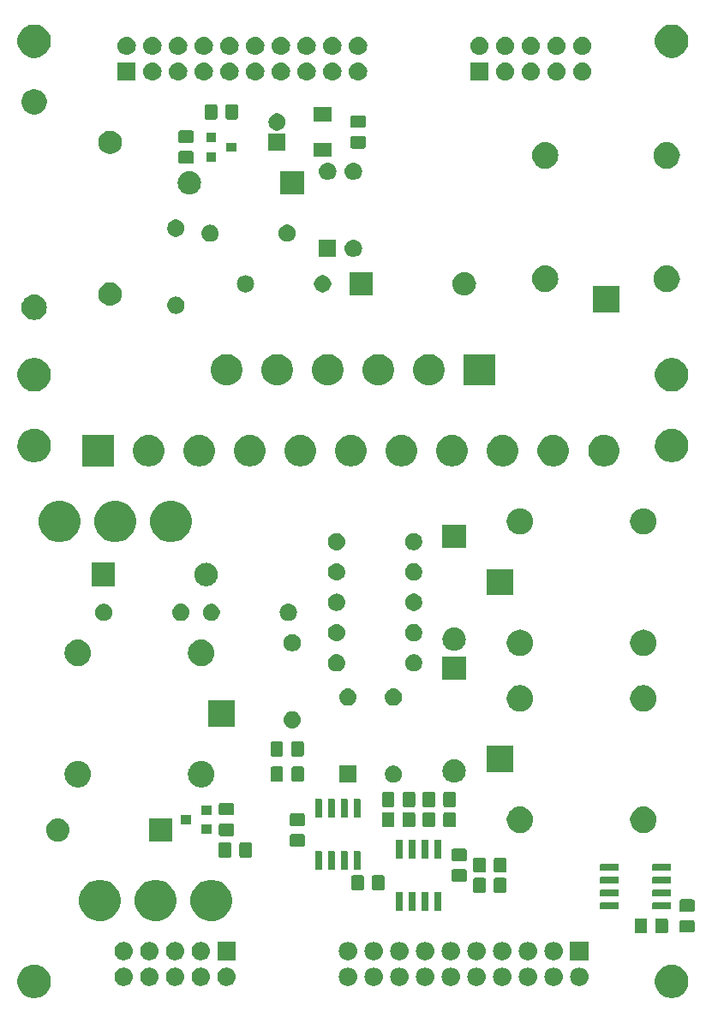
<source format=gts>
G04 #@! TF.GenerationSoftware,KiCad,Pcbnew,(5.1.4)-1*
G04 #@! TF.CreationDate,2020-06-04T10:58:22-03:00*
G04 #@! TF.ProjectId,Mod_Temp_Driver,4d6f645f-5465-46d7-905f-447269766572,rev?*
G04 #@! TF.SameCoordinates,Original*
G04 #@! TF.FileFunction,Soldermask,Top*
G04 #@! TF.FilePolarity,Negative*
%FSLAX46Y46*%
G04 Gerber Fmt 4.6, Leading zero omitted, Abs format (unit mm)*
G04 Created by KiCad (PCBNEW (5.1.4)-1) date 2020-06-04 10:58:22*
%MOMM*%
%LPD*%
G04 APERTURE LIST*
%ADD10C,0.100000*%
G04 APERTURE END LIST*
D10*
G36*
X136875256Y-143891298D02*
G01*
X136981579Y-143912447D01*
X137282042Y-144036903D01*
X137552451Y-144217585D01*
X137782415Y-144447549D01*
X137963097Y-144717958D01*
X138087553Y-145018421D01*
X138151000Y-145337391D01*
X138151000Y-145662609D01*
X138087553Y-145981579D01*
X137963097Y-146282042D01*
X137782415Y-146552451D01*
X137552451Y-146782415D01*
X137282042Y-146963097D01*
X136981579Y-147087553D01*
X136875256Y-147108702D01*
X136662611Y-147151000D01*
X136337389Y-147151000D01*
X136124744Y-147108702D01*
X136018421Y-147087553D01*
X135717958Y-146963097D01*
X135447549Y-146782415D01*
X135217585Y-146552451D01*
X135036903Y-146282042D01*
X134912447Y-145981579D01*
X134849000Y-145662609D01*
X134849000Y-145337391D01*
X134912447Y-145018421D01*
X135036903Y-144717958D01*
X135217585Y-144447549D01*
X135447549Y-144217585D01*
X135717958Y-144036903D01*
X136018421Y-143912447D01*
X136124744Y-143891298D01*
X136337389Y-143849000D01*
X136662611Y-143849000D01*
X136875256Y-143891298D01*
X136875256Y-143891298D01*
G37*
G36*
X73875256Y-143891298D02*
G01*
X73981579Y-143912447D01*
X74282042Y-144036903D01*
X74552451Y-144217585D01*
X74782415Y-144447549D01*
X74963097Y-144717958D01*
X75087553Y-145018421D01*
X75151000Y-145337391D01*
X75151000Y-145662609D01*
X75087553Y-145981579D01*
X74963097Y-146282042D01*
X74782415Y-146552451D01*
X74552451Y-146782415D01*
X74282042Y-146963097D01*
X73981579Y-147087553D01*
X73875256Y-147108702D01*
X73662611Y-147151000D01*
X73337389Y-147151000D01*
X73124744Y-147108702D01*
X73018421Y-147087553D01*
X72717958Y-146963097D01*
X72447549Y-146782415D01*
X72217585Y-146552451D01*
X72036903Y-146282042D01*
X71912447Y-145981579D01*
X71849000Y-145662609D01*
X71849000Y-145337391D01*
X71912447Y-145018421D01*
X72036903Y-144717958D01*
X72217585Y-144447549D01*
X72447549Y-144217585D01*
X72717958Y-144036903D01*
X73018421Y-143912447D01*
X73124744Y-143891298D01*
X73337389Y-143849000D01*
X73662611Y-143849000D01*
X73875256Y-143891298D01*
X73875256Y-143891298D01*
G37*
G36*
X109690443Y-144145519D02*
G01*
X109756627Y-144152037D01*
X109926466Y-144203557D01*
X109926468Y-144203558D01*
X109952710Y-144217585D01*
X110082991Y-144287222D01*
X110118729Y-144316552D01*
X110220186Y-144399814D01*
X110303448Y-144501271D01*
X110332778Y-144537009D01*
X110416443Y-144693534D01*
X110467963Y-144863373D01*
X110485359Y-145040000D01*
X110467963Y-145216627D01*
X110416443Y-145386466D01*
X110332778Y-145542991D01*
X110303448Y-145578729D01*
X110220186Y-145680186D01*
X110118729Y-145763448D01*
X110082991Y-145792778D01*
X109926466Y-145876443D01*
X109756627Y-145927963D01*
X109690443Y-145934481D01*
X109624260Y-145941000D01*
X109535740Y-145941000D01*
X109469557Y-145934481D01*
X109403373Y-145927963D01*
X109233534Y-145876443D01*
X109077009Y-145792778D01*
X109041271Y-145763448D01*
X108939814Y-145680186D01*
X108856552Y-145578729D01*
X108827222Y-145542991D01*
X108743557Y-145386466D01*
X108692037Y-145216627D01*
X108674641Y-145040000D01*
X108692037Y-144863373D01*
X108743557Y-144693534D01*
X108827222Y-144537009D01*
X108856552Y-144501271D01*
X108939814Y-144399814D01*
X109041271Y-144316552D01*
X109077009Y-144287222D01*
X109207290Y-144217585D01*
X109233532Y-144203558D01*
X109233534Y-144203557D01*
X109403373Y-144152037D01*
X109469557Y-144145519D01*
X109535740Y-144139000D01*
X109624260Y-144139000D01*
X109690443Y-144145519D01*
X109690443Y-144145519D01*
G37*
G36*
X84990443Y-144145519D02*
G01*
X85056627Y-144152037D01*
X85226466Y-144203557D01*
X85226468Y-144203558D01*
X85252710Y-144217585D01*
X85382991Y-144287222D01*
X85418729Y-144316552D01*
X85520186Y-144399814D01*
X85603448Y-144501271D01*
X85632778Y-144537009D01*
X85716443Y-144693534D01*
X85767963Y-144863373D01*
X85785359Y-145040000D01*
X85767963Y-145216627D01*
X85716443Y-145386466D01*
X85632778Y-145542991D01*
X85603448Y-145578729D01*
X85520186Y-145680186D01*
X85418729Y-145763448D01*
X85382991Y-145792778D01*
X85226466Y-145876443D01*
X85056627Y-145927963D01*
X84990443Y-145934481D01*
X84924260Y-145941000D01*
X84835740Y-145941000D01*
X84769557Y-145934481D01*
X84703373Y-145927963D01*
X84533534Y-145876443D01*
X84377009Y-145792778D01*
X84341271Y-145763448D01*
X84239814Y-145680186D01*
X84156552Y-145578729D01*
X84127222Y-145542991D01*
X84043557Y-145386466D01*
X83992037Y-145216627D01*
X83974641Y-145040000D01*
X83992037Y-144863373D01*
X84043557Y-144693534D01*
X84127222Y-144537009D01*
X84156552Y-144501271D01*
X84239814Y-144399814D01*
X84341271Y-144316552D01*
X84377009Y-144287222D01*
X84507290Y-144217585D01*
X84533532Y-144203558D01*
X84533534Y-144203557D01*
X84703373Y-144152037D01*
X84769557Y-144145519D01*
X84835740Y-144139000D01*
X84924260Y-144139000D01*
X84990443Y-144145519D01*
X84990443Y-144145519D01*
G37*
G36*
X82450443Y-144145519D02*
G01*
X82516627Y-144152037D01*
X82686466Y-144203557D01*
X82686468Y-144203558D01*
X82712710Y-144217585D01*
X82842991Y-144287222D01*
X82878729Y-144316552D01*
X82980186Y-144399814D01*
X83063448Y-144501271D01*
X83092778Y-144537009D01*
X83176443Y-144693534D01*
X83227963Y-144863373D01*
X83245359Y-145040000D01*
X83227963Y-145216627D01*
X83176443Y-145386466D01*
X83092778Y-145542991D01*
X83063448Y-145578729D01*
X82980186Y-145680186D01*
X82878729Y-145763448D01*
X82842991Y-145792778D01*
X82686466Y-145876443D01*
X82516627Y-145927963D01*
X82450443Y-145934481D01*
X82384260Y-145941000D01*
X82295740Y-145941000D01*
X82229557Y-145934481D01*
X82163373Y-145927963D01*
X81993534Y-145876443D01*
X81837009Y-145792778D01*
X81801271Y-145763448D01*
X81699814Y-145680186D01*
X81616552Y-145578729D01*
X81587222Y-145542991D01*
X81503557Y-145386466D01*
X81452037Y-145216627D01*
X81434641Y-145040000D01*
X81452037Y-144863373D01*
X81503557Y-144693534D01*
X81587222Y-144537009D01*
X81616552Y-144501271D01*
X81699814Y-144399814D01*
X81801271Y-144316552D01*
X81837009Y-144287222D01*
X81967290Y-144217585D01*
X81993532Y-144203558D01*
X81993534Y-144203557D01*
X82163373Y-144152037D01*
X82229557Y-144145519D01*
X82295740Y-144139000D01*
X82384260Y-144139000D01*
X82450443Y-144145519D01*
X82450443Y-144145519D01*
G37*
G36*
X112230443Y-144145519D02*
G01*
X112296627Y-144152037D01*
X112466466Y-144203557D01*
X112466468Y-144203558D01*
X112492710Y-144217585D01*
X112622991Y-144287222D01*
X112658729Y-144316552D01*
X112760186Y-144399814D01*
X112843448Y-144501271D01*
X112872778Y-144537009D01*
X112956443Y-144693534D01*
X113007963Y-144863373D01*
X113025359Y-145040000D01*
X113007963Y-145216627D01*
X112956443Y-145386466D01*
X112872778Y-145542991D01*
X112843448Y-145578729D01*
X112760186Y-145680186D01*
X112658729Y-145763448D01*
X112622991Y-145792778D01*
X112466466Y-145876443D01*
X112296627Y-145927963D01*
X112230443Y-145934481D01*
X112164260Y-145941000D01*
X112075740Y-145941000D01*
X112009557Y-145934481D01*
X111943373Y-145927963D01*
X111773534Y-145876443D01*
X111617009Y-145792778D01*
X111581271Y-145763448D01*
X111479814Y-145680186D01*
X111396552Y-145578729D01*
X111367222Y-145542991D01*
X111283557Y-145386466D01*
X111232037Y-145216627D01*
X111214641Y-145040000D01*
X111232037Y-144863373D01*
X111283557Y-144693534D01*
X111367222Y-144537009D01*
X111396552Y-144501271D01*
X111479814Y-144399814D01*
X111581271Y-144316552D01*
X111617009Y-144287222D01*
X111747290Y-144217585D01*
X111773532Y-144203558D01*
X111773534Y-144203557D01*
X111943373Y-144152037D01*
X112009557Y-144145519D01*
X112075740Y-144139000D01*
X112164260Y-144139000D01*
X112230443Y-144145519D01*
X112230443Y-144145519D01*
G37*
G36*
X107150443Y-144145519D02*
G01*
X107216627Y-144152037D01*
X107386466Y-144203557D01*
X107386468Y-144203558D01*
X107412710Y-144217585D01*
X107542991Y-144287222D01*
X107578729Y-144316552D01*
X107680186Y-144399814D01*
X107763448Y-144501271D01*
X107792778Y-144537009D01*
X107876443Y-144693534D01*
X107927963Y-144863373D01*
X107945359Y-145040000D01*
X107927963Y-145216627D01*
X107876443Y-145386466D01*
X107792778Y-145542991D01*
X107763448Y-145578729D01*
X107680186Y-145680186D01*
X107578729Y-145763448D01*
X107542991Y-145792778D01*
X107386466Y-145876443D01*
X107216627Y-145927963D01*
X107150443Y-145934481D01*
X107084260Y-145941000D01*
X106995740Y-145941000D01*
X106929557Y-145934481D01*
X106863373Y-145927963D01*
X106693534Y-145876443D01*
X106537009Y-145792778D01*
X106501271Y-145763448D01*
X106399814Y-145680186D01*
X106316552Y-145578729D01*
X106287222Y-145542991D01*
X106203557Y-145386466D01*
X106152037Y-145216627D01*
X106134641Y-145040000D01*
X106152037Y-144863373D01*
X106203557Y-144693534D01*
X106287222Y-144537009D01*
X106316552Y-144501271D01*
X106399814Y-144399814D01*
X106501271Y-144316552D01*
X106537009Y-144287222D01*
X106667290Y-144217585D01*
X106693532Y-144203558D01*
X106693534Y-144203557D01*
X106863373Y-144152037D01*
X106929557Y-144145519D01*
X106995740Y-144139000D01*
X107084260Y-144139000D01*
X107150443Y-144145519D01*
X107150443Y-144145519D01*
G37*
G36*
X104610443Y-144145519D02*
G01*
X104676627Y-144152037D01*
X104846466Y-144203557D01*
X104846468Y-144203558D01*
X104872710Y-144217585D01*
X105002991Y-144287222D01*
X105038729Y-144316552D01*
X105140186Y-144399814D01*
X105223448Y-144501271D01*
X105252778Y-144537009D01*
X105336443Y-144693534D01*
X105387963Y-144863373D01*
X105405359Y-145040000D01*
X105387963Y-145216627D01*
X105336443Y-145386466D01*
X105252778Y-145542991D01*
X105223448Y-145578729D01*
X105140186Y-145680186D01*
X105038729Y-145763448D01*
X105002991Y-145792778D01*
X104846466Y-145876443D01*
X104676627Y-145927963D01*
X104610443Y-145934481D01*
X104544260Y-145941000D01*
X104455740Y-145941000D01*
X104389557Y-145934481D01*
X104323373Y-145927963D01*
X104153534Y-145876443D01*
X103997009Y-145792778D01*
X103961271Y-145763448D01*
X103859814Y-145680186D01*
X103776552Y-145578729D01*
X103747222Y-145542991D01*
X103663557Y-145386466D01*
X103612037Y-145216627D01*
X103594641Y-145040000D01*
X103612037Y-144863373D01*
X103663557Y-144693534D01*
X103747222Y-144537009D01*
X103776552Y-144501271D01*
X103859814Y-144399814D01*
X103961271Y-144316552D01*
X103997009Y-144287222D01*
X104127290Y-144217585D01*
X104153532Y-144203558D01*
X104153534Y-144203557D01*
X104323373Y-144152037D01*
X104389557Y-144145519D01*
X104455740Y-144139000D01*
X104544260Y-144139000D01*
X104610443Y-144145519D01*
X104610443Y-144145519D01*
G37*
G36*
X114770443Y-144145519D02*
G01*
X114836627Y-144152037D01*
X115006466Y-144203557D01*
X115006468Y-144203558D01*
X115032710Y-144217585D01*
X115162991Y-144287222D01*
X115198729Y-144316552D01*
X115300186Y-144399814D01*
X115383448Y-144501271D01*
X115412778Y-144537009D01*
X115496443Y-144693534D01*
X115547963Y-144863373D01*
X115565359Y-145040000D01*
X115547963Y-145216627D01*
X115496443Y-145386466D01*
X115412778Y-145542991D01*
X115383448Y-145578729D01*
X115300186Y-145680186D01*
X115198729Y-145763448D01*
X115162991Y-145792778D01*
X115006466Y-145876443D01*
X114836627Y-145927963D01*
X114770443Y-145934481D01*
X114704260Y-145941000D01*
X114615740Y-145941000D01*
X114549557Y-145934481D01*
X114483373Y-145927963D01*
X114313534Y-145876443D01*
X114157009Y-145792778D01*
X114121271Y-145763448D01*
X114019814Y-145680186D01*
X113936552Y-145578729D01*
X113907222Y-145542991D01*
X113823557Y-145386466D01*
X113772037Y-145216627D01*
X113754641Y-145040000D01*
X113772037Y-144863373D01*
X113823557Y-144693534D01*
X113907222Y-144537009D01*
X113936552Y-144501271D01*
X114019814Y-144399814D01*
X114121271Y-144316552D01*
X114157009Y-144287222D01*
X114287290Y-144217585D01*
X114313532Y-144203558D01*
X114313534Y-144203557D01*
X114483373Y-144152037D01*
X114549557Y-144145519D01*
X114615740Y-144139000D01*
X114704260Y-144139000D01*
X114770443Y-144145519D01*
X114770443Y-144145519D01*
G37*
G36*
X117310443Y-144145519D02*
G01*
X117376627Y-144152037D01*
X117546466Y-144203557D01*
X117546468Y-144203558D01*
X117572710Y-144217585D01*
X117702991Y-144287222D01*
X117738729Y-144316552D01*
X117840186Y-144399814D01*
X117923448Y-144501271D01*
X117952778Y-144537009D01*
X118036443Y-144693534D01*
X118087963Y-144863373D01*
X118105359Y-145040000D01*
X118087963Y-145216627D01*
X118036443Y-145386466D01*
X117952778Y-145542991D01*
X117923448Y-145578729D01*
X117840186Y-145680186D01*
X117738729Y-145763448D01*
X117702991Y-145792778D01*
X117546466Y-145876443D01*
X117376627Y-145927963D01*
X117310443Y-145934481D01*
X117244260Y-145941000D01*
X117155740Y-145941000D01*
X117089557Y-145934481D01*
X117023373Y-145927963D01*
X116853534Y-145876443D01*
X116697009Y-145792778D01*
X116661271Y-145763448D01*
X116559814Y-145680186D01*
X116476552Y-145578729D01*
X116447222Y-145542991D01*
X116363557Y-145386466D01*
X116312037Y-145216627D01*
X116294641Y-145040000D01*
X116312037Y-144863373D01*
X116363557Y-144693534D01*
X116447222Y-144537009D01*
X116476552Y-144501271D01*
X116559814Y-144399814D01*
X116661271Y-144316552D01*
X116697009Y-144287222D01*
X116827290Y-144217585D01*
X116853532Y-144203558D01*
X116853534Y-144203557D01*
X117023373Y-144152037D01*
X117089557Y-144145519D01*
X117155740Y-144139000D01*
X117244260Y-144139000D01*
X117310443Y-144145519D01*
X117310443Y-144145519D01*
G37*
G36*
X119850443Y-144145519D02*
G01*
X119916627Y-144152037D01*
X120086466Y-144203557D01*
X120086468Y-144203558D01*
X120112710Y-144217585D01*
X120242991Y-144287222D01*
X120278729Y-144316552D01*
X120380186Y-144399814D01*
X120463448Y-144501271D01*
X120492778Y-144537009D01*
X120576443Y-144693534D01*
X120627963Y-144863373D01*
X120645359Y-145040000D01*
X120627963Y-145216627D01*
X120576443Y-145386466D01*
X120492778Y-145542991D01*
X120463448Y-145578729D01*
X120380186Y-145680186D01*
X120278729Y-145763448D01*
X120242991Y-145792778D01*
X120086466Y-145876443D01*
X119916627Y-145927963D01*
X119850443Y-145934481D01*
X119784260Y-145941000D01*
X119695740Y-145941000D01*
X119629557Y-145934481D01*
X119563373Y-145927963D01*
X119393534Y-145876443D01*
X119237009Y-145792778D01*
X119201271Y-145763448D01*
X119099814Y-145680186D01*
X119016552Y-145578729D01*
X118987222Y-145542991D01*
X118903557Y-145386466D01*
X118852037Y-145216627D01*
X118834641Y-145040000D01*
X118852037Y-144863373D01*
X118903557Y-144693534D01*
X118987222Y-144537009D01*
X119016552Y-144501271D01*
X119099814Y-144399814D01*
X119201271Y-144316552D01*
X119237009Y-144287222D01*
X119367290Y-144217585D01*
X119393532Y-144203558D01*
X119393534Y-144203557D01*
X119563373Y-144152037D01*
X119629557Y-144145519D01*
X119695740Y-144139000D01*
X119784260Y-144139000D01*
X119850443Y-144145519D01*
X119850443Y-144145519D01*
G37*
G36*
X122390443Y-144145519D02*
G01*
X122456627Y-144152037D01*
X122626466Y-144203557D01*
X122626468Y-144203558D01*
X122652710Y-144217585D01*
X122782991Y-144287222D01*
X122818729Y-144316552D01*
X122920186Y-144399814D01*
X123003448Y-144501271D01*
X123032778Y-144537009D01*
X123116443Y-144693534D01*
X123167963Y-144863373D01*
X123185359Y-145040000D01*
X123167963Y-145216627D01*
X123116443Y-145386466D01*
X123032778Y-145542991D01*
X123003448Y-145578729D01*
X122920186Y-145680186D01*
X122818729Y-145763448D01*
X122782991Y-145792778D01*
X122626466Y-145876443D01*
X122456627Y-145927963D01*
X122390443Y-145934481D01*
X122324260Y-145941000D01*
X122235740Y-145941000D01*
X122169557Y-145934481D01*
X122103373Y-145927963D01*
X121933534Y-145876443D01*
X121777009Y-145792778D01*
X121741271Y-145763448D01*
X121639814Y-145680186D01*
X121556552Y-145578729D01*
X121527222Y-145542991D01*
X121443557Y-145386466D01*
X121392037Y-145216627D01*
X121374641Y-145040000D01*
X121392037Y-144863373D01*
X121443557Y-144693534D01*
X121527222Y-144537009D01*
X121556552Y-144501271D01*
X121639814Y-144399814D01*
X121741271Y-144316552D01*
X121777009Y-144287222D01*
X121907290Y-144217585D01*
X121933532Y-144203558D01*
X121933534Y-144203557D01*
X122103373Y-144152037D01*
X122169557Y-144145519D01*
X122235740Y-144139000D01*
X122324260Y-144139000D01*
X122390443Y-144145519D01*
X122390443Y-144145519D01*
G37*
G36*
X124930443Y-144145519D02*
G01*
X124996627Y-144152037D01*
X125166466Y-144203557D01*
X125166468Y-144203558D01*
X125192710Y-144217585D01*
X125322991Y-144287222D01*
X125358729Y-144316552D01*
X125460186Y-144399814D01*
X125543448Y-144501271D01*
X125572778Y-144537009D01*
X125656443Y-144693534D01*
X125707963Y-144863373D01*
X125725359Y-145040000D01*
X125707963Y-145216627D01*
X125656443Y-145386466D01*
X125572778Y-145542991D01*
X125543448Y-145578729D01*
X125460186Y-145680186D01*
X125358729Y-145763448D01*
X125322991Y-145792778D01*
X125166466Y-145876443D01*
X124996627Y-145927963D01*
X124930443Y-145934481D01*
X124864260Y-145941000D01*
X124775740Y-145941000D01*
X124709557Y-145934481D01*
X124643373Y-145927963D01*
X124473534Y-145876443D01*
X124317009Y-145792778D01*
X124281271Y-145763448D01*
X124179814Y-145680186D01*
X124096552Y-145578729D01*
X124067222Y-145542991D01*
X123983557Y-145386466D01*
X123932037Y-145216627D01*
X123914641Y-145040000D01*
X123932037Y-144863373D01*
X123983557Y-144693534D01*
X124067222Y-144537009D01*
X124096552Y-144501271D01*
X124179814Y-144399814D01*
X124281271Y-144316552D01*
X124317009Y-144287222D01*
X124447290Y-144217585D01*
X124473532Y-144203558D01*
X124473534Y-144203557D01*
X124643373Y-144152037D01*
X124709557Y-144145519D01*
X124775740Y-144139000D01*
X124864260Y-144139000D01*
X124930443Y-144145519D01*
X124930443Y-144145519D01*
G37*
G36*
X127470443Y-144145519D02*
G01*
X127536627Y-144152037D01*
X127706466Y-144203557D01*
X127706468Y-144203558D01*
X127732710Y-144217585D01*
X127862991Y-144287222D01*
X127898729Y-144316552D01*
X128000186Y-144399814D01*
X128083448Y-144501271D01*
X128112778Y-144537009D01*
X128196443Y-144693534D01*
X128247963Y-144863373D01*
X128265359Y-145040000D01*
X128247963Y-145216627D01*
X128196443Y-145386466D01*
X128112778Y-145542991D01*
X128083448Y-145578729D01*
X128000186Y-145680186D01*
X127898729Y-145763448D01*
X127862991Y-145792778D01*
X127706466Y-145876443D01*
X127536627Y-145927963D01*
X127470443Y-145934481D01*
X127404260Y-145941000D01*
X127315740Y-145941000D01*
X127249557Y-145934481D01*
X127183373Y-145927963D01*
X127013534Y-145876443D01*
X126857009Y-145792778D01*
X126821271Y-145763448D01*
X126719814Y-145680186D01*
X126636552Y-145578729D01*
X126607222Y-145542991D01*
X126523557Y-145386466D01*
X126472037Y-145216627D01*
X126454641Y-145040000D01*
X126472037Y-144863373D01*
X126523557Y-144693534D01*
X126607222Y-144537009D01*
X126636552Y-144501271D01*
X126719814Y-144399814D01*
X126821271Y-144316552D01*
X126857009Y-144287222D01*
X126987290Y-144217585D01*
X127013532Y-144203558D01*
X127013534Y-144203557D01*
X127183373Y-144152037D01*
X127249557Y-144145519D01*
X127315740Y-144139000D01*
X127404260Y-144139000D01*
X127470443Y-144145519D01*
X127470443Y-144145519D01*
G37*
G36*
X92610443Y-144145519D02*
G01*
X92676627Y-144152037D01*
X92846466Y-144203557D01*
X92846468Y-144203558D01*
X92872710Y-144217585D01*
X93002991Y-144287222D01*
X93038729Y-144316552D01*
X93140186Y-144399814D01*
X93223448Y-144501271D01*
X93252778Y-144537009D01*
X93336443Y-144693534D01*
X93387963Y-144863373D01*
X93405359Y-145040000D01*
X93387963Y-145216627D01*
X93336443Y-145386466D01*
X93252778Y-145542991D01*
X93223448Y-145578729D01*
X93140186Y-145680186D01*
X93038729Y-145763448D01*
X93002991Y-145792778D01*
X92846466Y-145876443D01*
X92676627Y-145927963D01*
X92610443Y-145934481D01*
X92544260Y-145941000D01*
X92455740Y-145941000D01*
X92389557Y-145934481D01*
X92323373Y-145927963D01*
X92153534Y-145876443D01*
X91997009Y-145792778D01*
X91961271Y-145763448D01*
X91859814Y-145680186D01*
X91776552Y-145578729D01*
X91747222Y-145542991D01*
X91663557Y-145386466D01*
X91612037Y-145216627D01*
X91594641Y-145040000D01*
X91612037Y-144863373D01*
X91663557Y-144693534D01*
X91747222Y-144537009D01*
X91776552Y-144501271D01*
X91859814Y-144399814D01*
X91961271Y-144316552D01*
X91997009Y-144287222D01*
X92127290Y-144217585D01*
X92153532Y-144203558D01*
X92153534Y-144203557D01*
X92323373Y-144152037D01*
X92389557Y-144145519D01*
X92455740Y-144139000D01*
X92544260Y-144139000D01*
X92610443Y-144145519D01*
X92610443Y-144145519D01*
G37*
G36*
X90070443Y-144145519D02*
G01*
X90136627Y-144152037D01*
X90306466Y-144203557D01*
X90306468Y-144203558D01*
X90332710Y-144217585D01*
X90462991Y-144287222D01*
X90498729Y-144316552D01*
X90600186Y-144399814D01*
X90683448Y-144501271D01*
X90712778Y-144537009D01*
X90796443Y-144693534D01*
X90847963Y-144863373D01*
X90865359Y-145040000D01*
X90847963Y-145216627D01*
X90796443Y-145386466D01*
X90712778Y-145542991D01*
X90683448Y-145578729D01*
X90600186Y-145680186D01*
X90498729Y-145763448D01*
X90462991Y-145792778D01*
X90306466Y-145876443D01*
X90136627Y-145927963D01*
X90070443Y-145934481D01*
X90004260Y-145941000D01*
X89915740Y-145941000D01*
X89849557Y-145934481D01*
X89783373Y-145927963D01*
X89613534Y-145876443D01*
X89457009Y-145792778D01*
X89421271Y-145763448D01*
X89319814Y-145680186D01*
X89236552Y-145578729D01*
X89207222Y-145542991D01*
X89123557Y-145386466D01*
X89072037Y-145216627D01*
X89054641Y-145040000D01*
X89072037Y-144863373D01*
X89123557Y-144693534D01*
X89207222Y-144537009D01*
X89236552Y-144501271D01*
X89319814Y-144399814D01*
X89421271Y-144316552D01*
X89457009Y-144287222D01*
X89587290Y-144217585D01*
X89613532Y-144203558D01*
X89613534Y-144203557D01*
X89783373Y-144152037D01*
X89849557Y-144145519D01*
X89915740Y-144139000D01*
X90004260Y-144139000D01*
X90070443Y-144145519D01*
X90070443Y-144145519D01*
G37*
G36*
X87530443Y-144145519D02*
G01*
X87596627Y-144152037D01*
X87766466Y-144203557D01*
X87766468Y-144203558D01*
X87792710Y-144217585D01*
X87922991Y-144287222D01*
X87958729Y-144316552D01*
X88060186Y-144399814D01*
X88143448Y-144501271D01*
X88172778Y-144537009D01*
X88256443Y-144693534D01*
X88307963Y-144863373D01*
X88325359Y-145040000D01*
X88307963Y-145216627D01*
X88256443Y-145386466D01*
X88172778Y-145542991D01*
X88143448Y-145578729D01*
X88060186Y-145680186D01*
X87958729Y-145763448D01*
X87922991Y-145792778D01*
X87766466Y-145876443D01*
X87596627Y-145927963D01*
X87530443Y-145934481D01*
X87464260Y-145941000D01*
X87375740Y-145941000D01*
X87309557Y-145934481D01*
X87243373Y-145927963D01*
X87073534Y-145876443D01*
X86917009Y-145792778D01*
X86881271Y-145763448D01*
X86779814Y-145680186D01*
X86696552Y-145578729D01*
X86667222Y-145542991D01*
X86583557Y-145386466D01*
X86532037Y-145216627D01*
X86514641Y-145040000D01*
X86532037Y-144863373D01*
X86583557Y-144693534D01*
X86667222Y-144537009D01*
X86696552Y-144501271D01*
X86779814Y-144399814D01*
X86881271Y-144316552D01*
X86917009Y-144287222D01*
X87047290Y-144217585D01*
X87073532Y-144203558D01*
X87073534Y-144203557D01*
X87243373Y-144152037D01*
X87309557Y-144145519D01*
X87375740Y-144139000D01*
X87464260Y-144139000D01*
X87530443Y-144145519D01*
X87530443Y-144145519D01*
G37*
G36*
X104610443Y-141605519D02*
G01*
X104676627Y-141612037D01*
X104846466Y-141663557D01*
X105002991Y-141747222D01*
X105038729Y-141776552D01*
X105140186Y-141859814D01*
X105223448Y-141961271D01*
X105252778Y-141997009D01*
X105336443Y-142153534D01*
X105387963Y-142323373D01*
X105405359Y-142500000D01*
X105387963Y-142676627D01*
X105336443Y-142846466D01*
X105252778Y-143002991D01*
X105223448Y-143038729D01*
X105140186Y-143140186D01*
X105038729Y-143223448D01*
X105002991Y-143252778D01*
X104846466Y-143336443D01*
X104676627Y-143387963D01*
X104610443Y-143394481D01*
X104544260Y-143401000D01*
X104455740Y-143401000D01*
X104389557Y-143394481D01*
X104323373Y-143387963D01*
X104153534Y-143336443D01*
X103997009Y-143252778D01*
X103961271Y-143223448D01*
X103859814Y-143140186D01*
X103776552Y-143038729D01*
X103747222Y-143002991D01*
X103663557Y-142846466D01*
X103612037Y-142676627D01*
X103594641Y-142500000D01*
X103612037Y-142323373D01*
X103663557Y-142153534D01*
X103747222Y-141997009D01*
X103776552Y-141961271D01*
X103859814Y-141859814D01*
X103961271Y-141776552D01*
X103997009Y-141747222D01*
X104153534Y-141663557D01*
X104323373Y-141612037D01*
X104389557Y-141605519D01*
X104455740Y-141599000D01*
X104544260Y-141599000D01*
X104610443Y-141605519D01*
X104610443Y-141605519D01*
G37*
G36*
X109690443Y-141605519D02*
G01*
X109756627Y-141612037D01*
X109926466Y-141663557D01*
X110082991Y-141747222D01*
X110118729Y-141776552D01*
X110220186Y-141859814D01*
X110303448Y-141961271D01*
X110332778Y-141997009D01*
X110416443Y-142153534D01*
X110467963Y-142323373D01*
X110485359Y-142500000D01*
X110467963Y-142676627D01*
X110416443Y-142846466D01*
X110332778Y-143002991D01*
X110303448Y-143038729D01*
X110220186Y-143140186D01*
X110118729Y-143223448D01*
X110082991Y-143252778D01*
X109926466Y-143336443D01*
X109756627Y-143387963D01*
X109690443Y-143394481D01*
X109624260Y-143401000D01*
X109535740Y-143401000D01*
X109469557Y-143394481D01*
X109403373Y-143387963D01*
X109233534Y-143336443D01*
X109077009Y-143252778D01*
X109041271Y-143223448D01*
X108939814Y-143140186D01*
X108856552Y-143038729D01*
X108827222Y-143002991D01*
X108743557Y-142846466D01*
X108692037Y-142676627D01*
X108674641Y-142500000D01*
X108692037Y-142323373D01*
X108743557Y-142153534D01*
X108827222Y-141997009D01*
X108856552Y-141961271D01*
X108939814Y-141859814D01*
X109041271Y-141776552D01*
X109077009Y-141747222D01*
X109233534Y-141663557D01*
X109403373Y-141612037D01*
X109469557Y-141605519D01*
X109535740Y-141599000D01*
X109624260Y-141599000D01*
X109690443Y-141605519D01*
X109690443Y-141605519D01*
G37*
G36*
X107150443Y-141605519D02*
G01*
X107216627Y-141612037D01*
X107386466Y-141663557D01*
X107542991Y-141747222D01*
X107578729Y-141776552D01*
X107680186Y-141859814D01*
X107763448Y-141961271D01*
X107792778Y-141997009D01*
X107876443Y-142153534D01*
X107927963Y-142323373D01*
X107945359Y-142500000D01*
X107927963Y-142676627D01*
X107876443Y-142846466D01*
X107792778Y-143002991D01*
X107763448Y-143038729D01*
X107680186Y-143140186D01*
X107578729Y-143223448D01*
X107542991Y-143252778D01*
X107386466Y-143336443D01*
X107216627Y-143387963D01*
X107150443Y-143394481D01*
X107084260Y-143401000D01*
X106995740Y-143401000D01*
X106929557Y-143394481D01*
X106863373Y-143387963D01*
X106693534Y-143336443D01*
X106537009Y-143252778D01*
X106501271Y-143223448D01*
X106399814Y-143140186D01*
X106316552Y-143038729D01*
X106287222Y-143002991D01*
X106203557Y-142846466D01*
X106152037Y-142676627D01*
X106134641Y-142500000D01*
X106152037Y-142323373D01*
X106203557Y-142153534D01*
X106287222Y-141997009D01*
X106316552Y-141961271D01*
X106399814Y-141859814D01*
X106501271Y-141776552D01*
X106537009Y-141747222D01*
X106693534Y-141663557D01*
X106863373Y-141612037D01*
X106929557Y-141605519D01*
X106995740Y-141599000D01*
X107084260Y-141599000D01*
X107150443Y-141605519D01*
X107150443Y-141605519D01*
G37*
G36*
X84990443Y-141605519D02*
G01*
X85056627Y-141612037D01*
X85226466Y-141663557D01*
X85382991Y-141747222D01*
X85418729Y-141776552D01*
X85520186Y-141859814D01*
X85603448Y-141961271D01*
X85632778Y-141997009D01*
X85716443Y-142153534D01*
X85767963Y-142323373D01*
X85785359Y-142500000D01*
X85767963Y-142676627D01*
X85716443Y-142846466D01*
X85632778Y-143002991D01*
X85603448Y-143038729D01*
X85520186Y-143140186D01*
X85418729Y-143223448D01*
X85382991Y-143252778D01*
X85226466Y-143336443D01*
X85056627Y-143387963D01*
X84990443Y-143394481D01*
X84924260Y-143401000D01*
X84835740Y-143401000D01*
X84769557Y-143394481D01*
X84703373Y-143387963D01*
X84533534Y-143336443D01*
X84377009Y-143252778D01*
X84341271Y-143223448D01*
X84239814Y-143140186D01*
X84156552Y-143038729D01*
X84127222Y-143002991D01*
X84043557Y-142846466D01*
X83992037Y-142676627D01*
X83974641Y-142500000D01*
X83992037Y-142323373D01*
X84043557Y-142153534D01*
X84127222Y-141997009D01*
X84156552Y-141961271D01*
X84239814Y-141859814D01*
X84341271Y-141776552D01*
X84377009Y-141747222D01*
X84533534Y-141663557D01*
X84703373Y-141612037D01*
X84769557Y-141605519D01*
X84835740Y-141599000D01*
X84924260Y-141599000D01*
X84990443Y-141605519D01*
X84990443Y-141605519D01*
G37*
G36*
X87530443Y-141605519D02*
G01*
X87596627Y-141612037D01*
X87766466Y-141663557D01*
X87922991Y-141747222D01*
X87958729Y-141776552D01*
X88060186Y-141859814D01*
X88143448Y-141961271D01*
X88172778Y-141997009D01*
X88256443Y-142153534D01*
X88307963Y-142323373D01*
X88325359Y-142500000D01*
X88307963Y-142676627D01*
X88256443Y-142846466D01*
X88172778Y-143002991D01*
X88143448Y-143038729D01*
X88060186Y-143140186D01*
X87958729Y-143223448D01*
X87922991Y-143252778D01*
X87766466Y-143336443D01*
X87596627Y-143387963D01*
X87530443Y-143394481D01*
X87464260Y-143401000D01*
X87375740Y-143401000D01*
X87309557Y-143394481D01*
X87243373Y-143387963D01*
X87073534Y-143336443D01*
X86917009Y-143252778D01*
X86881271Y-143223448D01*
X86779814Y-143140186D01*
X86696552Y-143038729D01*
X86667222Y-143002991D01*
X86583557Y-142846466D01*
X86532037Y-142676627D01*
X86514641Y-142500000D01*
X86532037Y-142323373D01*
X86583557Y-142153534D01*
X86667222Y-141997009D01*
X86696552Y-141961271D01*
X86779814Y-141859814D01*
X86881271Y-141776552D01*
X86917009Y-141747222D01*
X87073534Y-141663557D01*
X87243373Y-141612037D01*
X87309557Y-141605519D01*
X87375740Y-141599000D01*
X87464260Y-141599000D01*
X87530443Y-141605519D01*
X87530443Y-141605519D01*
G37*
G36*
X90070443Y-141605519D02*
G01*
X90136627Y-141612037D01*
X90306466Y-141663557D01*
X90462991Y-141747222D01*
X90498729Y-141776552D01*
X90600186Y-141859814D01*
X90683448Y-141961271D01*
X90712778Y-141997009D01*
X90796443Y-142153534D01*
X90847963Y-142323373D01*
X90865359Y-142500000D01*
X90847963Y-142676627D01*
X90796443Y-142846466D01*
X90712778Y-143002991D01*
X90683448Y-143038729D01*
X90600186Y-143140186D01*
X90498729Y-143223448D01*
X90462991Y-143252778D01*
X90306466Y-143336443D01*
X90136627Y-143387963D01*
X90070443Y-143394481D01*
X90004260Y-143401000D01*
X89915740Y-143401000D01*
X89849557Y-143394481D01*
X89783373Y-143387963D01*
X89613534Y-143336443D01*
X89457009Y-143252778D01*
X89421271Y-143223448D01*
X89319814Y-143140186D01*
X89236552Y-143038729D01*
X89207222Y-143002991D01*
X89123557Y-142846466D01*
X89072037Y-142676627D01*
X89054641Y-142500000D01*
X89072037Y-142323373D01*
X89123557Y-142153534D01*
X89207222Y-141997009D01*
X89236552Y-141961271D01*
X89319814Y-141859814D01*
X89421271Y-141776552D01*
X89457009Y-141747222D01*
X89613534Y-141663557D01*
X89783373Y-141612037D01*
X89849557Y-141605519D01*
X89915740Y-141599000D01*
X90004260Y-141599000D01*
X90070443Y-141605519D01*
X90070443Y-141605519D01*
G37*
G36*
X93401000Y-143401000D02*
G01*
X91599000Y-143401000D01*
X91599000Y-141599000D01*
X93401000Y-141599000D01*
X93401000Y-143401000D01*
X93401000Y-143401000D01*
G37*
G36*
X122390443Y-141605519D02*
G01*
X122456627Y-141612037D01*
X122626466Y-141663557D01*
X122782991Y-141747222D01*
X122818729Y-141776552D01*
X122920186Y-141859814D01*
X123003448Y-141961271D01*
X123032778Y-141997009D01*
X123116443Y-142153534D01*
X123167963Y-142323373D01*
X123185359Y-142500000D01*
X123167963Y-142676627D01*
X123116443Y-142846466D01*
X123032778Y-143002991D01*
X123003448Y-143038729D01*
X122920186Y-143140186D01*
X122818729Y-143223448D01*
X122782991Y-143252778D01*
X122626466Y-143336443D01*
X122456627Y-143387963D01*
X122390443Y-143394481D01*
X122324260Y-143401000D01*
X122235740Y-143401000D01*
X122169557Y-143394481D01*
X122103373Y-143387963D01*
X121933534Y-143336443D01*
X121777009Y-143252778D01*
X121741271Y-143223448D01*
X121639814Y-143140186D01*
X121556552Y-143038729D01*
X121527222Y-143002991D01*
X121443557Y-142846466D01*
X121392037Y-142676627D01*
X121374641Y-142500000D01*
X121392037Y-142323373D01*
X121443557Y-142153534D01*
X121527222Y-141997009D01*
X121556552Y-141961271D01*
X121639814Y-141859814D01*
X121741271Y-141776552D01*
X121777009Y-141747222D01*
X121933534Y-141663557D01*
X122103373Y-141612037D01*
X122169557Y-141605519D01*
X122235740Y-141599000D01*
X122324260Y-141599000D01*
X122390443Y-141605519D01*
X122390443Y-141605519D01*
G37*
G36*
X119850443Y-141605519D02*
G01*
X119916627Y-141612037D01*
X120086466Y-141663557D01*
X120242991Y-141747222D01*
X120278729Y-141776552D01*
X120380186Y-141859814D01*
X120463448Y-141961271D01*
X120492778Y-141997009D01*
X120576443Y-142153534D01*
X120627963Y-142323373D01*
X120645359Y-142500000D01*
X120627963Y-142676627D01*
X120576443Y-142846466D01*
X120492778Y-143002991D01*
X120463448Y-143038729D01*
X120380186Y-143140186D01*
X120278729Y-143223448D01*
X120242991Y-143252778D01*
X120086466Y-143336443D01*
X119916627Y-143387963D01*
X119850443Y-143394481D01*
X119784260Y-143401000D01*
X119695740Y-143401000D01*
X119629557Y-143394481D01*
X119563373Y-143387963D01*
X119393534Y-143336443D01*
X119237009Y-143252778D01*
X119201271Y-143223448D01*
X119099814Y-143140186D01*
X119016552Y-143038729D01*
X118987222Y-143002991D01*
X118903557Y-142846466D01*
X118852037Y-142676627D01*
X118834641Y-142500000D01*
X118852037Y-142323373D01*
X118903557Y-142153534D01*
X118987222Y-141997009D01*
X119016552Y-141961271D01*
X119099814Y-141859814D01*
X119201271Y-141776552D01*
X119237009Y-141747222D01*
X119393534Y-141663557D01*
X119563373Y-141612037D01*
X119629557Y-141605519D01*
X119695740Y-141599000D01*
X119784260Y-141599000D01*
X119850443Y-141605519D01*
X119850443Y-141605519D01*
G37*
G36*
X117310443Y-141605519D02*
G01*
X117376627Y-141612037D01*
X117546466Y-141663557D01*
X117702991Y-141747222D01*
X117738729Y-141776552D01*
X117840186Y-141859814D01*
X117923448Y-141961271D01*
X117952778Y-141997009D01*
X118036443Y-142153534D01*
X118087963Y-142323373D01*
X118105359Y-142500000D01*
X118087963Y-142676627D01*
X118036443Y-142846466D01*
X117952778Y-143002991D01*
X117923448Y-143038729D01*
X117840186Y-143140186D01*
X117738729Y-143223448D01*
X117702991Y-143252778D01*
X117546466Y-143336443D01*
X117376627Y-143387963D01*
X117310443Y-143394481D01*
X117244260Y-143401000D01*
X117155740Y-143401000D01*
X117089557Y-143394481D01*
X117023373Y-143387963D01*
X116853534Y-143336443D01*
X116697009Y-143252778D01*
X116661271Y-143223448D01*
X116559814Y-143140186D01*
X116476552Y-143038729D01*
X116447222Y-143002991D01*
X116363557Y-142846466D01*
X116312037Y-142676627D01*
X116294641Y-142500000D01*
X116312037Y-142323373D01*
X116363557Y-142153534D01*
X116447222Y-141997009D01*
X116476552Y-141961271D01*
X116559814Y-141859814D01*
X116661271Y-141776552D01*
X116697009Y-141747222D01*
X116853534Y-141663557D01*
X117023373Y-141612037D01*
X117089557Y-141605519D01*
X117155740Y-141599000D01*
X117244260Y-141599000D01*
X117310443Y-141605519D01*
X117310443Y-141605519D01*
G37*
G36*
X82450443Y-141605519D02*
G01*
X82516627Y-141612037D01*
X82686466Y-141663557D01*
X82842991Y-141747222D01*
X82878729Y-141776552D01*
X82980186Y-141859814D01*
X83063448Y-141961271D01*
X83092778Y-141997009D01*
X83176443Y-142153534D01*
X83227963Y-142323373D01*
X83245359Y-142500000D01*
X83227963Y-142676627D01*
X83176443Y-142846466D01*
X83092778Y-143002991D01*
X83063448Y-143038729D01*
X82980186Y-143140186D01*
X82878729Y-143223448D01*
X82842991Y-143252778D01*
X82686466Y-143336443D01*
X82516627Y-143387963D01*
X82450443Y-143394481D01*
X82384260Y-143401000D01*
X82295740Y-143401000D01*
X82229557Y-143394481D01*
X82163373Y-143387963D01*
X81993534Y-143336443D01*
X81837009Y-143252778D01*
X81801271Y-143223448D01*
X81699814Y-143140186D01*
X81616552Y-143038729D01*
X81587222Y-143002991D01*
X81503557Y-142846466D01*
X81452037Y-142676627D01*
X81434641Y-142500000D01*
X81452037Y-142323373D01*
X81503557Y-142153534D01*
X81587222Y-141997009D01*
X81616552Y-141961271D01*
X81699814Y-141859814D01*
X81801271Y-141776552D01*
X81837009Y-141747222D01*
X81993534Y-141663557D01*
X82163373Y-141612037D01*
X82229557Y-141605519D01*
X82295740Y-141599000D01*
X82384260Y-141599000D01*
X82450443Y-141605519D01*
X82450443Y-141605519D01*
G37*
G36*
X114770443Y-141605519D02*
G01*
X114836627Y-141612037D01*
X115006466Y-141663557D01*
X115162991Y-141747222D01*
X115198729Y-141776552D01*
X115300186Y-141859814D01*
X115383448Y-141961271D01*
X115412778Y-141997009D01*
X115496443Y-142153534D01*
X115547963Y-142323373D01*
X115565359Y-142500000D01*
X115547963Y-142676627D01*
X115496443Y-142846466D01*
X115412778Y-143002991D01*
X115383448Y-143038729D01*
X115300186Y-143140186D01*
X115198729Y-143223448D01*
X115162991Y-143252778D01*
X115006466Y-143336443D01*
X114836627Y-143387963D01*
X114770443Y-143394481D01*
X114704260Y-143401000D01*
X114615740Y-143401000D01*
X114549557Y-143394481D01*
X114483373Y-143387963D01*
X114313534Y-143336443D01*
X114157009Y-143252778D01*
X114121271Y-143223448D01*
X114019814Y-143140186D01*
X113936552Y-143038729D01*
X113907222Y-143002991D01*
X113823557Y-142846466D01*
X113772037Y-142676627D01*
X113754641Y-142500000D01*
X113772037Y-142323373D01*
X113823557Y-142153534D01*
X113907222Y-141997009D01*
X113936552Y-141961271D01*
X114019814Y-141859814D01*
X114121271Y-141776552D01*
X114157009Y-141747222D01*
X114313534Y-141663557D01*
X114483373Y-141612037D01*
X114549557Y-141605519D01*
X114615740Y-141599000D01*
X114704260Y-141599000D01*
X114770443Y-141605519D01*
X114770443Y-141605519D01*
G37*
G36*
X112230443Y-141605519D02*
G01*
X112296627Y-141612037D01*
X112466466Y-141663557D01*
X112622991Y-141747222D01*
X112658729Y-141776552D01*
X112760186Y-141859814D01*
X112843448Y-141961271D01*
X112872778Y-141997009D01*
X112956443Y-142153534D01*
X113007963Y-142323373D01*
X113025359Y-142500000D01*
X113007963Y-142676627D01*
X112956443Y-142846466D01*
X112872778Y-143002991D01*
X112843448Y-143038729D01*
X112760186Y-143140186D01*
X112658729Y-143223448D01*
X112622991Y-143252778D01*
X112466466Y-143336443D01*
X112296627Y-143387963D01*
X112230443Y-143394481D01*
X112164260Y-143401000D01*
X112075740Y-143401000D01*
X112009557Y-143394481D01*
X111943373Y-143387963D01*
X111773534Y-143336443D01*
X111617009Y-143252778D01*
X111581271Y-143223448D01*
X111479814Y-143140186D01*
X111396552Y-143038729D01*
X111367222Y-143002991D01*
X111283557Y-142846466D01*
X111232037Y-142676627D01*
X111214641Y-142500000D01*
X111232037Y-142323373D01*
X111283557Y-142153534D01*
X111367222Y-141997009D01*
X111396552Y-141961271D01*
X111479814Y-141859814D01*
X111581271Y-141776552D01*
X111617009Y-141747222D01*
X111773534Y-141663557D01*
X111943373Y-141612037D01*
X112009557Y-141605519D01*
X112075740Y-141599000D01*
X112164260Y-141599000D01*
X112230443Y-141605519D01*
X112230443Y-141605519D01*
G37*
G36*
X128261000Y-143401000D02*
G01*
X126459000Y-143401000D01*
X126459000Y-141599000D01*
X128261000Y-141599000D01*
X128261000Y-143401000D01*
X128261000Y-143401000D01*
G37*
G36*
X124930443Y-141605519D02*
G01*
X124996627Y-141612037D01*
X125166466Y-141663557D01*
X125322991Y-141747222D01*
X125358729Y-141776552D01*
X125460186Y-141859814D01*
X125543448Y-141961271D01*
X125572778Y-141997009D01*
X125656443Y-142153534D01*
X125707963Y-142323373D01*
X125725359Y-142500000D01*
X125707963Y-142676627D01*
X125656443Y-142846466D01*
X125572778Y-143002991D01*
X125543448Y-143038729D01*
X125460186Y-143140186D01*
X125358729Y-143223448D01*
X125322991Y-143252778D01*
X125166466Y-143336443D01*
X124996627Y-143387963D01*
X124930443Y-143394481D01*
X124864260Y-143401000D01*
X124775740Y-143401000D01*
X124709557Y-143394481D01*
X124643373Y-143387963D01*
X124473534Y-143336443D01*
X124317009Y-143252778D01*
X124281271Y-143223448D01*
X124179814Y-143140186D01*
X124096552Y-143038729D01*
X124067222Y-143002991D01*
X123983557Y-142846466D01*
X123932037Y-142676627D01*
X123914641Y-142500000D01*
X123932037Y-142323373D01*
X123983557Y-142153534D01*
X124067222Y-141997009D01*
X124096552Y-141961271D01*
X124179814Y-141859814D01*
X124281271Y-141776552D01*
X124317009Y-141747222D01*
X124473534Y-141663557D01*
X124643373Y-141612037D01*
X124709557Y-141605519D01*
X124775740Y-141599000D01*
X124864260Y-141599000D01*
X124930443Y-141605519D01*
X124930443Y-141605519D01*
G37*
G36*
X135963674Y-139253465D02*
G01*
X136001367Y-139264899D01*
X136036103Y-139283466D01*
X136066548Y-139308452D01*
X136091534Y-139338897D01*
X136110101Y-139373633D01*
X136121535Y-139411326D01*
X136126000Y-139456661D01*
X136126000Y-140543339D01*
X136121535Y-140588674D01*
X136110101Y-140626367D01*
X136091534Y-140661103D01*
X136066548Y-140691548D01*
X136036103Y-140716534D01*
X136001367Y-140735101D01*
X135963674Y-140746535D01*
X135918339Y-140751000D01*
X135081661Y-140751000D01*
X135036326Y-140746535D01*
X134998633Y-140735101D01*
X134963897Y-140716534D01*
X134933452Y-140691548D01*
X134908466Y-140661103D01*
X134889899Y-140626367D01*
X134878465Y-140588674D01*
X134874000Y-140543339D01*
X134874000Y-139456661D01*
X134878465Y-139411326D01*
X134889899Y-139373633D01*
X134908466Y-139338897D01*
X134933452Y-139308452D01*
X134963897Y-139283466D01*
X134998633Y-139264899D01*
X135036326Y-139253465D01*
X135081661Y-139249000D01*
X135918339Y-139249000D01*
X135963674Y-139253465D01*
X135963674Y-139253465D01*
G37*
G36*
X133913674Y-139253465D02*
G01*
X133951367Y-139264899D01*
X133986103Y-139283466D01*
X134016548Y-139308452D01*
X134041534Y-139338897D01*
X134060101Y-139373633D01*
X134071535Y-139411326D01*
X134076000Y-139456661D01*
X134076000Y-140543339D01*
X134071535Y-140588674D01*
X134060101Y-140626367D01*
X134041534Y-140661103D01*
X134016548Y-140691548D01*
X133986103Y-140716534D01*
X133951367Y-140735101D01*
X133913674Y-140746535D01*
X133868339Y-140751000D01*
X133031661Y-140751000D01*
X132986326Y-140746535D01*
X132948633Y-140735101D01*
X132913897Y-140716534D01*
X132883452Y-140691548D01*
X132858466Y-140661103D01*
X132839899Y-140626367D01*
X132828465Y-140588674D01*
X132824000Y-140543339D01*
X132824000Y-139456661D01*
X132828465Y-139411326D01*
X132839899Y-139373633D01*
X132858466Y-139338897D01*
X132883452Y-139308452D01*
X132913897Y-139283466D01*
X132948633Y-139264899D01*
X132986326Y-139253465D01*
X133031661Y-139249000D01*
X133868339Y-139249000D01*
X133913674Y-139253465D01*
X133913674Y-139253465D01*
G37*
G36*
X138588674Y-139428465D02*
G01*
X138626367Y-139439899D01*
X138661103Y-139458466D01*
X138691548Y-139483452D01*
X138716534Y-139513897D01*
X138735101Y-139548633D01*
X138746535Y-139586326D01*
X138751000Y-139631661D01*
X138751000Y-140468339D01*
X138746535Y-140513674D01*
X138735101Y-140551367D01*
X138716534Y-140586103D01*
X138691548Y-140616548D01*
X138661103Y-140641534D01*
X138626367Y-140660101D01*
X138588674Y-140671535D01*
X138543339Y-140676000D01*
X137456661Y-140676000D01*
X137411326Y-140671535D01*
X137373633Y-140660101D01*
X137338897Y-140641534D01*
X137308452Y-140616548D01*
X137283466Y-140586103D01*
X137264899Y-140551367D01*
X137253465Y-140513674D01*
X137249000Y-140468339D01*
X137249000Y-139631661D01*
X137253465Y-139586326D01*
X137264899Y-139548633D01*
X137283466Y-139513897D01*
X137308452Y-139483452D01*
X137338897Y-139458466D01*
X137373633Y-139439899D01*
X137411326Y-139428465D01*
X137456661Y-139424000D01*
X138543339Y-139424000D01*
X138588674Y-139428465D01*
X138588674Y-139428465D01*
G37*
G36*
X86098326Y-135527578D02*
G01*
X86471629Y-135682205D01*
X86471631Y-135682206D01*
X86807596Y-135906690D01*
X87093310Y-136192404D01*
X87317794Y-136528369D01*
X87317795Y-136528371D01*
X87472422Y-136901674D01*
X87551250Y-137297968D01*
X87551250Y-137702032D01*
X87472422Y-138098326D01*
X87334620Y-138431009D01*
X87317794Y-138471631D01*
X87093310Y-138807596D01*
X86807596Y-139093310D01*
X86471631Y-139317794D01*
X86471630Y-139317795D01*
X86471629Y-139317795D01*
X86098326Y-139472422D01*
X85702032Y-139551250D01*
X85297968Y-139551250D01*
X84901674Y-139472422D01*
X84528371Y-139317795D01*
X84528370Y-139317795D01*
X84528369Y-139317794D01*
X84192404Y-139093310D01*
X83906690Y-138807596D01*
X83682206Y-138471631D01*
X83665380Y-138431009D01*
X83527578Y-138098326D01*
X83448750Y-137702032D01*
X83448750Y-137297968D01*
X83527578Y-136901674D01*
X83682205Y-136528371D01*
X83682206Y-136528369D01*
X83906690Y-136192404D01*
X84192404Y-135906690D01*
X84528369Y-135682206D01*
X84528371Y-135682205D01*
X84901674Y-135527578D01*
X85297968Y-135448750D01*
X85702032Y-135448750D01*
X86098326Y-135527578D01*
X86098326Y-135527578D01*
G37*
G36*
X80598326Y-135527578D02*
G01*
X80971629Y-135682205D01*
X80971631Y-135682206D01*
X81307596Y-135906690D01*
X81593310Y-136192404D01*
X81817794Y-136528369D01*
X81817795Y-136528371D01*
X81972422Y-136901674D01*
X82051250Y-137297968D01*
X82051250Y-137702032D01*
X81972422Y-138098326D01*
X81834620Y-138431009D01*
X81817794Y-138471631D01*
X81593310Y-138807596D01*
X81307596Y-139093310D01*
X80971631Y-139317794D01*
X80971630Y-139317795D01*
X80971629Y-139317795D01*
X80598326Y-139472422D01*
X80202032Y-139551250D01*
X79797968Y-139551250D01*
X79401674Y-139472422D01*
X79028371Y-139317795D01*
X79028370Y-139317795D01*
X79028369Y-139317794D01*
X78692404Y-139093310D01*
X78406690Y-138807596D01*
X78182206Y-138471631D01*
X78165380Y-138431009D01*
X78027578Y-138098326D01*
X77948750Y-137702032D01*
X77948750Y-137297968D01*
X78027578Y-136901674D01*
X78182205Y-136528371D01*
X78182206Y-136528369D01*
X78406690Y-136192404D01*
X78692404Y-135906690D01*
X79028369Y-135682206D01*
X79028371Y-135682205D01*
X79401674Y-135527578D01*
X79797968Y-135448750D01*
X80202032Y-135448750D01*
X80598326Y-135527578D01*
X80598326Y-135527578D01*
G37*
G36*
X91598326Y-135527578D02*
G01*
X91971629Y-135682205D01*
X91971631Y-135682206D01*
X92307596Y-135906690D01*
X92593310Y-136192404D01*
X92817794Y-136528369D01*
X92817795Y-136528371D01*
X92972422Y-136901674D01*
X93051250Y-137297968D01*
X93051250Y-137702032D01*
X92972422Y-138098326D01*
X92834620Y-138431009D01*
X92817794Y-138471631D01*
X92593310Y-138807596D01*
X92307596Y-139093310D01*
X91971631Y-139317794D01*
X91971630Y-139317795D01*
X91971629Y-139317795D01*
X91598326Y-139472422D01*
X91202032Y-139551250D01*
X90797968Y-139551250D01*
X90401674Y-139472422D01*
X90028371Y-139317795D01*
X90028370Y-139317795D01*
X90028369Y-139317794D01*
X89692404Y-139093310D01*
X89406690Y-138807596D01*
X89182206Y-138471631D01*
X89165380Y-138431009D01*
X89027578Y-138098326D01*
X88948750Y-137702032D01*
X88948750Y-137297968D01*
X89027578Y-136901674D01*
X89182205Y-136528371D01*
X89182206Y-136528369D01*
X89406690Y-136192404D01*
X89692404Y-135906690D01*
X90028369Y-135682206D01*
X90028371Y-135682205D01*
X90401674Y-135527578D01*
X90797968Y-135448750D01*
X91202032Y-135448750D01*
X91598326Y-135527578D01*
X91598326Y-135527578D01*
G37*
G36*
X138588674Y-137378465D02*
G01*
X138626367Y-137389899D01*
X138661103Y-137408466D01*
X138691548Y-137433452D01*
X138716534Y-137463897D01*
X138735101Y-137498633D01*
X138746535Y-137536326D01*
X138751000Y-137581661D01*
X138751000Y-138418339D01*
X138746535Y-138463674D01*
X138735101Y-138501367D01*
X138716534Y-138536103D01*
X138691548Y-138566548D01*
X138661103Y-138591534D01*
X138626367Y-138610101D01*
X138588674Y-138621535D01*
X138543339Y-138626000D01*
X137456661Y-138626000D01*
X137411326Y-138621535D01*
X137373633Y-138610101D01*
X137338897Y-138591534D01*
X137308452Y-138566548D01*
X137283466Y-138536103D01*
X137264899Y-138501367D01*
X137253465Y-138463674D01*
X137249000Y-138418339D01*
X137249000Y-137581661D01*
X137253465Y-137536326D01*
X137264899Y-137498633D01*
X137283466Y-137463897D01*
X137308452Y-137433452D01*
X137338897Y-137408466D01*
X137373633Y-137389899D01*
X137411326Y-137378465D01*
X137456661Y-137374000D01*
X138543339Y-137374000D01*
X138588674Y-137378465D01*
X138588674Y-137378465D01*
G37*
G36*
X109854928Y-136651764D02*
G01*
X109876009Y-136658160D01*
X109895445Y-136668548D01*
X109912476Y-136682524D01*
X109926452Y-136699555D01*
X109936840Y-136718991D01*
X109943236Y-136740072D01*
X109946000Y-136768140D01*
X109946000Y-138381860D01*
X109943236Y-138409928D01*
X109936840Y-138431009D01*
X109926452Y-138450445D01*
X109912476Y-138467476D01*
X109895445Y-138481452D01*
X109876009Y-138491840D01*
X109854928Y-138498236D01*
X109826860Y-138501000D01*
X109363140Y-138501000D01*
X109335072Y-138498236D01*
X109313991Y-138491840D01*
X109294555Y-138481452D01*
X109277524Y-138467476D01*
X109263548Y-138450445D01*
X109253160Y-138431009D01*
X109246764Y-138409928D01*
X109244000Y-138381860D01*
X109244000Y-136768140D01*
X109246764Y-136740072D01*
X109253160Y-136718991D01*
X109263548Y-136699555D01*
X109277524Y-136682524D01*
X109294555Y-136668548D01*
X109313991Y-136658160D01*
X109335072Y-136651764D01*
X109363140Y-136649000D01*
X109826860Y-136649000D01*
X109854928Y-136651764D01*
X109854928Y-136651764D01*
G37*
G36*
X111124928Y-136651764D02*
G01*
X111146009Y-136658160D01*
X111165445Y-136668548D01*
X111182476Y-136682524D01*
X111196452Y-136699555D01*
X111206840Y-136718991D01*
X111213236Y-136740072D01*
X111216000Y-136768140D01*
X111216000Y-138381860D01*
X111213236Y-138409928D01*
X111206840Y-138431009D01*
X111196452Y-138450445D01*
X111182476Y-138467476D01*
X111165445Y-138481452D01*
X111146009Y-138491840D01*
X111124928Y-138498236D01*
X111096860Y-138501000D01*
X110633140Y-138501000D01*
X110605072Y-138498236D01*
X110583991Y-138491840D01*
X110564555Y-138481452D01*
X110547524Y-138467476D01*
X110533548Y-138450445D01*
X110523160Y-138431009D01*
X110516764Y-138409928D01*
X110514000Y-138381860D01*
X110514000Y-136768140D01*
X110516764Y-136740072D01*
X110523160Y-136718991D01*
X110533548Y-136699555D01*
X110547524Y-136682524D01*
X110564555Y-136668548D01*
X110583991Y-136658160D01*
X110605072Y-136651764D01*
X110633140Y-136649000D01*
X111096860Y-136649000D01*
X111124928Y-136651764D01*
X111124928Y-136651764D01*
G37*
G36*
X113664928Y-136651764D02*
G01*
X113686009Y-136658160D01*
X113705445Y-136668548D01*
X113722476Y-136682524D01*
X113736452Y-136699555D01*
X113746840Y-136718991D01*
X113753236Y-136740072D01*
X113756000Y-136768140D01*
X113756000Y-138381860D01*
X113753236Y-138409928D01*
X113746840Y-138431009D01*
X113736452Y-138450445D01*
X113722476Y-138467476D01*
X113705445Y-138481452D01*
X113686009Y-138491840D01*
X113664928Y-138498236D01*
X113636860Y-138501000D01*
X113173140Y-138501000D01*
X113145072Y-138498236D01*
X113123991Y-138491840D01*
X113104555Y-138481452D01*
X113087524Y-138467476D01*
X113073548Y-138450445D01*
X113063160Y-138431009D01*
X113056764Y-138409928D01*
X113054000Y-138381860D01*
X113054000Y-136768140D01*
X113056764Y-136740072D01*
X113063160Y-136718991D01*
X113073548Y-136699555D01*
X113087524Y-136682524D01*
X113104555Y-136668548D01*
X113123991Y-136658160D01*
X113145072Y-136651764D01*
X113173140Y-136649000D01*
X113636860Y-136649000D01*
X113664928Y-136651764D01*
X113664928Y-136651764D01*
G37*
G36*
X112394928Y-136651764D02*
G01*
X112416009Y-136658160D01*
X112435445Y-136668548D01*
X112452476Y-136682524D01*
X112466452Y-136699555D01*
X112476840Y-136718991D01*
X112483236Y-136740072D01*
X112486000Y-136768140D01*
X112486000Y-138381860D01*
X112483236Y-138409928D01*
X112476840Y-138431009D01*
X112466452Y-138450445D01*
X112452476Y-138467476D01*
X112435445Y-138481452D01*
X112416009Y-138491840D01*
X112394928Y-138498236D01*
X112366860Y-138501000D01*
X111903140Y-138501000D01*
X111875072Y-138498236D01*
X111853991Y-138491840D01*
X111834555Y-138481452D01*
X111817524Y-138467476D01*
X111803548Y-138450445D01*
X111793160Y-138431009D01*
X111786764Y-138409928D01*
X111784000Y-138381860D01*
X111784000Y-136768140D01*
X111786764Y-136740072D01*
X111793160Y-136718991D01*
X111803548Y-136699555D01*
X111817524Y-136682524D01*
X111834555Y-136668548D01*
X111853991Y-136658160D01*
X111875072Y-136651764D01*
X111903140Y-136649000D01*
X112366860Y-136649000D01*
X112394928Y-136651764D01*
X112394928Y-136651764D01*
G37*
G36*
X131184928Y-137691764D02*
G01*
X131206009Y-137698160D01*
X131225445Y-137708548D01*
X131242476Y-137722524D01*
X131256452Y-137739555D01*
X131266840Y-137758991D01*
X131273236Y-137780072D01*
X131276000Y-137808140D01*
X131276000Y-138271860D01*
X131273236Y-138299928D01*
X131266840Y-138321009D01*
X131256452Y-138340445D01*
X131242476Y-138357476D01*
X131225445Y-138371452D01*
X131206009Y-138381840D01*
X131184928Y-138388236D01*
X131156860Y-138391000D01*
X129543140Y-138391000D01*
X129515072Y-138388236D01*
X129493991Y-138381840D01*
X129474555Y-138371452D01*
X129457524Y-138357476D01*
X129443548Y-138340445D01*
X129433160Y-138321009D01*
X129426764Y-138299928D01*
X129424000Y-138271860D01*
X129424000Y-137808140D01*
X129426764Y-137780072D01*
X129433160Y-137758991D01*
X129443548Y-137739555D01*
X129457524Y-137722524D01*
X129474555Y-137708548D01*
X129493991Y-137698160D01*
X129515072Y-137691764D01*
X129543140Y-137689000D01*
X131156860Y-137689000D01*
X131184928Y-137691764D01*
X131184928Y-137691764D01*
G37*
G36*
X136334928Y-137691764D02*
G01*
X136356009Y-137698160D01*
X136375445Y-137708548D01*
X136392476Y-137722524D01*
X136406452Y-137739555D01*
X136416840Y-137758991D01*
X136423236Y-137780072D01*
X136426000Y-137808140D01*
X136426000Y-138271860D01*
X136423236Y-138299928D01*
X136416840Y-138321009D01*
X136406452Y-138340445D01*
X136392476Y-138357476D01*
X136375445Y-138371452D01*
X136356009Y-138381840D01*
X136334928Y-138388236D01*
X136306860Y-138391000D01*
X134693140Y-138391000D01*
X134665072Y-138388236D01*
X134643991Y-138381840D01*
X134624555Y-138371452D01*
X134607524Y-138357476D01*
X134593548Y-138340445D01*
X134583160Y-138321009D01*
X134576764Y-138299928D01*
X134574000Y-138271860D01*
X134574000Y-137808140D01*
X134576764Y-137780072D01*
X134583160Y-137758991D01*
X134593548Y-137739555D01*
X134607524Y-137722524D01*
X134624555Y-137708548D01*
X134643991Y-137698160D01*
X134665072Y-137691764D01*
X134693140Y-137689000D01*
X136306860Y-137689000D01*
X136334928Y-137691764D01*
X136334928Y-137691764D01*
G37*
G36*
X131184928Y-136421764D02*
G01*
X131206009Y-136428160D01*
X131225445Y-136438548D01*
X131242476Y-136452524D01*
X131256452Y-136469555D01*
X131266840Y-136488991D01*
X131273236Y-136510072D01*
X131276000Y-136538140D01*
X131276000Y-137001860D01*
X131273236Y-137029928D01*
X131266840Y-137051009D01*
X131256452Y-137070445D01*
X131242476Y-137087476D01*
X131225445Y-137101452D01*
X131206009Y-137111840D01*
X131184928Y-137118236D01*
X131156860Y-137121000D01*
X129543140Y-137121000D01*
X129515072Y-137118236D01*
X129493991Y-137111840D01*
X129474555Y-137101452D01*
X129457524Y-137087476D01*
X129443548Y-137070445D01*
X129433160Y-137051009D01*
X129426764Y-137029928D01*
X129424000Y-137001860D01*
X129424000Y-136538140D01*
X129426764Y-136510072D01*
X129433160Y-136488991D01*
X129443548Y-136469555D01*
X129457524Y-136452524D01*
X129474555Y-136438548D01*
X129493991Y-136428160D01*
X129515072Y-136421764D01*
X129543140Y-136419000D01*
X131156860Y-136419000D01*
X131184928Y-136421764D01*
X131184928Y-136421764D01*
G37*
G36*
X136334928Y-136421764D02*
G01*
X136356009Y-136428160D01*
X136375445Y-136438548D01*
X136392476Y-136452524D01*
X136406452Y-136469555D01*
X136416840Y-136488991D01*
X136423236Y-136510072D01*
X136426000Y-136538140D01*
X136426000Y-137001860D01*
X136423236Y-137029928D01*
X136416840Y-137051009D01*
X136406452Y-137070445D01*
X136392476Y-137087476D01*
X136375445Y-137101452D01*
X136356009Y-137111840D01*
X136334928Y-137118236D01*
X136306860Y-137121000D01*
X134693140Y-137121000D01*
X134665072Y-137118236D01*
X134643991Y-137111840D01*
X134624555Y-137101452D01*
X134607524Y-137087476D01*
X134593548Y-137070445D01*
X134583160Y-137051009D01*
X134576764Y-137029928D01*
X134574000Y-137001860D01*
X134574000Y-136538140D01*
X134576764Y-136510072D01*
X134583160Y-136488991D01*
X134593548Y-136469555D01*
X134607524Y-136452524D01*
X134624555Y-136438548D01*
X134643991Y-136428160D01*
X134665072Y-136421764D01*
X134693140Y-136419000D01*
X136306860Y-136419000D01*
X136334928Y-136421764D01*
X136334928Y-136421764D01*
G37*
G36*
X120013674Y-135253465D02*
G01*
X120051367Y-135264899D01*
X120086103Y-135283466D01*
X120116548Y-135308452D01*
X120141534Y-135338897D01*
X120160101Y-135373633D01*
X120171535Y-135411326D01*
X120176000Y-135456661D01*
X120176000Y-136543339D01*
X120171535Y-136588674D01*
X120160101Y-136626367D01*
X120141534Y-136661103D01*
X120116548Y-136691548D01*
X120086103Y-136716534D01*
X120051367Y-136735101D01*
X120013674Y-136746535D01*
X119968339Y-136751000D01*
X119131661Y-136751000D01*
X119086326Y-136746535D01*
X119048633Y-136735101D01*
X119013897Y-136716534D01*
X118983452Y-136691548D01*
X118958466Y-136661103D01*
X118939899Y-136626367D01*
X118928465Y-136588674D01*
X118924000Y-136543339D01*
X118924000Y-135456661D01*
X118928465Y-135411326D01*
X118939899Y-135373633D01*
X118958466Y-135338897D01*
X118983452Y-135308452D01*
X119013897Y-135283466D01*
X119048633Y-135264899D01*
X119086326Y-135253465D01*
X119131661Y-135249000D01*
X119968339Y-135249000D01*
X120013674Y-135253465D01*
X120013674Y-135253465D01*
G37*
G36*
X117963674Y-135253465D02*
G01*
X118001367Y-135264899D01*
X118036103Y-135283466D01*
X118066548Y-135308452D01*
X118091534Y-135338897D01*
X118110101Y-135373633D01*
X118121535Y-135411326D01*
X118126000Y-135456661D01*
X118126000Y-136543339D01*
X118121535Y-136588674D01*
X118110101Y-136626367D01*
X118091534Y-136661103D01*
X118066548Y-136691548D01*
X118036103Y-136716534D01*
X118001367Y-136735101D01*
X117963674Y-136746535D01*
X117918339Y-136751000D01*
X117081661Y-136751000D01*
X117036326Y-136746535D01*
X116998633Y-136735101D01*
X116963897Y-136716534D01*
X116933452Y-136691548D01*
X116908466Y-136661103D01*
X116889899Y-136626367D01*
X116878465Y-136588674D01*
X116874000Y-136543339D01*
X116874000Y-135456661D01*
X116878465Y-135411326D01*
X116889899Y-135373633D01*
X116908466Y-135338897D01*
X116933452Y-135308452D01*
X116963897Y-135283466D01*
X116998633Y-135264899D01*
X117036326Y-135253465D01*
X117081661Y-135249000D01*
X117918339Y-135249000D01*
X117963674Y-135253465D01*
X117963674Y-135253465D01*
G37*
G36*
X105913674Y-135003465D02*
G01*
X105951367Y-135014899D01*
X105986103Y-135033466D01*
X106016548Y-135058452D01*
X106041534Y-135088897D01*
X106060101Y-135123633D01*
X106071535Y-135161326D01*
X106076000Y-135206661D01*
X106076000Y-136293339D01*
X106071535Y-136338674D01*
X106060101Y-136376367D01*
X106041534Y-136411103D01*
X106016548Y-136441548D01*
X105986103Y-136466534D01*
X105951367Y-136485101D01*
X105913674Y-136496535D01*
X105868339Y-136501000D01*
X105031661Y-136501000D01*
X104986326Y-136496535D01*
X104948633Y-136485101D01*
X104913897Y-136466534D01*
X104883452Y-136441548D01*
X104858466Y-136411103D01*
X104839899Y-136376367D01*
X104828465Y-136338674D01*
X104824000Y-136293339D01*
X104824000Y-135206661D01*
X104828465Y-135161326D01*
X104839899Y-135123633D01*
X104858466Y-135088897D01*
X104883452Y-135058452D01*
X104913897Y-135033466D01*
X104948633Y-135014899D01*
X104986326Y-135003465D01*
X105031661Y-134999000D01*
X105868339Y-134999000D01*
X105913674Y-135003465D01*
X105913674Y-135003465D01*
G37*
G36*
X107963674Y-135003465D02*
G01*
X108001367Y-135014899D01*
X108036103Y-135033466D01*
X108066548Y-135058452D01*
X108091534Y-135088897D01*
X108110101Y-135123633D01*
X108121535Y-135161326D01*
X108126000Y-135206661D01*
X108126000Y-136293339D01*
X108121535Y-136338674D01*
X108110101Y-136376367D01*
X108091534Y-136411103D01*
X108066548Y-136441548D01*
X108036103Y-136466534D01*
X108001367Y-136485101D01*
X107963674Y-136496535D01*
X107918339Y-136501000D01*
X107081661Y-136501000D01*
X107036326Y-136496535D01*
X106998633Y-136485101D01*
X106963897Y-136466534D01*
X106933452Y-136441548D01*
X106908466Y-136411103D01*
X106889899Y-136376367D01*
X106878465Y-136338674D01*
X106874000Y-136293339D01*
X106874000Y-135206661D01*
X106878465Y-135161326D01*
X106889899Y-135123633D01*
X106908466Y-135088897D01*
X106933452Y-135058452D01*
X106963897Y-135033466D01*
X106998633Y-135014899D01*
X107036326Y-135003465D01*
X107081661Y-134999000D01*
X107918339Y-134999000D01*
X107963674Y-135003465D01*
X107963674Y-135003465D01*
G37*
G36*
X131184928Y-135151764D02*
G01*
X131206009Y-135158160D01*
X131225445Y-135168548D01*
X131242476Y-135182524D01*
X131256452Y-135199555D01*
X131266840Y-135218991D01*
X131273236Y-135240072D01*
X131276000Y-135268140D01*
X131276000Y-135731860D01*
X131273236Y-135759928D01*
X131266840Y-135781009D01*
X131256452Y-135800445D01*
X131242476Y-135817476D01*
X131225445Y-135831452D01*
X131206009Y-135841840D01*
X131184928Y-135848236D01*
X131156860Y-135851000D01*
X129543140Y-135851000D01*
X129515072Y-135848236D01*
X129493991Y-135841840D01*
X129474555Y-135831452D01*
X129457524Y-135817476D01*
X129443548Y-135800445D01*
X129433160Y-135781009D01*
X129426764Y-135759928D01*
X129424000Y-135731860D01*
X129424000Y-135268140D01*
X129426764Y-135240072D01*
X129433160Y-135218991D01*
X129443548Y-135199555D01*
X129457524Y-135182524D01*
X129474555Y-135168548D01*
X129493991Y-135158160D01*
X129515072Y-135151764D01*
X129543140Y-135149000D01*
X131156860Y-135149000D01*
X131184928Y-135151764D01*
X131184928Y-135151764D01*
G37*
G36*
X136334928Y-135151764D02*
G01*
X136356009Y-135158160D01*
X136375445Y-135168548D01*
X136392476Y-135182524D01*
X136406452Y-135199555D01*
X136416840Y-135218991D01*
X136423236Y-135240072D01*
X136426000Y-135268140D01*
X136426000Y-135731860D01*
X136423236Y-135759928D01*
X136416840Y-135781009D01*
X136406452Y-135800445D01*
X136392476Y-135817476D01*
X136375445Y-135831452D01*
X136356009Y-135841840D01*
X136334928Y-135848236D01*
X136306860Y-135851000D01*
X134693140Y-135851000D01*
X134665072Y-135848236D01*
X134643991Y-135841840D01*
X134624555Y-135831452D01*
X134607524Y-135817476D01*
X134593548Y-135800445D01*
X134583160Y-135781009D01*
X134576764Y-135759928D01*
X134574000Y-135731860D01*
X134574000Y-135268140D01*
X134576764Y-135240072D01*
X134583160Y-135218991D01*
X134593548Y-135199555D01*
X134607524Y-135182524D01*
X134624555Y-135168548D01*
X134643991Y-135158160D01*
X134665072Y-135151764D01*
X134693140Y-135149000D01*
X136306860Y-135149000D01*
X136334928Y-135151764D01*
X136334928Y-135151764D01*
G37*
G36*
X116088674Y-134403465D02*
G01*
X116126367Y-134414899D01*
X116161103Y-134433466D01*
X116191548Y-134458452D01*
X116216534Y-134488897D01*
X116235101Y-134523633D01*
X116246535Y-134561326D01*
X116251000Y-134606661D01*
X116251000Y-135443339D01*
X116246535Y-135488674D01*
X116235101Y-135526367D01*
X116216534Y-135561103D01*
X116191548Y-135591548D01*
X116161103Y-135616534D01*
X116126367Y-135635101D01*
X116088674Y-135646535D01*
X116043339Y-135651000D01*
X114956661Y-135651000D01*
X114911326Y-135646535D01*
X114873633Y-135635101D01*
X114838897Y-135616534D01*
X114808452Y-135591548D01*
X114783466Y-135561103D01*
X114764899Y-135526367D01*
X114753465Y-135488674D01*
X114749000Y-135443339D01*
X114749000Y-134606661D01*
X114753465Y-134561326D01*
X114764899Y-134523633D01*
X114783466Y-134488897D01*
X114808452Y-134458452D01*
X114838897Y-134433466D01*
X114873633Y-134414899D01*
X114911326Y-134403465D01*
X114956661Y-134399000D01*
X116043339Y-134399000D01*
X116088674Y-134403465D01*
X116088674Y-134403465D01*
G37*
G36*
X120013674Y-133253465D02*
G01*
X120051367Y-133264899D01*
X120086103Y-133283466D01*
X120116548Y-133308452D01*
X120141534Y-133338897D01*
X120160101Y-133373633D01*
X120171535Y-133411326D01*
X120176000Y-133456661D01*
X120176000Y-134543339D01*
X120171535Y-134588674D01*
X120160101Y-134626367D01*
X120141534Y-134661103D01*
X120116548Y-134691548D01*
X120086103Y-134716534D01*
X120051367Y-134735101D01*
X120013674Y-134746535D01*
X119968339Y-134751000D01*
X119131661Y-134751000D01*
X119086326Y-134746535D01*
X119048633Y-134735101D01*
X119013897Y-134716534D01*
X118983452Y-134691548D01*
X118958466Y-134661103D01*
X118939899Y-134626367D01*
X118928465Y-134588674D01*
X118924000Y-134543339D01*
X118924000Y-133456661D01*
X118928465Y-133411326D01*
X118939899Y-133373633D01*
X118958466Y-133338897D01*
X118983452Y-133308452D01*
X119013897Y-133283466D01*
X119048633Y-133264899D01*
X119086326Y-133253465D01*
X119131661Y-133249000D01*
X119968339Y-133249000D01*
X120013674Y-133253465D01*
X120013674Y-133253465D01*
G37*
G36*
X117963674Y-133253465D02*
G01*
X118001367Y-133264899D01*
X118036103Y-133283466D01*
X118066548Y-133308452D01*
X118091534Y-133338897D01*
X118110101Y-133373633D01*
X118121535Y-133411326D01*
X118126000Y-133456661D01*
X118126000Y-134543339D01*
X118121535Y-134588674D01*
X118110101Y-134626367D01*
X118091534Y-134661103D01*
X118066548Y-134691548D01*
X118036103Y-134716534D01*
X118001367Y-134735101D01*
X117963674Y-134746535D01*
X117918339Y-134751000D01*
X117081661Y-134751000D01*
X117036326Y-134746535D01*
X116998633Y-134735101D01*
X116963897Y-134716534D01*
X116933452Y-134691548D01*
X116908466Y-134661103D01*
X116889899Y-134626367D01*
X116878465Y-134588674D01*
X116874000Y-134543339D01*
X116874000Y-133456661D01*
X116878465Y-133411326D01*
X116889899Y-133373633D01*
X116908466Y-133338897D01*
X116933452Y-133308452D01*
X116963897Y-133283466D01*
X116998633Y-133264899D01*
X117036326Y-133253465D01*
X117081661Y-133249000D01*
X117918339Y-133249000D01*
X117963674Y-133253465D01*
X117963674Y-133253465D01*
G37*
G36*
X136334928Y-133881764D02*
G01*
X136356009Y-133888160D01*
X136375445Y-133898548D01*
X136392476Y-133912524D01*
X136406452Y-133929555D01*
X136416840Y-133948991D01*
X136423236Y-133970072D01*
X136426000Y-133998140D01*
X136426000Y-134461860D01*
X136423236Y-134489928D01*
X136416840Y-134511009D01*
X136406452Y-134530445D01*
X136392476Y-134547476D01*
X136375445Y-134561452D01*
X136356009Y-134571840D01*
X136334928Y-134578236D01*
X136306860Y-134581000D01*
X134693140Y-134581000D01*
X134665072Y-134578236D01*
X134643991Y-134571840D01*
X134624555Y-134561452D01*
X134607524Y-134547476D01*
X134593548Y-134530445D01*
X134583160Y-134511009D01*
X134576764Y-134489928D01*
X134574000Y-134461860D01*
X134574000Y-133998140D01*
X134576764Y-133970072D01*
X134583160Y-133948991D01*
X134593548Y-133929555D01*
X134607524Y-133912524D01*
X134624555Y-133898548D01*
X134643991Y-133888160D01*
X134665072Y-133881764D01*
X134693140Y-133879000D01*
X136306860Y-133879000D01*
X136334928Y-133881764D01*
X136334928Y-133881764D01*
G37*
G36*
X131184928Y-133881764D02*
G01*
X131206009Y-133888160D01*
X131225445Y-133898548D01*
X131242476Y-133912524D01*
X131256452Y-133929555D01*
X131266840Y-133948991D01*
X131273236Y-133970072D01*
X131276000Y-133998140D01*
X131276000Y-134461860D01*
X131273236Y-134489928D01*
X131266840Y-134511009D01*
X131256452Y-134530445D01*
X131242476Y-134547476D01*
X131225445Y-134561452D01*
X131206009Y-134571840D01*
X131184928Y-134578236D01*
X131156860Y-134581000D01*
X129543140Y-134581000D01*
X129515072Y-134578236D01*
X129493991Y-134571840D01*
X129474555Y-134561452D01*
X129457524Y-134547476D01*
X129443548Y-134530445D01*
X129433160Y-134511009D01*
X129426764Y-134489928D01*
X129424000Y-134461860D01*
X129424000Y-133998140D01*
X129426764Y-133970072D01*
X129433160Y-133948991D01*
X129443548Y-133929555D01*
X129457524Y-133912524D01*
X129474555Y-133898548D01*
X129493991Y-133888160D01*
X129515072Y-133881764D01*
X129543140Y-133879000D01*
X131156860Y-133879000D01*
X131184928Y-133881764D01*
X131184928Y-133881764D01*
G37*
G36*
X105664928Y-132601764D02*
G01*
X105686009Y-132608160D01*
X105705445Y-132618548D01*
X105722476Y-132632524D01*
X105736452Y-132649555D01*
X105746840Y-132668991D01*
X105753236Y-132690072D01*
X105756000Y-132718140D01*
X105756000Y-134331860D01*
X105753236Y-134359928D01*
X105746840Y-134381009D01*
X105736452Y-134400445D01*
X105722476Y-134417476D01*
X105705445Y-134431452D01*
X105686009Y-134441840D01*
X105664928Y-134448236D01*
X105636860Y-134451000D01*
X105173140Y-134451000D01*
X105145072Y-134448236D01*
X105123991Y-134441840D01*
X105104555Y-134431452D01*
X105087524Y-134417476D01*
X105073548Y-134400445D01*
X105063160Y-134381009D01*
X105056764Y-134359928D01*
X105054000Y-134331860D01*
X105054000Y-132718140D01*
X105056764Y-132690072D01*
X105063160Y-132668991D01*
X105073548Y-132649555D01*
X105087524Y-132632524D01*
X105104555Y-132618548D01*
X105123991Y-132608160D01*
X105145072Y-132601764D01*
X105173140Y-132599000D01*
X105636860Y-132599000D01*
X105664928Y-132601764D01*
X105664928Y-132601764D01*
G37*
G36*
X101854928Y-132601764D02*
G01*
X101876009Y-132608160D01*
X101895445Y-132618548D01*
X101912476Y-132632524D01*
X101926452Y-132649555D01*
X101936840Y-132668991D01*
X101943236Y-132690072D01*
X101946000Y-132718140D01*
X101946000Y-134331860D01*
X101943236Y-134359928D01*
X101936840Y-134381009D01*
X101926452Y-134400445D01*
X101912476Y-134417476D01*
X101895445Y-134431452D01*
X101876009Y-134441840D01*
X101854928Y-134448236D01*
X101826860Y-134451000D01*
X101363140Y-134451000D01*
X101335072Y-134448236D01*
X101313991Y-134441840D01*
X101294555Y-134431452D01*
X101277524Y-134417476D01*
X101263548Y-134400445D01*
X101253160Y-134381009D01*
X101246764Y-134359928D01*
X101244000Y-134331860D01*
X101244000Y-132718140D01*
X101246764Y-132690072D01*
X101253160Y-132668991D01*
X101263548Y-132649555D01*
X101277524Y-132632524D01*
X101294555Y-132618548D01*
X101313991Y-132608160D01*
X101335072Y-132601764D01*
X101363140Y-132599000D01*
X101826860Y-132599000D01*
X101854928Y-132601764D01*
X101854928Y-132601764D01*
G37*
G36*
X104394928Y-132601764D02*
G01*
X104416009Y-132608160D01*
X104435445Y-132618548D01*
X104452476Y-132632524D01*
X104466452Y-132649555D01*
X104476840Y-132668991D01*
X104483236Y-132690072D01*
X104486000Y-132718140D01*
X104486000Y-134331860D01*
X104483236Y-134359928D01*
X104476840Y-134381009D01*
X104466452Y-134400445D01*
X104452476Y-134417476D01*
X104435445Y-134431452D01*
X104416009Y-134441840D01*
X104394928Y-134448236D01*
X104366860Y-134451000D01*
X103903140Y-134451000D01*
X103875072Y-134448236D01*
X103853991Y-134441840D01*
X103834555Y-134431452D01*
X103817524Y-134417476D01*
X103803548Y-134400445D01*
X103793160Y-134381009D01*
X103786764Y-134359928D01*
X103784000Y-134331860D01*
X103784000Y-132718140D01*
X103786764Y-132690072D01*
X103793160Y-132668991D01*
X103803548Y-132649555D01*
X103817524Y-132632524D01*
X103834555Y-132618548D01*
X103853991Y-132608160D01*
X103875072Y-132601764D01*
X103903140Y-132599000D01*
X104366860Y-132599000D01*
X104394928Y-132601764D01*
X104394928Y-132601764D01*
G37*
G36*
X103124928Y-132601764D02*
G01*
X103146009Y-132608160D01*
X103165445Y-132618548D01*
X103182476Y-132632524D01*
X103196452Y-132649555D01*
X103206840Y-132668991D01*
X103213236Y-132690072D01*
X103216000Y-132718140D01*
X103216000Y-134331860D01*
X103213236Y-134359928D01*
X103206840Y-134381009D01*
X103196452Y-134400445D01*
X103182476Y-134417476D01*
X103165445Y-134431452D01*
X103146009Y-134441840D01*
X103124928Y-134448236D01*
X103096860Y-134451000D01*
X102633140Y-134451000D01*
X102605072Y-134448236D01*
X102583991Y-134441840D01*
X102564555Y-134431452D01*
X102547524Y-134417476D01*
X102533548Y-134400445D01*
X102523160Y-134381009D01*
X102516764Y-134359928D01*
X102514000Y-134331860D01*
X102514000Y-132718140D01*
X102516764Y-132690072D01*
X102523160Y-132668991D01*
X102533548Y-132649555D01*
X102547524Y-132632524D01*
X102564555Y-132618548D01*
X102583991Y-132608160D01*
X102605072Y-132601764D01*
X102633140Y-132599000D01*
X103096860Y-132599000D01*
X103124928Y-132601764D01*
X103124928Y-132601764D01*
G37*
G36*
X116088674Y-132353465D02*
G01*
X116126367Y-132364899D01*
X116161103Y-132383466D01*
X116191548Y-132408452D01*
X116216534Y-132438897D01*
X116235101Y-132473633D01*
X116246535Y-132511326D01*
X116251000Y-132556661D01*
X116251000Y-133393339D01*
X116246535Y-133438674D01*
X116235101Y-133476367D01*
X116216534Y-133511103D01*
X116191548Y-133541548D01*
X116161103Y-133566534D01*
X116126367Y-133585101D01*
X116088674Y-133596535D01*
X116043339Y-133601000D01*
X114956661Y-133601000D01*
X114911326Y-133596535D01*
X114873633Y-133585101D01*
X114838897Y-133566534D01*
X114808452Y-133541548D01*
X114783466Y-133511103D01*
X114764899Y-133476367D01*
X114753465Y-133438674D01*
X114749000Y-133393339D01*
X114749000Y-132556661D01*
X114753465Y-132511326D01*
X114764899Y-132473633D01*
X114783466Y-132438897D01*
X114808452Y-132408452D01*
X114838897Y-132383466D01*
X114873633Y-132364899D01*
X114911326Y-132353465D01*
X114956661Y-132349000D01*
X116043339Y-132349000D01*
X116088674Y-132353465D01*
X116088674Y-132353465D01*
G37*
G36*
X109854928Y-131501764D02*
G01*
X109876009Y-131508160D01*
X109895445Y-131518548D01*
X109912476Y-131532524D01*
X109926452Y-131549555D01*
X109936840Y-131568991D01*
X109943236Y-131590072D01*
X109946000Y-131618140D01*
X109946000Y-133231860D01*
X109943236Y-133259928D01*
X109936840Y-133281009D01*
X109926452Y-133300445D01*
X109912476Y-133317476D01*
X109895445Y-133331452D01*
X109876009Y-133341840D01*
X109854928Y-133348236D01*
X109826860Y-133351000D01*
X109363140Y-133351000D01*
X109335072Y-133348236D01*
X109313991Y-133341840D01*
X109294555Y-133331452D01*
X109277524Y-133317476D01*
X109263548Y-133300445D01*
X109253160Y-133281009D01*
X109246764Y-133259928D01*
X109244000Y-133231860D01*
X109244000Y-131618140D01*
X109246764Y-131590072D01*
X109253160Y-131568991D01*
X109263548Y-131549555D01*
X109277524Y-131532524D01*
X109294555Y-131518548D01*
X109313991Y-131508160D01*
X109335072Y-131501764D01*
X109363140Y-131499000D01*
X109826860Y-131499000D01*
X109854928Y-131501764D01*
X109854928Y-131501764D01*
G37*
G36*
X111124928Y-131501764D02*
G01*
X111146009Y-131508160D01*
X111165445Y-131518548D01*
X111182476Y-131532524D01*
X111196452Y-131549555D01*
X111206840Y-131568991D01*
X111213236Y-131590072D01*
X111216000Y-131618140D01*
X111216000Y-133231860D01*
X111213236Y-133259928D01*
X111206840Y-133281009D01*
X111196452Y-133300445D01*
X111182476Y-133317476D01*
X111165445Y-133331452D01*
X111146009Y-133341840D01*
X111124928Y-133348236D01*
X111096860Y-133351000D01*
X110633140Y-133351000D01*
X110605072Y-133348236D01*
X110583991Y-133341840D01*
X110564555Y-133331452D01*
X110547524Y-133317476D01*
X110533548Y-133300445D01*
X110523160Y-133281009D01*
X110516764Y-133259928D01*
X110514000Y-133231860D01*
X110514000Y-131618140D01*
X110516764Y-131590072D01*
X110523160Y-131568991D01*
X110533548Y-131549555D01*
X110547524Y-131532524D01*
X110564555Y-131518548D01*
X110583991Y-131508160D01*
X110605072Y-131501764D01*
X110633140Y-131499000D01*
X111096860Y-131499000D01*
X111124928Y-131501764D01*
X111124928Y-131501764D01*
G37*
G36*
X112394928Y-131501764D02*
G01*
X112416009Y-131508160D01*
X112435445Y-131518548D01*
X112452476Y-131532524D01*
X112466452Y-131549555D01*
X112476840Y-131568991D01*
X112483236Y-131590072D01*
X112486000Y-131618140D01*
X112486000Y-133231860D01*
X112483236Y-133259928D01*
X112476840Y-133281009D01*
X112466452Y-133300445D01*
X112452476Y-133317476D01*
X112435445Y-133331452D01*
X112416009Y-133341840D01*
X112394928Y-133348236D01*
X112366860Y-133351000D01*
X111903140Y-133351000D01*
X111875072Y-133348236D01*
X111853991Y-133341840D01*
X111834555Y-133331452D01*
X111817524Y-133317476D01*
X111803548Y-133300445D01*
X111793160Y-133281009D01*
X111786764Y-133259928D01*
X111784000Y-133231860D01*
X111784000Y-131618140D01*
X111786764Y-131590072D01*
X111793160Y-131568991D01*
X111803548Y-131549555D01*
X111817524Y-131532524D01*
X111834555Y-131518548D01*
X111853991Y-131508160D01*
X111875072Y-131501764D01*
X111903140Y-131499000D01*
X112366860Y-131499000D01*
X112394928Y-131501764D01*
X112394928Y-131501764D01*
G37*
G36*
X113664928Y-131501764D02*
G01*
X113686009Y-131508160D01*
X113705445Y-131518548D01*
X113722476Y-131532524D01*
X113736452Y-131549555D01*
X113746840Y-131568991D01*
X113753236Y-131590072D01*
X113756000Y-131618140D01*
X113756000Y-133231860D01*
X113753236Y-133259928D01*
X113746840Y-133281009D01*
X113736452Y-133300445D01*
X113722476Y-133317476D01*
X113705445Y-133331452D01*
X113686009Y-133341840D01*
X113664928Y-133348236D01*
X113636860Y-133351000D01*
X113173140Y-133351000D01*
X113145072Y-133348236D01*
X113123991Y-133341840D01*
X113104555Y-133331452D01*
X113087524Y-133317476D01*
X113073548Y-133300445D01*
X113063160Y-133281009D01*
X113056764Y-133259928D01*
X113054000Y-133231860D01*
X113054000Y-131618140D01*
X113056764Y-131590072D01*
X113063160Y-131568991D01*
X113073548Y-131549555D01*
X113087524Y-131532524D01*
X113104555Y-131518548D01*
X113123991Y-131508160D01*
X113145072Y-131501764D01*
X113173140Y-131499000D01*
X113636860Y-131499000D01*
X113664928Y-131501764D01*
X113664928Y-131501764D01*
G37*
G36*
X92813674Y-131753465D02*
G01*
X92851367Y-131764899D01*
X92886103Y-131783466D01*
X92916548Y-131808452D01*
X92941534Y-131838897D01*
X92960101Y-131873633D01*
X92971535Y-131911326D01*
X92976000Y-131956661D01*
X92976000Y-133043339D01*
X92971535Y-133088674D01*
X92960101Y-133126367D01*
X92941534Y-133161103D01*
X92916548Y-133191548D01*
X92886103Y-133216534D01*
X92851367Y-133235101D01*
X92813674Y-133246535D01*
X92768339Y-133251000D01*
X91931661Y-133251000D01*
X91886326Y-133246535D01*
X91848633Y-133235101D01*
X91813897Y-133216534D01*
X91783452Y-133191548D01*
X91758466Y-133161103D01*
X91739899Y-133126367D01*
X91728465Y-133088674D01*
X91724000Y-133043339D01*
X91724000Y-131956661D01*
X91728465Y-131911326D01*
X91739899Y-131873633D01*
X91758466Y-131838897D01*
X91783452Y-131808452D01*
X91813897Y-131783466D01*
X91848633Y-131764899D01*
X91886326Y-131753465D01*
X91931661Y-131749000D01*
X92768339Y-131749000D01*
X92813674Y-131753465D01*
X92813674Y-131753465D01*
G37*
G36*
X94863674Y-131753465D02*
G01*
X94901367Y-131764899D01*
X94936103Y-131783466D01*
X94966548Y-131808452D01*
X94991534Y-131838897D01*
X95010101Y-131873633D01*
X95021535Y-131911326D01*
X95026000Y-131956661D01*
X95026000Y-133043339D01*
X95021535Y-133088674D01*
X95010101Y-133126367D01*
X94991534Y-133161103D01*
X94966548Y-133191548D01*
X94936103Y-133216534D01*
X94901367Y-133235101D01*
X94863674Y-133246535D01*
X94818339Y-133251000D01*
X93981661Y-133251000D01*
X93936326Y-133246535D01*
X93898633Y-133235101D01*
X93863897Y-133216534D01*
X93833452Y-133191548D01*
X93808466Y-133161103D01*
X93789899Y-133126367D01*
X93778465Y-133088674D01*
X93774000Y-133043339D01*
X93774000Y-131956661D01*
X93778465Y-131911326D01*
X93789899Y-131873633D01*
X93808466Y-131838897D01*
X93833452Y-131808452D01*
X93863897Y-131783466D01*
X93898633Y-131764899D01*
X93936326Y-131753465D01*
X93981661Y-131749000D01*
X94818339Y-131749000D01*
X94863674Y-131753465D01*
X94863674Y-131753465D01*
G37*
G36*
X100088674Y-130928465D02*
G01*
X100126367Y-130939899D01*
X100161103Y-130958466D01*
X100191548Y-130983452D01*
X100216534Y-131013897D01*
X100235101Y-131048633D01*
X100246535Y-131086326D01*
X100251000Y-131131661D01*
X100251000Y-131968339D01*
X100246535Y-132013674D01*
X100235101Y-132051367D01*
X100216534Y-132086103D01*
X100191548Y-132116548D01*
X100161103Y-132141534D01*
X100126367Y-132160101D01*
X100088674Y-132171535D01*
X100043339Y-132176000D01*
X98956661Y-132176000D01*
X98911326Y-132171535D01*
X98873633Y-132160101D01*
X98838897Y-132141534D01*
X98808452Y-132116548D01*
X98783466Y-132086103D01*
X98764899Y-132051367D01*
X98753465Y-132013674D01*
X98749000Y-131968339D01*
X98749000Y-131131661D01*
X98753465Y-131086326D01*
X98764899Y-131048633D01*
X98783466Y-131013897D01*
X98808452Y-130983452D01*
X98838897Y-130958466D01*
X98873633Y-130939899D01*
X98911326Y-130928465D01*
X98956661Y-130924000D01*
X100043339Y-130924000D01*
X100088674Y-130928465D01*
X100088674Y-130928465D01*
G37*
G36*
X76009271Y-129360103D02*
G01*
X76065635Y-129365654D01*
X76282600Y-129431470D01*
X76282602Y-129431471D01*
X76482555Y-129538347D01*
X76657818Y-129682182D01*
X76801653Y-129857445D01*
X76897147Y-130036103D01*
X76908530Y-130057400D01*
X76974346Y-130274365D01*
X76996569Y-130500000D01*
X76974346Y-130725635D01*
X76912586Y-130929230D01*
X76908529Y-130942602D01*
X76801653Y-131142555D01*
X76657818Y-131317818D01*
X76482555Y-131461653D01*
X76282602Y-131568529D01*
X76282600Y-131568530D01*
X76065635Y-131634346D01*
X76009271Y-131639897D01*
X75896545Y-131651000D01*
X75783455Y-131651000D01*
X75670729Y-131639897D01*
X75614365Y-131634346D01*
X75397400Y-131568530D01*
X75397398Y-131568529D01*
X75197445Y-131461653D01*
X75022182Y-131317818D01*
X74878347Y-131142555D01*
X74771471Y-130942602D01*
X74767415Y-130929230D01*
X74705654Y-130725635D01*
X74683431Y-130500000D01*
X74705654Y-130274365D01*
X74771470Y-130057400D01*
X74782853Y-130036103D01*
X74878347Y-129857445D01*
X75022182Y-129682182D01*
X75197445Y-129538347D01*
X75397398Y-129431471D01*
X75397400Y-129431470D01*
X75614365Y-129365654D01*
X75670729Y-129360103D01*
X75783455Y-129349000D01*
X75896545Y-129349000D01*
X76009271Y-129360103D01*
X76009271Y-129360103D01*
G37*
G36*
X87151000Y-131651000D02*
G01*
X84849000Y-131651000D01*
X84849000Y-129349000D01*
X87151000Y-129349000D01*
X87151000Y-131651000D01*
X87151000Y-131651000D01*
G37*
G36*
X93088674Y-129878465D02*
G01*
X93126367Y-129889899D01*
X93161103Y-129908466D01*
X93191548Y-129933452D01*
X93216534Y-129963897D01*
X93235101Y-129998633D01*
X93246535Y-130036326D01*
X93251000Y-130081661D01*
X93251000Y-130918339D01*
X93246535Y-130963674D01*
X93235101Y-131001367D01*
X93216534Y-131036103D01*
X93191548Y-131066548D01*
X93161103Y-131091534D01*
X93126367Y-131110101D01*
X93088674Y-131121535D01*
X93043339Y-131126000D01*
X91956661Y-131126000D01*
X91911326Y-131121535D01*
X91873633Y-131110101D01*
X91838897Y-131091534D01*
X91808452Y-131066548D01*
X91783466Y-131036103D01*
X91764899Y-131001367D01*
X91753465Y-130963674D01*
X91749000Y-130918339D01*
X91749000Y-130081661D01*
X91753465Y-130036326D01*
X91764899Y-129998633D01*
X91783466Y-129963897D01*
X91808452Y-129933452D01*
X91838897Y-129908466D01*
X91873633Y-129889899D01*
X91911326Y-129878465D01*
X91956661Y-129874000D01*
X93043339Y-129874000D01*
X93088674Y-129878465D01*
X93088674Y-129878465D01*
G37*
G36*
X91001000Y-130901000D02*
G01*
X89999000Y-130901000D01*
X89999000Y-129999000D01*
X91001000Y-129999000D01*
X91001000Y-130901000D01*
X91001000Y-130901000D01*
G37*
G36*
X133826155Y-128205131D02*
G01*
X133955040Y-128217825D01*
X134200280Y-128292218D01*
X134426294Y-128413025D01*
X134477899Y-128455376D01*
X134624397Y-128575603D01*
X134744624Y-128722101D01*
X134786975Y-128773706D01*
X134821820Y-128838897D01*
X134884767Y-128956661D01*
X134907782Y-128999720D01*
X134982175Y-129244960D01*
X135007294Y-129500000D01*
X134982175Y-129755040D01*
X134908282Y-129998633D01*
X134907781Y-130000282D01*
X134883193Y-130046282D01*
X134786975Y-130226294D01*
X134766699Y-130251000D01*
X134624397Y-130424397D01*
X134477899Y-130544624D01*
X134426294Y-130586975D01*
X134200280Y-130707782D01*
X133955040Y-130782175D01*
X133859473Y-130791587D01*
X133763906Y-130801000D01*
X133636094Y-130801000D01*
X133540527Y-130791587D01*
X133444960Y-130782175D01*
X133199720Y-130707782D01*
X132973706Y-130586975D01*
X132922101Y-130544624D01*
X132775603Y-130424397D01*
X132633301Y-130251000D01*
X132613025Y-130226294D01*
X132516807Y-130046282D01*
X132492219Y-130000282D01*
X132491719Y-129998633D01*
X132417825Y-129755040D01*
X132392706Y-129500000D01*
X132417825Y-129244960D01*
X132492218Y-128999720D01*
X132515234Y-128956661D01*
X132578180Y-128838897D01*
X132613025Y-128773706D01*
X132655376Y-128722101D01*
X132775603Y-128575603D01*
X132922101Y-128455376D01*
X132973706Y-128413025D01*
X133199720Y-128292218D01*
X133444960Y-128217825D01*
X133573845Y-128205131D01*
X133636094Y-128199000D01*
X133763906Y-128199000D01*
X133826155Y-128205131D01*
X133826155Y-128205131D01*
G37*
G36*
X121626155Y-128205131D02*
G01*
X121755040Y-128217825D01*
X122000280Y-128292218D01*
X122226294Y-128413025D01*
X122277899Y-128455376D01*
X122424397Y-128575603D01*
X122544624Y-128722101D01*
X122586975Y-128773706D01*
X122621820Y-128838897D01*
X122684767Y-128956661D01*
X122707782Y-128999720D01*
X122782175Y-129244960D01*
X122807294Y-129500000D01*
X122782175Y-129755040D01*
X122708282Y-129998633D01*
X122707781Y-130000282D01*
X122683193Y-130046282D01*
X122586975Y-130226294D01*
X122566699Y-130251000D01*
X122424397Y-130424397D01*
X122277899Y-130544624D01*
X122226294Y-130586975D01*
X122000280Y-130707782D01*
X121755040Y-130782175D01*
X121659473Y-130791587D01*
X121563906Y-130801000D01*
X121436094Y-130801000D01*
X121340527Y-130791587D01*
X121244960Y-130782175D01*
X120999720Y-130707782D01*
X120773706Y-130586975D01*
X120722101Y-130544624D01*
X120575603Y-130424397D01*
X120433301Y-130251000D01*
X120413025Y-130226294D01*
X120316807Y-130046282D01*
X120292219Y-130000282D01*
X120291719Y-129998633D01*
X120217825Y-129755040D01*
X120192706Y-129500000D01*
X120217825Y-129244960D01*
X120292218Y-128999720D01*
X120315234Y-128956661D01*
X120378180Y-128838897D01*
X120413025Y-128773706D01*
X120455376Y-128722101D01*
X120575603Y-128575603D01*
X120722101Y-128455376D01*
X120773706Y-128413025D01*
X120999720Y-128292218D01*
X121244960Y-128217825D01*
X121373845Y-128205131D01*
X121436094Y-128199000D01*
X121563906Y-128199000D01*
X121626155Y-128205131D01*
X121626155Y-128205131D01*
G37*
G36*
X108938674Y-128753465D02*
G01*
X108976367Y-128764899D01*
X109011103Y-128783466D01*
X109041548Y-128808452D01*
X109066534Y-128838897D01*
X109085101Y-128873633D01*
X109096535Y-128911326D01*
X109101000Y-128956661D01*
X109101000Y-130043339D01*
X109096535Y-130088674D01*
X109085101Y-130126367D01*
X109066534Y-130161103D01*
X109041548Y-130191548D01*
X109011103Y-130216534D01*
X108976367Y-130235101D01*
X108938674Y-130246535D01*
X108893339Y-130251000D01*
X108056661Y-130251000D01*
X108011326Y-130246535D01*
X107973633Y-130235101D01*
X107938897Y-130216534D01*
X107908452Y-130191548D01*
X107883466Y-130161103D01*
X107864899Y-130126367D01*
X107853465Y-130088674D01*
X107849000Y-130043339D01*
X107849000Y-128956661D01*
X107853465Y-128911326D01*
X107864899Y-128873633D01*
X107883466Y-128838897D01*
X107908452Y-128808452D01*
X107938897Y-128783466D01*
X107973633Y-128764899D01*
X108011326Y-128753465D01*
X108056661Y-128749000D01*
X108893339Y-128749000D01*
X108938674Y-128753465D01*
X108938674Y-128753465D01*
G37*
G36*
X110988674Y-128753465D02*
G01*
X111026367Y-128764899D01*
X111061103Y-128783466D01*
X111091548Y-128808452D01*
X111116534Y-128838897D01*
X111135101Y-128873633D01*
X111146535Y-128911326D01*
X111151000Y-128956661D01*
X111151000Y-130043339D01*
X111146535Y-130088674D01*
X111135101Y-130126367D01*
X111116534Y-130161103D01*
X111091548Y-130191548D01*
X111061103Y-130216534D01*
X111026367Y-130235101D01*
X110988674Y-130246535D01*
X110943339Y-130251000D01*
X110106661Y-130251000D01*
X110061326Y-130246535D01*
X110023633Y-130235101D01*
X109988897Y-130216534D01*
X109958452Y-130191548D01*
X109933466Y-130161103D01*
X109914899Y-130126367D01*
X109903465Y-130088674D01*
X109899000Y-130043339D01*
X109899000Y-128956661D01*
X109903465Y-128911326D01*
X109914899Y-128873633D01*
X109933466Y-128838897D01*
X109958452Y-128808452D01*
X109988897Y-128783466D01*
X110023633Y-128764899D01*
X110061326Y-128753465D01*
X110106661Y-128749000D01*
X110943339Y-128749000D01*
X110988674Y-128753465D01*
X110988674Y-128753465D01*
G37*
G36*
X115013674Y-128753465D02*
G01*
X115051367Y-128764899D01*
X115086103Y-128783466D01*
X115116548Y-128808452D01*
X115141534Y-128838897D01*
X115160101Y-128873633D01*
X115171535Y-128911326D01*
X115176000Y-128956661D01*
X115176000Y-130043339D01*
X115171535Y-130088674D01*
X115160101Y-130126367D01*
X115141534Y-130161103D01*
X115116548Y-130191548D01*
X115086103Y-130216534D01*
X115051367Y-130235101D01*
X115013674Y-130246535D01*
X114968339Y-130251000D01*
X114131661Y-130251000D01*
X114086326Y-130246535D01*
X114048633Y-130235101D01*
X114013897Y-130216534D01*
X113983452Y-130191548D01*
X113958466Y-130161103D01*
X113939899Y-130126367D01*
X113928465Y-130088674D01*
X113924000Y-130043339D01*
X113924000Y-128956661D01*
X113928465Y-128911326D01*
X113939899Y-128873633D01*
X113958466Y-128838897D01*
X113983452Y-128808452D01*
X114013897Y-128783466D01*
X114048633Y-128764899D01*
X114086326Y-128753465D01*
X114131661Y-128749000D01*
X114968339Y-128749000D01*
X115013674Y-128753465D01*
X115013674Y-128753465D01*
G37*
G36*
X112963674Y-128753465D02*
G01*
X113001367Y-128764899D01*
X113036103Y-128783466D01*
X113066548Y-128808452D01*
X113091534Y-128838897D01*
X113110101Y-128873633D01*
X113121535Y-128911326D01*
X113126000Y-128956661D01*
X113126000Y-130043339D01*
X113121535Y-130088674D01*
X113110101Y-130126367D01*
X113091534Y-130161103D01*
X113066548Y-130191548D01*
X113036103Y-130216534D01*
X113001367Y-130235101D01*
X112963674Y-130246535D01*
X112918339Y-130251000D01*
X112081661Y-130251000D01*
X112036326Y-130246535D01*
X111998633Y-130235101D01*
X111963897Y-130216534D01*
X111933452Y-130191548D01*
X111908466Y-130161103D01*
X111889899Y-130126367D01*
X111878465Y-130088674D01*
X111874000Y-130043339D01*
X111874000Y-128956661D01*
X111878465Y-128911326D01*
X111889899Y-128873633D01*
X111908466Y-128838897D01*
X111933452Y-128808452D01*
X111963897Y-128783466D01*
X111998633Y-128764899D01*
X112036326Y-128753465D01*
X112081661Y-128749000D01*
X112918339Y-128749000D01*
X112963674Y-128753465D01*
X112963674Y-128753465D01*
G37*
G36*
X100088674Y-128878465D02*
G01*
X100126367Y-128889899D01*
X100161103Y-128908466D01*
X100191548Y-128933452D01*
X100216534Y-128963897D01*
X100235101Y-128998633D01*
X100246535Y-129036326D01*
X100251000Y-129081661D01*
X100251000Y-129918339D01*
X100246535Y-129963674D01*
X100235101Y-130001367D01*
X100216534Y-130036103D01*
X100191548Y-130066548D01*
X100161103Y-130091534D01*
X100126367Y-130110101D01*
X100088674Y-130121535D01*
X100043339Y-130126000D01*
X98956661Y-130126000D01*
X98911326Y-130121535D01*
X98873633Y-130110101D01*
X98838897Y-130091534D01*
X98808452Y-130066548D01*
X98783466Y-130036103D01*
X98764899Y-130001367D01*
X98753465Y-129963674D01*
X98749000Y-129918339D01*
X98749000Y-129081661D01*
X98753465Y-129036326D01*
X98764899Y-128998633D01*
X98783466Y-128963897D01*
X98808452Y-128933452D01*
X98838897Y-128908466D01*
X98873633Y-128889899D01*
X98911326Y-128878465D01*
X98956661Y-128874000D01*
X100043339Y-128874000D01*
X100088674Y-128878465D01*
X100088674Y-128878465D01*
G37*
G36*
X89001000Y-129951000D02*
G01*
X87999000Y-129951000D01*
X87999000Y-129049000D01*
X89001000Y-129049000D01*
X89001000Y-129951000D01*
X89001000Y-129951000D01*
G37*
G36*
X105664928Y-127451764D02*
G01*
X105686009Y-127458160D01*
X105705445Y-127468548D01*
X105722476Y-127482524D01*
X105736452Y-127499555D01*
X105746840Y-127518991D01*
X105753236Y-127540072D01*
X105756000Y-127568140D01*
X105756000Y-129181860D01*
X105753236Y-129209928D01*
X105746840Y-129231009D01*
X105736452Y-129250445D01*
X105722476Y-129267476D01*
X105705445Y-129281452D01*
X105686009Y-129291840D01*
X105664928Y-129298236D01*
X105636860Y-129301000D01*
X105173140Y-129301000D01*
X105145072Y-129298236D01*
X105123991Y-129291840D01*
X105104555Y-129281452D01*
X105087524Y-129267476D01*
X105073548Y-129250445D01*
X105063160Y-129231009D01*
X105056764Y-129209928D01*
X105054000Y-129181860D01*
X105054000Y-127568140D01*
X105056764Y-127540072D01*
X105063160Y-127518991D01*
X105073548Y-127499555D01*
X105087524Y-127482524D01*
X105104555Y-127468548D01*
X105123991Y-127458160D01*
X105145072Y-127451764D01*
X105173140Y-127449000D01*
X105636860Y-127449000D01*
X105664928Y-127451764D01*
X105664928Y-127451764D01*
G37*
G36*
X104394928Y-127451764D02*
G01*
X104416009Y-127458160D01*
X104435445Y-127468548D01*
X104452476Y-127482524D01*
X104466452Y-127499555D01*
X104476840Y-127518991D01*
X104483236Y-127540072D01*
X104486000Y-127568140D01*
X104486000Y-129181860D01*
X104483236Y-129209928D01*
X104476840Y-129231009D01*
X104466452Y-129250445D01*
X104452476Y-129267476D01*
X104435445Y-129281452D01*
X104416009Y-129291840D01*
X104394928Y-129298236D01*
X104366860Y-129301000D01*
X103903140Y-129301000D01*
X103875072Y-129298236D01*
X103853991Y-129291840D01*
X103834555Y-129281452D01*
X103817524Y-129267476D01*
X103803548Y-129250445D01*
X103793160Y-129231009D01*
X103786764Y-129209928D01*
X103784000Y-129181860D01*
X103784000Y-127568140D01*
X103786764Y-127540072D01*
X103793160Y-127518991D01*
X103803548Y-127499555D01*
X103817524Y-127482524D01*
X103834555Y-127468548D01*
X103853991Y-127458160D01*
X103875072Y-127451764D01*
X103903140Y-127449000D01*
X104366860Y-127449000D01*
X104394928Y-127451764D01*
X104394928Y-127451764D01*
G37*
G36*
X103124928Y-127451764D02*
G01*
X103146009Y-127458160D01*
X103165445Y-127468548D01*
X103182476Y-127482524D01*
X103196452Y-127499555D01*
X103206840Y-127518991D01*
X103213236Y-127540072D01*
X103216000Y-127568140D01*
X103216000Y-129181860D01*
X103213236Y-129209928D01*
X103206840Y-129231009D01*
X103196452Y-129250445D01*
X103182476Y-129267476D01*
X103165445Y-129281452D01*
X103146009Y-129291840D01*
X103124928Y-129298236D01*
X103096860Y-129301000D01*
X102633140Y-129301000D01*
X102605072Y-129298236D01*
X102583991Y-129291840D01*
X102564555Y-129281452D01*
X102547524Y-129267476D01*
X102533548Y-129250445D01*
X102523160Y-129231009D01*
X102516764Y-129209928D01*
X102514000Y-129181860D01*
X102514000Y-127568140D01*
X102516764Y-127540072D01*
X102523160Y-127518991D01*
X102533548Y-127499555D01*
X102547524Y-127482524D01*
X102564555Y-127468548D01*
X102583991Y-127458160D01*
X102605072Y-127451764D01*
X102633140Y-127449000D01*
X103096860Y-127449000D01*
X103124928Y-127451764D01*
X103124928Y-127451764D01*
G37*
G36*
X101854928Y-127451764D02*
G01*
X101876009Y-127458160D01*
X101895445Y-127468548D01*
X101912476Y-127482524D01*
X101926452Y-127499555D01*
X101936840Y-127518991D01*
X101943236Y-127540072D01*
X101946000Y-127568140D01*
X101946000Y-129181860D01*
X101943236Y-129209928D01*
X101936840Y-129231009D01*
X101926452Y-129250445D01*
X101912476Y-129267476D01*
X101895445Y-129281452D01*
X101876009Y-129291840D01*
X101854928Y-129298236D01*
X101826860Y-129301000D01*
X101363140Y-129301000D01*
X101335072Y-129298236D01*
X101313991Y-129291840D01*
X101294555Y-129281452D01*
X101277524Y-129267476D01*
X101263548Y-129250445D01*
X101253160Y-129231009D01*
X101246764Y-129209928D01*
X101244000Y-129181860D01*
X101244000Y-127568140D01*
X101246764Y-127540072D01*
X101253160Y-127518991D01*
X101263548Y-127499555D01*
X101277524Y-127482524D01*
X101294555Y-127468548D01*
X101313991Y-127458160D01*
X101335072Y-127451764D01*
X101363140Y-127449000D01*
X101826860Y-127449000D01*
X101854928Y-127451764D01*
X101854928Y-127451764D01*
G37*
G36*
X93088674Y-127828465D02*
G01*
X93126367Y-127839899D01*
X93161103Y-127858466D01*
X93191548Y-127883452D01*
X93216534Y-127913897D01*
X93235101Y-127948633D01*
X93246535Y-127986326D01*
X93251000Y-128031661D01*
X93251000Y-128868339D01*
X93246535Y-128913674D01*
X93235101Y-128951367D01*
X93216534Y-128986103D01*
X93191548Y-129016548D01*
X93161103Y-129041534D01*
X93126367Y-129060101D01*
X93088674Y-129071535D01*
X93043339Y-129076000D01*
X91956661Y-129076000D01*
X91911326Y-129071535D01*
X91873633Y-129060101D01*
X91838897Y-129041534D01*
X91808452Y-129016548D01*
X91783466Y-128986103D01*
X91764899Y-128951367D01*
X91753465Y-128913674D01*
X91749000Y-128868339D01*
X91749000Y-128031661D01*
X91753465Y-127986326D01*
X91764899Y-127948633D01*
X91783466Y-127913897D01*
X91808452Y-127883452D01*
X91838897Y-127858466D01*
X91873633Y-127839899D01*
X91911326Y-127828465D01*
X91956661Y-127824000D01*
X93043339Y-127824000D01*
X93088674Y-127828465D01*
X93088674Y-127828465D01*
G37*
G36*
X91001000Y-129001000D02*
G01*
X89999000Y-129001000D01*
X89999000Y-128099000D01*
X91001000Y-128099000D01*
X91001000Y-129001000D01*
X91001000Y-129001000D01*
G37*
G36*
X112963674Y-126753465D02*
G01*
X113001367Y-126764899D01*
X113036103Y-126783466D01*
X113066548Y-126808452D01*
X113091534Y-126838897D01*
X113110101Y-126873633D01*
X113121535Y-126911326D01*
X113126000Y-126956661D01*
X113126000Y-128043339D01*
X113121535Y-128088674D01*
X113110101Y-128126367D01*
X113091534Y-128161103D01*
X113066548Y-128191548D01*
X113036103Y-128216534D01*
X113001367Y-128235101D01*
X112963674Y-128246535D01*
X112918339Y-128251000D01*
X112081661Y-128251000D01*
X112036326Y-128246535D01*
X111998633Y-128235101D01*
X111963897Y-128216534D01*
X111933452Y-128191548D01*
X111908466Y-128161103D01*
X111889899Y-128126367D01*
X111878465Y-128088674D01*
X111874000Y-128043339D01*
X111874000Y-126956661D01*
X111878465Y-126911326D01*
X111889899Y-126873633D01*
X111908466Y-126838897D01*
X111933452Y-126808452D01*
X111963897Y-126783466D01*
X111998633Y-126764899D01*
X112036326Y-126753465D01*
X112081661Y-126749000D01*
X112918339Y-126749000D01*
X112963674Y-126753465D01*
X112963674Y-126753465D01*
G37*
G36*
X115013674Y-126753465D02*
G01*
X115051367Y-126764899D01*
X115086103Y-126783466D01*
X115116548Y-126808452D01*
X115141534Y-126838897D01*
X115160101Y-126873633D01*
X115171535Y-126911326D01*
X115176000Y-126956661D01*
X115176000Y-128043339D01*
X115171535Y-128088674D01*
X115160101Y-128126367D01*
X115141534Y-128161103D01*
X115116548Y-128191548D01*
X115086103Y-128216534D01*
X115051367Y-128235101D01*
X115013674Y-128246535D01*
X114968339Y-128251000D01*
X114131661Y-128251000D01*
X114086326Y-128246535D01*
X114048633Y-128235101D01*
X114013897Y-128216534D01*
X113983452Y-128191548D01*
X113958466Y-128161103D01*
X113939899Y-128126367D01*
X113928465Y-128088674D01*
X113924000Y-128043339D01*
X113924000Y-126956661D01*
X113928465Y-126911326D01*
X113939899Y-126873633D01*
X113958466Y-126838897D01*
X113983452Y-126808452D01*
X114013897Y-126783466D01*
X114048633Y-126764899D01*
X114086326Y-126753465D01*
X114131661Y-126749000D01*
X114968339Y-126749000D01*
X115013674Y-126753465D01*
X115013674Y-126753465D01*
G37*
G36*
X110988674Y-126753465D02*
G01*
X111026367Y-126764899D01*
X111061103Y-126783466D01*
X111091548Y-126808452D01*
X111116534Y-126838897D01*
X111135101Y-126873633D01*
X111146535Y-126911326D01*
X111151000Y-126956661D01*
X111151000Y-128043339D01*
X111146535Y-128088674D01*
X111135101Y-128126367D01*
X111116534Y-128161103D01*
X111091548Y-128191548D01*
X111061103Y-128216534D01*
X111026367Y-128235101D01*
X110988674Y-128246535D01*
X110943339Y-128251000D01*
X110106661Y-128251000D01*
X110061326Y-128246535D01*
X110023633Y-128235101D01*
X109988897Y-128216534D01*
X109958452Y-128191548D01*
X109933466Y-128161103D01*
X109914899Y-128126367D01*
X109903465Y-128088674D01*
X109899000Y-128043339D01*
X109899000Y-126956661D01*
X109903465Y-126911326D01*
X109914899Y-126873633D01*
X109933466Y-126838897D01*
X109958452Y-126808452D01*
X109988897Y-126783466D01*
X110023633Y-126764899D01*
X110061326Y-126753465D01*
X110106661Y-126749000D01*
X110943339Y-126749000D01*
X110988674Y-126753465D01*
X110988674Y-126753465D01*
G37*
G36*
X108938674Y-126753465D02*
G01*
X108976367Y-126764899D01*
X109011103Y-126783466D01*
X109041548Y-126808452D01*
X109066534Y-126838897D01*
X109085101Y-126873633D01*
X109096535Y-126911326D01*
X109101000Y-126956661D01*
X109101000Y-128043339D01*
X109096535Y-128088674D01*
X109085101Y-128126367D01*
X109066534Y-128161103D01*
X109041548Y-128191548D01*
X109011103Y-128216534D01*
X108976367Y-128235101D01*
X108938674Y-128246535D01*
X108893339Y-128251000D01*
X108056661Y-128251000D01*
X108011326Y-128246535D01*
X107973633Y-128235101D01*
X107938897Y-128216534D01*
X107908452Y-128191548D01*
X107883466Y-128161103D01*
X107864899Y-128126367D01*
X107853465Y-128088674D01*
X107849000Y-128043339D01*
X107849000Y-126956661D01*
X107853465Y-126911326D01*
X107864899Y-126873633D01*
X107883466Y-126838897D01*
X107908452Y-126808452D01*
X107938897Y-126783466D01*
X107973633Y-126764899D01*
X108011326Y-126753465D01*
X108056661Y-126749000D01*
X108893339Y-126749000D01*
X108938674Y-126753465D01*
X108938674Y-126753465D01*
G37*
G36*
X90159473Y-123708413D02*
G01*
X90255040Y-123717825D01*
X90500280Y-123792218D01*
X90726294Y-123913025D01*
X90777899Y-123955376D01*
X90924397Y-124075603D01*
X91040764Y-124217398D01*
X91086975Y-124273706D01*
X91121820Y-124338897D01*
X91184767Y-124456661D01*
X91207782Y-124499720D01*
X91282175Y-124744960D01*
X91307294Y-125000000D01*
X91282175Y-125255040D01*
X91214290Y-125478827D01*
X91207781Y-125500282D01*
X91163576Y-125582983D01*
X91086975Y-125726294D01*
X91044624Y-125777899D01*
X90924397Y-125924397D01*
X90777899Y-126044624D01*
X90726294Y-126086975D01*
X90500280Y-126207782D01*
X90255040Y-126282175D01*
X90159473Y-126291587D01*
X90063906Y-126301000D01*
X89936094Y-126301000D01*
X89840527Y-126291587D01*
X89744960Y-126282175D01*
X89499720Y-126207782D01*
X89273706Y-126086975D01*
X89222101Y-126044624D01*
X89075603Y-125924397D01*
X88955376Y-125777899D01*
X88913025Y-125726294D01*
X88836424Y-125582983D01*
X88792219Y-125500282D01*
X88785711Y-125478827D01*
X88717825Y-125255040D01*
X88692706Y-125000000D01*
X88717825Y-124744960D01*
X88792218Y-124499720D01*
X88815234Y-124456661D01*
X88878180Y-124338897D01*
X88913025Y-124273706D01*
X88959236Y-124217398D01*
X89075603Y-124075603D01*
X89222101Y-123955376D01*
X89273706Y-123913025D01*
X89499720Y-123792218D01*
X89744960Y-123717825D01*
X89840527Y-123708413D01*
X89936094Y-123699000D01*
X90063906Y-123699000D01*
X90159473Y-123708413D01*
X90159473Y-123708413D01*
G37*
G36*
X77959473Y-123708413D02*
G01*
X78055040Y-123717825D01*
X78300280Y-123792218D01*
X78526294Y-123913025D01*
X78577899Y-123955376D01*
X78724397Y-124075603D01*
X78840764Y-124217398D01*
X78886975Y-124273706D01*
X78921820Y-124338897D01*
X78984767Y-124456661D01*
X79007782Y-124499720D01*
X79082175Y-124744960D01*
X79107294Y-125000000D01*
X79082175Y-125255040D01*
X79014290Y-125478827D01*
X79007781Y-125500282D01*
X78963576Y-125582983D01*
X78886975Y-125726294D01*
X78844624Y-125777899D01*
X78724397Y-125924397D01*
X78577899Y-126044624D01*
X78526294Y-126086975D01*
X78300280Y-126207782D01*
X78055040Y-126282175D01*
X77959473Y-126291587D01*
X77863906Y-126301000D01*
X77736094Y-126301000D01*
X77640527Y-126291587D01*
X77544960Y-126282175D01*
X77299720Y-126207782D01*
X77073706Y-126086975D01*
X77022101Y-126044624D01*
X76875603Y-125924397D01*
X76755376Y-125777899D01*
X76713025Y-125726294D01*
X76636424Y-125582983D01*
X76592219Y-125500282D01*
X76585711Y-125478827D01*
X76517825Y-125255040D01*
X76492706Y-125000000D01*
X76517825Y-124744960D01*
X76592218Y-124499720D01*
X76615234Y-124456661D01*
X76678180Y-124338897D01*
X76713025Y-124273706D01*
X76759236Y-124217398D01*
X76875603Y-124075603D01*
X77022101Y-123955376D01*
X77073706Y-123913025D01*
X77299720Y-123792218D01*
X77544960Y-123717825D01*
X77640527Y-123708413D01*
X77736094Y-123699000D01*
X77863906Y-123699000D01*
X77959473Y-123708413D01*
X77959473Y-123708413D01*
G37*
G36*
X109248228Y-124181703D02*
G01*
X109403100Y-124245853D01*
X109542481Y-124338985D01*
X109661015Y-124457519D01*
X109754147Y-124596900D01*
X109818297Y-124751772D01*
X109851000Y-124916184D01*
X109851000Y-125083816D01*
X109818297Y-125248228D01*
X109754147Y-125403100D01*
X109661015Y-125542481D01*
X109542481Y-125661015D01*
X109403100Y-125754147D01*
X109248228Y-125818297D01*
X109083816Y-125851000D01*
X108916184Y-125851000D01*
X108751772Y-125818297D01*
X108596900Y-125754147D01*
X108457519Y-125661015D01*
X108338985Y-125542481D01*
X108245853Y-125403100D01*
X108181703Y-125248228D01*
X108149000Y-125083816D01*
X108149000Y-124916184D01*
X108181703Y-124751772D01*
X108245853Y-124596900D01*
X108338985Y-124457519D01*
X108457519Y-124338985D01*
X108596900Y-124245853D01*
X108751772Y-124181703D01*
X108916184Y-124149000D01*
X109083816Y-124149000D01*
X109248228Y-124181703D01*
X109248228Y-124181703D01*
G37*
G36*
X105351000Y-125851000D02*
G01*
X103649000Y-125851000D01*
X103649000Y-124149000D01*
X105351000Y-124149000D01*
X105351000Y-125851000D01*
X105351000Y-125851000D01*
G37*
G36*
X115169271Y-123520103D02*
G01*
X115225635Y-123525654D01*
X115442600Y-123591470D01*
X115442602Y-123591471D01*
X115642555Y-123698347D01*
X115817818Y-123842182D01*
X115961653Y-124017445D01*
X116049450Y-124181703D01*
X116068530Y-124217400D01*
X116134346Y-124434365D01*
X116156569Y-124660000D01*
X116134346Y-124885635D01*
X116099654Y-125000000D01*
X116068529Y-125102602D01*
X115961653Y-125302555D01*
X115817818Y-125477818D01*
X115642555Y-125621653D01*
X115511789Y-125691548D01*
X115442600Y-125728530D01*
X115225635Y-125794346D01*
X115169271Y-125799897D01*
X115056545Y-125811000D01*
X114943455Y-125811000D01*
X114830729Y-125799897D01*
X114774365Y-125794346D01*
X114557400Y-125728530D01*
X114488211Y-125691548D01*
X114357445Y-125621653D01*
X114182182Y-125477818D01*
X114038347Y-125302555D01*
X113931471Y-125102602D01*
X113900347Y-125000000D01*
X113865654Y-124885635D01*
X113843431Y-124660000D01*
X113865654Y-124434365D01*
X113931470Y-124217400D01*
X113950550Y-124181703D01*
X114038347Y-124017445D01*
X114182182Y-123842182D01*
X114357445Y-123698347D01*
X114557398Y-123591471D01*
X114557400Y-123591470D01*
X114774365Y-123525654D01*
X114830729Y-123520103D01*
X114943455Y-123509000D01*
X115056545Y-123509000D01*
X115169271Y-123520103D01*
X115169271Y-123520103D01*
G37*
G36*
X99988674Y-124253465D02*
G01*
X100026367Y-124264899D01*
X100061103Y-124283466D01*
X100091548Y-124308452D01*
X100116534Y-124338897D01*
X100135101Y-124373633D01*
X100146535Y-124411326D01*
X100151000Y-124456661D01*
X100151000Y-125543339D01*
X100146535Y-125588674D01*
X100135101Y-125626367D01*
X100116534Y-125661103D01*
X100091548Y-125691548D01*
X100061103Y-125716534D01*
X100026367Y-125735101D01*
X99988674Y-125746535D01*
X99943339Y-125751000D01*
X99106661Y-125751000D01*
X99061326Y-125746535D01*
X99023633Y-125735101D01*
X98988897Y-125716534D01*
X98958452Y-125691548D01*
X98933466Y-125661103D01*
X98914899Y-125626367D01*
X98903465Y-125588674D01*
X98899000Y-125543339D01*
X98899000Y-124456661D01*
X98903465Y-124411326D01*
X98914899Y-124373633D01*
X98933466Y-124338897D01*
X98958452Y-124308452D01*
X98988897Y-124283466D01*
X99023633Y-124264899D01*
X99061326Y-124253465D01*
X99106661Y-124249000D01*
X99943339Y-124249000D01*
X99988674Y-124253465D01*
X99988674Y-124253465D01*
G37*
G36*
X97938674Y-124253465D02*
G01*
X97976367Y-124264899D01*
X98011103Y-124283466D01*
X98041548Y-124308452D01*
X98066534Y-124338897D01*
X98085101Y-124373633D01*
X98096535Y-124411326D01*
X98101000Y-124456661D01*
X98101000Y-125543339D01*
X98096535Y-125588674D01*
X98085101Y-125626367D01*
X98066534Y-125661103D01*
X98041548Y-125691548D01*
X98011103Y-125716534D01*
X97976367Y-125735101D01*
X97938674Y-125746535D01*
X97893339Y-125751000D01*
X97056661Y-125751000D01*
X97011326Y-125746535D01*
X96973633Y-125735101D01*
X96938897Y-125716534D01*
X96908452Y-125691548D01*
X96883466Y-125661103D01*
X96864899Y-125626367D01*
X96853465Y-125588674D01*
X96849000Y-125543339D01*
X96849000Y-124456661D01*
X96853465Y-124411326D01*
X96864899Y-124373633D01*
X96883466Y-124338897D01*
X96908452Y-124308452D01*
X96938897Y-124283466D01*
X96973633Y-124264899D01*
X97011326Y-124253465D01*
X97056661Y-124249000D01*
X97893339Y-124249000D01*
X97938674Y-124253465D01*
X97938674Y-124253465D01*
G37*
G36*
X120801000Y-124801000D02*
G01*
X118199000Y-124801000D01*
X118199000Y-122199000D01*
X120801000Y-122199000D01*
X120801000Y-124801000D01*
X120801000Y-124801000D01*
G37*
G36*
X99988674Y-121753465D02*
G01*
X100026367Y-121764899D01*
X100061103Y-121783466D01*
X100091548Y-121808452D01*
X100116534Y-121838897D01*
X100135101Y-121873633D01*
X100146535Y-121911326D01*
X100151000Y-121956661D01*
X100151000Y-123043339D01*
X100146535Y-123088674D01*
X100135101Y-123126367D01*
X100116534Y-123161103D01*
X100091548Y-123191548D01*
X100061103Y-123216534D01*
X100026367Y-123235101D01*
X99988674Y-123246535D01*
X99943339Y-123251000D01*
X99106661Y-123251000D01*
X99061326Y-123246535D01*
X99023633Y-123235101D01*
X98988897Y-123216534D01*
X98958452Y-123191548D01*
X98933466Y-123161103D01*
X98914899Y-123126367D01*
X98903465Y-123088674D01*
X98899000Y-123043339D01*
X98899000Y-121956661D01*
X98903465Y-121911326D01*
X98914899Y-121873633D01*
X98933466Y-121838897D01*
X98958452Y-121808452D01*
X98988897Y-121783466D01*
X99023633Y-121764899D01*
X99061326Y-121753465D01*
X99106661Y-121749000D01*
X99943339Y-121749000D01*
X99988674Y-121753465D01*
X99988674Y-121753465D01*
G37*
G36*
X97938674Y-121753465D02*
G01*
X97976367Y-121764899D01*
X98011103Y-121783466D01*
X98041548Y-121808452D01*
X98066534Y-121838897D01*
X98085101Y-121873633D01*
X98096535Y-121911326D01*
X98101000Y-121956661D01*
X98101000Y-123043339D01*
X98096535Y-123088674D01*
X98085101Y-123126367D01*
X98066534Y-123161103D01*
X98041548Y-123191548D01*
X98011103Y-123216534D01*
X97976367Y-123235101D01*
X97938674Y-123246535D01*
X97893339Y-123251000D01*
X97056661Y-123251000D01*
X97011326Y-123246535D01*
X96973633Y-123235101D01*
X96938897Y-123216534D01*
X96908452Y-123191548D01*
X96883466Y-123161103D01*
X96864899Y-123126367D01*
X96853465Y-123088674D01*
X96849000Y-123043339D01*
X96849000Y-121956661D01*
X96853465Y-121911326D01*
X96864899Y-121873633D01*
X96883466Y-121838897D01*
X96908452Y-121808452D01*
X96938897Y-121783466D01*
X96973633Y-121764899D01*
X97011326Y-121753465D01*
X97056661Y-121749000D01*
X97893339Y-121749000D01*
X97938674Y-121753465D01*
X97938674Y-121753465D01*
G37*
G36*
X99166823Y-118781313D02*
G01*
X99327242Y-118829976D01*
X99459906Y-118900886D01*
X99475078Y-118908996D01*
X99604659Y-119015341D01*
X99711004Y-119144922D01*
X99711005Y-119144924D01*
X99790024Y-119292758D01*
X99838687Y-119453177D01*
X99855117Y-119620000D01*
X99838687Y-119786823D01*
X99790024Y-119947242D01*
X99719114Y-120079906D01*
X99711004Y-120095078D01*
X99604659Y-120224659D01*
X99475078Y-120331004D01*
X99475076Y-120331005D01*
X99327242Y-120410024D01*
X99166823Y-120458687D01*
X99041804Y-120471000D01*
X98958196Y-120471000D01*
X98833177Y-120458687D01*
X98672758Y-120410024D01*
X98524924Y-120331005D01*
X98524922Y-120331004D01*
X98395341Y-120224659D01*
X98288996Y-120095078D01*
X98280886Y-120079906D01*
X98209976Y-119947242D01*
X98161313Y-119786823D01*
X98144883Y-119620000D01*
X98161313Y-119453177D01*
X98209976Y-119292758D01*
X98288995Y-119144924D01*
X98288996Y-119144922D01*
X98395341Y-119015341D01*
X98524922Y-118908996D01*
X98540094Y-118900886D01*
X98672758Y-118829976D01*
X98833177Y-118781313D01*
X98958196Y-118769000D01*
X99041804Y-118769000D01*
X99166823Y-118781313D01*
X99166823Y-118781313D01*
G37*
G36*
X93301000Y-120301000D02*
G01*
X90699000Y-120301000D01*
X90699000Y-117699000D01*
X93301000Y-117699000D01*
X93301000Y-120301000D01*
X93301000Y-120301000D01*
G37*
G36*
X133859472Y-116208412D02*
G01*
X133955040Y-116217825D01*
X134200280Y-116292218D01*
X134426294Y-116413025D01*
X134477899Y-116455376D01*
X134624397Y-116575603D01*
X134744624Y-116722101D01*
X134786975Y-116773706D01*
X134907782Y-116999720D01*
X134982175Y-117244960D01*
X135007294Y-117500000D01*
X134982175Y-117755040D01*
X134907782Y-118000280D01*
X134786975Y-118226294D01*
X134744624Y-118277899D01*
X134624397Y-118424397D01*
X134477899Y-118544624D01*
X134426294Y-118586975D01*
X134200280Y-118707782D01*
X133955040Y-118782175D01*
X133859473Y-118791587D01*
X133763906Y-118801000D01*
X133636094Y-118801000D01*
X133540527Y-118791587D01*
X133444960Y-118782175D01*
X133199720Y-118707782D01*
X132973706Y-118586975D01*
X132922101Y-118544624D01*
X132775603Y-118424397D01*
X132655376Y-118277899D01*
X132613025Y-118226294D01*
X132492218Y-118000280D01*
X132417825Y-117755040D01*
X132392706Y-117500000D01*
X132417825Y-117244960D01*
X132492218Y-116999720D01*
X132613025Y-116773706D01*
X132655376Y-116722101D01*
X132775603Y-116575603D01*
X132922101Y-116455376D01*
X132973706Y-116413025D01*
X133199720Y-116292218D01*
X133444960Y-116217825D01*
X133540528Y-116208412D01*
X133636094Y-116199000D01*
X133763906Y-116199000D01*
X133859472Y-116208412D01*
X133859472Y-116208412D01*
G37*
G36*
X121659472Y-116208412D02*
G01*
X121755040Y-116217825D01*
X122000280Y-116292218D01*
X122226294Y-116413025D01*
X122277899Y-116455376D01*
X122424397Y-116575603D01*
X122544624Y-116722101D01*
X122586975Y-116773706D01*
X122707782Y-116999720D01*
X122782175Y-117244960D01*
X122807294Y-117500000D01*
X122782175Y-117755040D01*
X122707782Y-118000280D01*
X122586975Y-118226294D01*
X122544624Y-118277899D01*
X122424397Y-118424397D01*
X122277899Y-118544624D01*
X122226294Y-118586975D01*
X122000280Y-118707782D01*
X121755040Y-118782175D01*
X121659473Y-118791587D01*
X121563906Y-118801000D01*
X121436094Y-118801000D01*
X121340527Y-118791587D01*
X121244960Y-118782175D01*
X120999720Y-118707782D01*
X120773706Y-118586975D01*
X120722101Y-118544624D01*
X120575603Y-118424397D01*
X120455376Y-118277899D01*
X120413025Y-118226294D01*
X120292218Y-118000280D01*
X120217825Y-117755040D01*
X120192706Y-117500000D01*
X120217825Y-117244960D01*
X120292218Y-116999720D01*
X120413025Y-116773706D01*
X120455376Y-116722101D01*
X120575603Y-116575603D01*
X120722101Y-116455376D01*
X120773706Y-116413025D01*
X120999720Y-116292218D01*
X121244960Y-116217825D01*
X121340528Y-116208412D01*
X121436094Y-116199000D01*
X121563906Y-116199000D01*
X121659472Y-116208412D01*
X121659472Y-116208412D01*
G37*
G36*
X109166823Y-116541313D02*
G01*
X109327242Y-116589976D01*
X109459906Y-116660886D01*
X109475078Y-116668996D01*
X109604659Y-116775341D01*
X109711004Y-116904922D01*
X109711005Y-116904924D01*
X109790024Y-117052758D01*
X109838687Y-117213177D01*
X109855117Y-117380000D01*
X109838687Y-117546823D01*
X109790024Y-117707242D01*
X109764476Y-117755039D01*
X109711004Y-117855078D01*
X109604659Y-117984659D01*
X109475078Y-118091004D01*
X109475076Y-118091005D01*
X109327242Y-118170024D01*
X109166823Y-118218687D01*
X109041804Y-118231000D01*
X108958196Y-118231000D01*
X108833177Y-118218687D01*
X108672758Y-118170024D01*
X108524924Y-118091005D01*
X108524922Y-118091004D01*
X108395341Y-117984659D01*
X108288996Y-117855078D01*
X108235524Y-117755039D01*
X108209976Y-117707242D01*
X108161313Y-117546823D01*
X108144883Y-117380000D01*
X108161313Y-117213177D01*
X108209976Y-117052758D01*
X108288995Y-116904924D01*
X108288996Y-116904922D01*
X108395341Y-116775341D01*
X108524922Y-116668996D01*
X108540094Y-116660886D01*
X108672758Y-116589976D01*
X108833177Y-116541313D01*
X108958196Y-116529000D01*
X109041804Y-116529000D01*
X109166823Y-116541313D01*
X109166823Y-116541313D01*
G37*
G36*
X104666823Y-116541313D02*
G01*
X104827242Y-116589976D01*
X104959906Y-116660886D01*
X104975078Y-116668996D01*
X105104659Y-116775341D01*
X105211004Y-116904922D01*
X105211005Y-116904924D01*
X105290024Y-117052758D01*
X105338687Y-117213177D01*
X105355117Y-117380000D01*
X105338687Y-117546823D01*
X105290024Y-117707242D01*
X105264476Y-117755039D01*
X105211004Y-117855078D01*
X105104659Y-117984659D01*
X104975078Y-118091004D01*
X104975076Y-118091005D01*
X104827242Y-118170024D01*
X104666823Y-118218687D01*
X104541804Y-118231000D01*
X104458196Y-118231000D01*
X104333177Y-118218687D01*
X104172758Y-118170024D01*
X104024924Y-118091005D01*
X104024922Y-118091004D01*
X103895341Y-117984659D01*
X103788996Y-117855078D01*
X103735524Y-117755039D01*
X103709976Y-117707242D01*
X103661313Y-117546823D01*
X103644883Y-117380000D01*
X103661313Y-117213177D01*
X103709976Y-117052758D01*
X103788995Y-116904924D01*
X103788996Y-116904922D01*
X103895341Y-116775341D01*
X104024922Y-116668996D01*
X104040094Y-116660886D01*
X104172758Y-116589976D01*
X104333177Y-116541313D01*
X104458196Y-116529000D01*
X104541804Y-116529000D01*
X104666823Y-116541313D01*
X104666823Y-116541313D01*
G37*
G36*
X116151000Y-115651000D02*
G01*
X113849000Y-115651000D01*
X113849000Y-113349000D01*
X116151000Y-113349000D01*
X116151000Y-115651000D01*
X116151000Y-115651000D01*
G37*
G36*
X111248228Y-113181703D02*
G01*
X111403100Y-113245853D01*
X111542481Y-113338985D01*
X111661015Y-113457519D01*
X111754147Y-113596900D01*
X111818297Y-113751772D01*
X111851000Y-113916184D01*
X111851000Y-114083816D01*
X111818297Y-114248228D01*
X111754147Y-114403100D01*
X111661015Y-114542481D01*
X111542481Y-114661015D01*
X111403100Y-114754147D01*
X111248228Y-114818297D01*
X111083816Y-114851000D01*
X110916184Y-114851000D01*
X110751772Y-114818297D01*
X110596900Y-114754147D01*
X110457519Y-114661015D01*
X110338985Y-114542481D01*
X110245853Y-114403100D01*
X110181703Y-114248228D01*
X110149000Y-114083816D01*
X110149000Y-113916184D01*
X110181703Y-113751772D01*
X110245853Y-113596900D01*
X110338985Y-113457519D01*
X110457519Y-113338985D01*
X110596900Y-113245853D01*
X110751772Y-113181703D01*
X110916184Y-113149000D01*
X111083816Y-113149000D01*
X111248228Y-113181703D01*
X111248228Y-113181703D01*
G37*
G36*
X103546823Y-113161313D02*
G01*
X103677380Y-113200917D01*
X103700010Y-113207782D01*
X103707242Y-113209976D01*
X103839906Y-113280886D01*
X103855078Y-113288996D01*
X103984659Y-113395341D01*
X104091004Y-113524922D01*
X104091005Y-113524924D01*
X104170024Y-113672758D01*
X104218687Y-113833177D01*
X104235117Y-114000000D01*
X104218687Y-114166823D01*
X104183695Y-114282175D01*
X104177985Y-114301000D01*
X104170024Y-114327242D01*
X104129477Y-114403100D01*
X104091004Y-114475078D01*
X103984659Y-114604659D01*
X103855078Y-114711004D01*
X103855076Y-114711005D01*
X103707242Y-114790024D01*
X103546823Y-114838687D01*
X103421804Y-114851000D01*
X103338196Y-114851000D01*
X103213177Y-114838687D01*
X103052758Y-114790024D01*
X102904924Y-114711005D01*
X102904922Y-114711004D01*
X102775341Y-114604659D01*
X102668996Y-114475078D01*
X102630523Y-114403100D01*
X102589976Y-114327242D01*
X102582016Y-114301000D01*
X102576305Y-114282175D01*
X102541313Y-114166823D01*
X102524883Y-114000000D01*
X102541313Y-113833177D01*
X102589976Y-113672758D01*
X102668995Y-113524924D01*
X102668996Y-113524922D01*
X102775341Y-113395341D01*
X102904922Y-113288996D01*
X102920094Y-113280886D01*
X103052758Y-113209976D01*
X103059991Y-113207782D01*
X103082620Y-113200917D01*
X103213177Y-113161313D01*
X103338196Y-113149000D01*
X103421804Y-113149000D01*
X103546823Y-113161313D01*
X103546823Y-113161313D01*
G37*
G36*
X90159473Y-111708413D02*
G01*
X90255040Y-111717825D01*
X90500280Y-111792218D01*
X90726294Y-111913025D01*
X90730143Y-111916184D01*
X90924397Y-112075603D01*
X91044624Y-112222101D01*
X91086975Y-112273706D01*
X91207782Y-112499720D01*
X91282175Y-112744960D01*
X91307294Y-113000000D01*
X91282175Y-113255040D01*
X91207782Y-113500280D01*
X91086975Y-113726294D01*
X91044624Y-113777899D01*
X90924397Y-113924397D01*
X90777899Y-114044624D01*
X90726294Y-114086975D01*
X90500280Y-114207782D01*
X90255040Y-114282175D01*
X90159473Y-114291587D01*
X90063906Y-114301000D01*
X89936094Y-114301000D01*
X89840527Y-114291587D01*
X89744960Y-114282175D01*
X89499720Y-114207782D01*
X89273706Y-114086975D01*
X89222101Y-114044624D01*
X89075603Y-113924397D01*
X88955376Y-113777899D01*
X88913025Y-113726294D01*
X88792218Y-113500280D01*
X88717825Y-113255040D01*
X88692706Y-113000000D01*
X88717825Y-112744960D01*
X88792218Y-112499720D01*
X88913025Y-112273706D01*
X88955376Y-112222101D01*
X89075603Y-112075603D01*
X89269857Y-111916184D01*
X89273706Y-111913025D01*
X89499720Y-111792218D01*
X89744960Y-111717825D01*
X89840527Y-111708413D01*
X89936094Y-111699000D01*
X90063906Y-111699000D01*
X90159473Y-111708413D01*
X90159473Y-111708413D01*
G37*
G36*
X77959473Y-111708413D02*
G01*
X78055040Y-111717825D01*
X78300280Y-111792218D01*
X78526294Y-111913025D01*
X78530143Y-111916184D01*
X78724397Y-112075603D01*
X78844624Y-112222101D01*
X78886975Y-112273706D01*
X79007782Y-112499720D01*
X79082175Y-112744960D01*
X79107294Y-113000000D01*
X79082175Y-113255040D01*
X79007782Y-113500280D01*
X78886975Y-113726294D01*
X78844624Y-113777899D01*
X78724397Y-113924397D01*
X78577899Y-114044624D01*
X78526294Y-114086975D01*
X78300280Y-114207782D01*
X78055040Y-114282175D01*
X77959473Y-114291587D01*
X77863906Y-114301000D01*
X77736094Y-114301000D01*
X77640527Y-114291587D01*
X77544960Y-114282175D01*
X77299720Y-114207782D01*
X77073706Y-114086975D01*
X77022101Y-114044624D01*
X76875603Y-113924397D01*
X76755376Y-113777899D01*
X76713025Y-113726294D01*
X76592218Y-113500280D01*
X76517825Y-113255040D01*
X76492706Y-113000000D01*
X76517825Y-112744960D01*
X76592218Y-112499720D01*
X76713025Y-112273706D01*
X76755376Y-112222101D01*
X76875603Y-112075603D01*
X77069857Y-111916184D01*
X77073706Y-111913025D01*
X77299720Y-111792218D01*
X77544960Y-111717825D01*
X77640527Y-111708413D01*
X77736094Y-111699000D01*
X77863906Y-111699000D01*
X77959473Y-111708413D01*
X77959473Y-111708413D01*
G37*
G36*
X133859472Y-110708412D02*
G01*
X133955040Y-110717825D01*
X134200280Y-110792218D01*
X134426294Y-110913025D01*
X134430143Y-110916184D01*
X134624397Y-111075603D01*
X134740764Y-111217398D01*
X134786975Y-111273706D01*
X134907782Y-111499720D01*
X134982175Y-111744960D01*
X135007294Y-112000000D01*
X134982175Y-112255040D01*
X134907782Y-112500280D01*
X134786975Y-112726294D01*
X134744624Y-112777899D01*
X134624397Y-112924397D01*
X134477899Y-113044624D01*
X134426294Y-113086975D01*
X134200280Y-113207782D01*
X133955040Y-113282175D01*
X133859473Y-113291587D01*
X133763906Y-113301000D01*
X133636094Y-113301000D01*
X133540527Y-113291587D01*
X133444960Y-113282175D01*
X133199720Y-113207782D01*
X132973706Y-113086975D01*
X132922101Y-113044624D01*
X132775603Y-112924397D01*
X132655376Y-112777899D01*
X132613025Y-112726294D01*
X132492218Y-112500280D01*
X132417825Y-112255040D01*
X132392706Y-112000000D01*
X132417825Y-111744960D01*
X132492218Y-111499720D01*
X132613025Y-111273706D01*
X132659236Y-111217398D01*
X132775603Y-111075603D01*
X132969857Y-110916184D01*
X132973706Y-110913025D01*
X133199720Y-110792218D01*
X133444960Y-110717825D01*
X133540528Y-110708412D01*
X133636094Y-110699000D01*
X133763906Y-110699000D01*
X133859472Y-110708412D01*
X133859472Y-110708412D01*
G37*
G36*
X121659472Y-110708412D02*
G01*
X121755040Y-110717825D01*
X122000280Y-110792218D01*
X122226294Y-110913025D01*
X122230143Y-110916184D01*
X122424397Y-111075603D01*
X122540764Y-111217398D01*
X122586975Y-111273706D01*
X122707782Y-111499720D01*
X122782175Y-111744960D01*
X122807294Y-112000000D01*
X122782175Y-112255040D01*
X122707782Y-112500280D01*
X122586975Y-112726294D01*
X122544624Y-112777899D01*
X122424397Y-112924397D01*
X122277899Y-113044624D01*
X122226294Y-113086975D01*
X122000280Y-113207782D01*
X121755040Y-113282175D01*
X121659473Y-113291587D01*
X121563906Y-113301000D01*
X121436094Y-113301000D01*
X121340527Y-113291587D01*
X121244960Y-113282175D01*
X120999720Y-113207782D01*
X120773706Y-113086975D01*
X120722101Y-113044624D01*
X120575603Y-112924397D01*
X120455376Y-112777899D01*
X120413025Y-112726294D01*
X120292218Y-112500280D01*
X120217825Y-112255040D01*
X120192706Y-112000000D01*
X120217825Y-111744960D01*
X120292218Y-111499720D01*
X120413025Y-111273706D01*
X120459236Y-111217398D01*
X120575603Y-111075603D01*
X120769857Y-110916184D01*
X120773706Y-110913025D01*
X120999720Y-110792218D01*
X121244960Y-110717825D01*
X121340528Y-110708412D01*
X121436094Y-110699000D01*
X121563906Y-110699000D01*
X121659472Y-110708412D01*
X121659472Y-110708412D01*
G37*
G36*
X99248228Y-111181703D02*
G01*
X99403100Y-111245853D01*
X99542481Y-111338985D01*
X99661015Y-111457519D01*
X99754147Y-111596900D01*
X99818297Y-111751772D01*
X99851000Y-111916184D01*
X99851000Y-112083816D01*
X99818297Y-112248228D01*
X99754147Y-112403100D01*
X99661015Y-112542481D01*
X99542481Y-112661015D01*
X99403100Y-112754147D01*
X99248228Y-112818297D01*
X99083816Y-112851000D01*
X98916184Y-112851000D01*
X98751772Y-112818297D01*
X98596900Y-112754147D01*
X98457519Y-112661015D01*
X98338985Y-112542481D01*
X98245853Y-112403100D01*
X98181703Y-112248228D01*
X98149000Y-112083816D01*
X98149000Y-111916184D01*
X98181703Y-111751772D01*
X98245853Y-111596900D01*
X98338985Y-111457519D01*
X98457519Y-111338985D01*
X98596900Y-111245853D01*
X98751772Y-111181703D01*
X98916184Y-111149000D01*
X99083816Y-111149000D01*
X99248228Y-111181703D01*
X99248228Y-111181703D01*
G37*
G36*
X115169271Y-110520103D02*
G01*
X115225635Y-110525654D01*
X115442600Y-110591470D01*
X115442602Y-110591471D01*
X115642555Y-110698347D01*
X115817818Y-110842182D01*
X115961653Y-111017445D01*
X116041496Y-111166823D01*
X116068530Y-111217400D01*
X116134346Y-111434365D01*
X116156569Y-111660000D01*
X116134346Y-111885635D01*
X116099654Y-112000000D01*
X116068529Y-112102602D01*
X115961653Y-112302555D01*
X115817818Y-112477818D01*
X115642555Y-112621653D01*
X115446787Y-112726292D01*
X115442600Y-112728530D01*
X115225635Y-112794346D01*
X115169271Y-112799897D01*
X115056545Y-112811000D01*
X114943455Y-112811000D01*
X114830729Y-112799897D01*
X114774365Y-112794346D01*
X114557400Y-112728530D01*
X114553213Y-112726292D01*
X114357445Y-112621653D01*
X114182182Y-112477818D01*
X114038347Y-112302555D01*
X113931471Y-112102602D01*
X113900347Y-112000000D01*
X113865654Y-111885635D01*
X113843431Y-111660000D01*
X113865654Y-111434365D01*
X113931470Y-111217400D01*
X113958504Y-111166823D01*
X114038347Y-111017445D01*
X114182182Y-110842182D01*
X114357445Y-110698347D01*
X114557398Y-110591471D01*
X114557400Y-110591470D01*
X114774365Y-110525654D01*
X114830729Y-110520103D01*
X114943455Y-110509000D01*
X115056545Y-110509000D01*
X115169271Y-110520103D01*
X115169271Y-110520103D01*
G37*
G36*
X103546823Y-110161313D02*
G01*
X103707242Y-110209976D01*
X103774361Y-110245852D01*
X103855078Y-110288996D01*
X103984659Y-110395341D01*
X104091004Y-110524922D01*
X104091005Y-110524924D01*
X104170024Y-110672758D01*
X104170025Y-110672761D01*
X104179083Y-110702620D01*
X104218687Y-110833177D01*
X104235117Y-111000000D01*
X104218687Y-111166823D01*
X104170024Y-111327242D01*
X104112765Y-111434366D01*
X104091004Y-111475078D01*
X103984659Y-111604659D01*
X103855078Y-111711004D01*
X103855076Y-111711005D01*
X103707242Y-111790024D01*
X103707239Y-111790025D01*
X103700006Y-111792219D01*
X103546823Y-111838687D01*
X103421804Y-111851000D01*
X103338196Y-111851000D01*
X103213177Y-111838687D01*
X103059994Y-111792219D01*
X103052761Y-111790025D01*
X103052758Y-111790024D01*
X102904924Y-111711005D01*
X102904922Y-111711004D01*
X102775341Y-111604659D01*
X102668996Y-111475078D01*
X102647235Y-111434366D01*
X102589976Y-111327242D01*
X102541313Y-111166823D01*
X102524883Y-111000000D01*
X102541313Y-110833177D01*
X102580917Y-110702620D01*
X102589975Y-110672761D01*
X102589976Y-110672758D01*
X102668995Y-110524924D01*
X102668996Y-110524922D01*
X102775341Y-110395341D01*
X102904922Y-110288996D01*
X102985639Y-110245852D01*
X103052758Y-110209976D01*
X103213177Y-110161313D01*
X103338196Y-110149000D01*
X103421804Y-110149000D01*
X103546823Y-110161313D01*
X103546823Y-110161313D01*
G37*
G36*
X111248228Y-110181703D02*
G01*
X111403100Y-110245853D01*
X111542481Y-110338985D01*
X111661015Y-110457519D01*
X111754147Y-110596900D01*
X111818297Y-110751772D01*
X111851000Y-110916184D01*
X111851000Y-111083816D01*
X111818297Y-111248228D01*
X111754147Y-111403100D01*
X111661015Y-111542481D01*
X111542481Y-111661015D01*
X111403100Y-111754147D01*
X111248228Y-111818297D01*
X111083816Y-111851000D01*
X110916184Y-111851000D01*
X110751772Y-111818297D01*
X110596900Y-111754147D01*
X110457519Y-111661015D01*
X110338985Y-111542481D01*
X110245853Y-111403100D01*
X110181703Y-111248228D01*
X110149000Y-111083816D01*
X110149000Y-110916184D01*
X110181703Y-110751772D01*
X110245853Y-110596900D01*
X110338985Y-110457519D01*
X110457519Y-110338985D01*
X110596900Y-110245853D01*
X110751772Y-110181703D01*
X110916184Y-110149000D01*
X111083816Y-110149000D01*
X111248228Y-110181703D01*
X111248228Y-110181703D01*
G37*
G36*
X98786823Y-108161313D02*
G01*
X98947242Y-108209976D01*
X99014361Y-108245852D01*
X99095078Y-108288996D01*
X99224659Y-108395341D01*
X99331004Y-108524922D01*
X99331005Y-108524924D01*
X99410024Y-108672758D01*
X99458687Y-108833177D01*
X99475117Y-109000000D01*
X99458687Y-109166823D01*
X99410024Y-109327242D01*
X99369477Y-109403100D01*
X99331004Y-109475078D01*
X99224659Y-109604659D01*
X99095078Y-109711004D01*
X99095076Y-109711005D01*
X98947242Y-109790024D01*
X98786823Y-109838687D01*
X98661804Y-109851000D01*
X98578196Y-109851000D01*
X98453177Y-109838687D01*
X98292758Y-109790024D01*
X98144924Y-109711005D01*
X98144922Y-109711004D01*
X98015341Y-109604659D01*
X97908996Y-109475078D01*
X97870523Y-109403100D01*
X97829976Y-109327242D01*
X97781313Y-109166823D01*
X97764883Y-109000000D01*
X97781313Y-108833177D01*
X97829976Y-108672758D01*
X97908995Y-108524924D01*
X97908996Y-108524922D01*
X98015341Y-108395341D01*
X98144922Y-108288996D01*
X98225639Y-108245852D01*
X98292758Y-108209976D01*
X98453177Y-108161313D01*
X98578196Y-108149000D01*
X98661804Y-108149000D01*
X98786823Y-108161313D01*
X98786823Y-108161313D01*
G37*
G36*
X80628228Y-108181703D02*
G01*
X80783100Y-108245853D01*
X80922481Y-108338985D01*
X81041015Y-108457519D01*
X81134147Y-108596900D01*
X81198297Y-108751772D01*
X81231000Y-108916184D01*
X81231000Y-109083816D01*
X81198297Y-109248228D01*
X81134147Y-109403100D01*
X81041015Y-109542481D01*
X80922481Y-109661015D01*
X80783100Y-109754147D01*
X80628228Y-109818297D01*
X80463816Y-109851000D01*
X80296184Y-109851000D01*
X80131772Y-109818297D01*
X79976900Y-109754147D01*
X79837519Y-109661015D01*
X79718985Y-109542481D01*
X79625853Y-109403100D01*
X79561703Y-109248228D01*
X79529000Y-109083816D01*
X79529000Y-108916184D01*
X79561703Y-108751772D01*
X79625853Y-108596900D01*
X79718985Y-108457519D01*
X79837519Y-108338985D01*
X79976900Y-108245853D01*
X80131772Y-108181703D01*
X80296184Y-108149000D01*
X80463816Y-108149000D01*
X80628228Y-108181703D01*
X80628228Y-108181703D01*
G37*
G36*
X91248228Y-108181703D02*
G01*
X91403100Y-108245853D01*
X91542481Y-108338985D01*
X91661015Y-108457519D01*
X91754147Y-108596900D01*
X91818297Y-108751772D01*
X91851000Y-108916184D01*
X91851000Y-109083816D01*
X91818297Y-109248228D01*
X91754147Y-109403100D01*
X91661015Y-109542481D01*
X91542481Y-109661015D01*
X91403100Y-109754147D01*
X91248228Y-109818297D01*
X91083816Y-109851000D01*
X90916184Y-109851000D01*
X90751772Y-109818297D01*
X90596900Y-109754147D01*
X90457519Y-109661015D01*
X90338985Y-109542481D01*
X90245853Y-109403100D01*
X90181703Y-109248228D01*
X90149000Y-109083816D01*
X90149000Y-108916184D01*
X90181703Y-108751772D01*
X90245853Y-108596900D01*
X90338985Y-108457519D01*
X90457519Y-108338985D01*
X90596900Y-108245853D01*
X90751772Y-108181703D01*
X90916184Y-108149000D01*
X91083816Y-108149000D01*
X91248228Y-108181703D01*
X91248228Y-108181703D01*
G37*
G36*
X88166823Y-108161313D02*
G01*
X88327242Y-108209976D01*
X88394361Y-108245852D01*
X88475078Y-108288996D01*
X88604659Y-108395341D01*
X88711004Y-108524922D01*
X88711005Y-108524924D01*
X88790024Y-108672758D01*
X88838687Y-108833177D01*
X88855117Y-109000000D01*
X88838687Y-109166823D01*
X88790024Y-109327242D01*
X88749477Y-109403100D01*
X88711004Y-109475078D01*
X88604659Y-109604659D01*
X88475078Y-109711004D01*
X88475076Y-109711005D01*
X88327242Y-109790024D01*
X88166823Y-109838687D01*
X88041804Y-109851000D01*
X87958196Y-109851000D01*
X87833177Y-109838687D01*
X87672758Y-109790024D01*
X87524924Y-109711005D01*
X87524922Y-109711004D01*
X87395341Y-109604659D01*
X87288996Y-109475078D01*
X87250523Y-109403100D01*
X87209976Y-109327242D01*
X87161313Y-109166823D01*
X87144883Y-109000000D01*
X87161313Y-108833177D01*
X87209976Y-108672758D01*
X87288995Y-108524924D01*
X87288996Y-108524922D01*
X87395341Y-108395341D01*
X87524922Y-108288996D01*
X87605639Y-108245852D01*
X87672758Y-108209976D01*
X87833177Y-108161313D01*
X87958196Y-108149000D01*
X88041804Y-108149000D01*
X88166823Y-108161313D01*
X88166823Y-108161313D01*
G37*
G36*
X103546823Y-107161313D02*
G01*
X103707242Y-107209976D01*
X103774361Y-107245852D01*
X103855078Y-107288996D01*
X103984659Y-107395341D01*
X104091004Y-107524922D01*
X104091005Y-107524924D01*
X104170024Y-107672758D01*
X104218687Y-107833177D01*
X104235117Y-108000000D01*
X104218687Y-108166823D01*
X104170024Y-108327242D01*
X104129477Y-108403100D01*
X104091004Y-108475078D01*
X103984659Y-108604659D01*
X103855078Y-108711004D01*
X103855076Y-108711005D01*
X103707242Y-108790024D01*
X103546823Y-108838687D01*
X103421804Y-108851000D01*
X103338196Y-108851000D01*
X103213177Y-108838687D01*
X103052758Y-108790024D01*
X102904924Y-108711005D01*
X102904922Y-108711004D01*
X102775341Y-108604659D01*
X102668996Y-108475078D01*
X102630523Y-108403100D01*
X102589976Y-108327242D01*
X102541313Y-108166823D01*
X102524883Y-108000000D01*
X102541313Y-107833177D01*
X102589976Y-107672758D01*
X102668995Y-107524924D01*
X102668996Y-107524922D01*
X102775341Y-107395341D01*
X102904922Y-107288996D01*
X102985639Y-107245852D01*
X103052758Y-107209976D01*
X103213177Y-107161313D01*
X103338196Y-107149000D01*
X103421804Y-107149000D01*
X103546823Y-107161313D01*
X103546823Y-107161313D01*
G37*
G36*
X111248228Y-107181703D02*
G01*
X111403100Y-107245853D01*
X111542481Y-107338985D01*
X111661015Y-107457519D01*
X111754147Y-107596900D01*
X111818297Y-107751772D01*
X111851000Y-107916184D01*
X111851000Y-108083816D01*
X111818297Y-108248228D01*
X111754147Y-108403100D01*
X111661015Y-108542481D01*
X111542481Y-108661015D01*
X111403100Y-108754147D01*
X111248228Y-108818297D01*
X111083816Y-108851000D01*
X110916184Y-108851000D01*
X110751772Y-108818297D01*
X110596900Y-108754147D01*
X110457519Y-108661015D01*
X110338985Y-108542481D01*
X110245853Y-108403100D01*
X110181703Y-108248228D01*
X110149000Y-108083816D01*
X110149000Y-107916184D01*
X110181703Y-107751772D01*
X110245853Y-107596900D01*
X110338985Y-107457519D01*
X110457519Y-107338985D01*
X110596900Y-107245853D01*
X110751772Y-107181703D01*
X110916184Y-107149000D01*
X111083816Y-107149000D01*
X111248228Y-107181703D01*
X111248228Y-107181703D01*
G37*
G36*
X120801000Y-107301000D02*
G01*
X118199000Y-107301000D01*
X118199000Y-104699000D01*
X120801000Y-104699000D01*
X120801000Y-107301000D01*
X120801000Y-107301000D01*
G37*
G36*
X81491000Y-106401000D02*
G01*
X79189000Y-106401000D01*
X79189000Y-104099000D01*
X81491000Y-104099000D01*
X81491000Y-106401000D01*
X81491000Y-106401000D01*
G37*
G36*
X90669271Y-104110103D02*
G01*
X90725635Y-104115654D01*
X90942600Y-104181470D01*
X90942602Y-104181471D01*
X91142555Y-104288347D01*
X91317818Y-104432182D01*
X91461653Y-104607445D01*
X91568529Y-104807398D01*
X91568530Y-104807400D01*
X91634346Y-105024365D01*
X91656569Y-105250000D01*
X91634346Y-105475635D01*
X91595207Y-105604659D01*
X91568529Y-105692602D01*
X91461653Y-105892555D01*
X91317818Y-106067818D01*
X91142555Y-106211653D01*
X90942602Y-106318529D01*
X90942600Y-106318530D01*
X90725635Y-106384346D01*
X90669271Y-106389897D01*
X90556545Y-106401000D01*
X90443455Y-106401000D01*
X90330729Y-106389897D01*
X90274365Y-106384346D01*
X90057400Y-106318530D01*
X90057398Y-106318529D01*
X89857445Y-106211653D01*
X89682182Y-106067818D01*
X89538347Y-105892555D01*
X89431471Y-105692602D01*
X89404794Y-105604659D01*
X89365654Y-105475635D01*
X89343431Y-105250000D01*
X89365654Y-105024365D01*
X89431470Y-104807400D01*
X89431471Y-104807398D01*
X89538347Y-104607445D01*
X89682182Y-104432182D01*
X89857445Y-104288347D01*
X90057398Y-104181471D01*
X90057400Y-104181470D01*
X90274365Y-104115654D01*
X90330729Y-104110103D01*
X90443455Y-104099000D01*
X90556545Y-104099000D01*
X90669271Y-104110103D01*
X90669271Y-104110103D01*
G37*
G36*
X103546823Y-104161313D02*
G01*
X103707242Y-104209976D01*
X103774361Y-104245852D01*
X103855078Y-104288996D01*
X103984659Y-104395341D01*
X104091004Y-104524922D01*
X104091005Y-104524924D01*
X104170024Y-104672758D01*
X104170025Y-104672761D01*
X104179083Y-104702620D01*
X104218687Y-104833177D01*
X104235117Y-105000000D01*
X104218687Y-105166823D01*
X104170024Y-105327242D01*
X104129477Y-105403100D01*
X104091004Y-105475078D01*
X103984659Y-105604659D01*
X103855078Y-105711004D01*
X103855076Y-105711005D01*
X103707242Y-105790024D01*
X103546823Y-105838687D01*
X103421804Y-105851000D01*
X103338196Y-105851000D01*
X103213177Y-105838687D01*
X103052758Y-105790024D01*
X102904924Y-105711005D01*
X102904922Y-105711004D01*
X102775341Y-105604659D01*
X102668996Y-105475078D01*
X102630523Y-105403100D01*
X102589976Y-105327242D01*
X102541313Y-105166823D01*
X102524883Y-105000000D01*
X102541313Y-104833177D01*
X102580917Y-104702620D01*
X102589975Y-104672761D01*
X102589976Y-104672758D01*
X102668995Y-104524924D01*
X102668996Y-104524922D01*
X102775341Y-104395341D01*
X102904922Y-104288996D01*
X102985639Y-104245852D01*
X103052758Y-104209976D01*
X103213177Y-104161313D01*
X103338196Y-104149000D01*
X103421804Y-104149000D01*
X103546823Y-104161313D01*
X103546823Y-104161313D01*
G37*
G36*
X111248228Y-104181703D02*
G01*
X111403100Y-104245853D01*
X111542481Y-104338985D01*
X111661015Y-104457519D01*
X111754147Y-104596900D01*
X111818297Y-104751772D01*
X111851000Y-104916184D01*
X111851000Y-105083816D01*
X111818297Y-105248228D01*
X111754147Y-105403100D01*
X111661015Y-105542481D01*
X111542481Y-105661015D01*
X111403100Y-105754147D01*
X111248228Y-105818297D01*
X111083816Y-105851000D01*
X110916184Y-105851000D01*
X110751772Y-105818297D01*
X110596900Y-105754147D01*
X110457519Y-105661015D01*
X110338985Y-105542481D01*
X110245853Y-105403100D01*
X110181703Y-105248228D01*
X110149000Y-105083816D01*
X110149000Y-104916184D01*
X110181703Y-104751772D01*
X110245853Y-104596900D01*
X110338985Y-104457519D01*
X110457519Y-104338985D01*
X110596900Y-104245853D01*
X110751772Y-104181703D01*
X110916184Y-104149000D01*
X111083816Y-104149000D01*
X111248228Y-104181703D01*
X111248228Y-104181703D01*
G37*
G36*
X111248228Y-101181703D02*
G01*
X111403100Y-101245853D01*
X111542481Y-101338985D01*
X111661015Y-101457519D01*
X111754147Y-101596900D01*
X111818297Y-101751772D01*
X111851000Y-101916184D01*
X111851000Y-102083816D01*
X111818297Y-102248228D01*
X111754147Y-102403100D01*
X111661015Y-102542481D01*
X111542481Y-102661015D01*
X111403100Y-102754147D01*
X111248228Y-102818297D01*
X111083816Y-102851000D01*
X110916184Y-102851000D01*
X110751772Y-102818297D01*
X110596900Y-102754147D01*
X110457519Y-102661015D01*
X110338985Y-102542481D01*
X110245853Y-102403100D01*
X110181703Y-102248228D01*
X110149000Y-102083816D01*
X110149000Y-101916184D01*
X110181703Y-101751772D01*
X110245853Y-101596900D01*
X110338985Y-101457519D01*
X110457519Y-101338985D01*
X110596900Y-101245853D01*
X110751772Y-101181703D01*
X110916184Y-101149000D01*
X111083816Y-101149000D01*
X111248228Y-101181703D01*
X111248228Y-101181703D01*
G37*
G36*
X103546823Y-101161313D02*
G01*
X103677380Y-101200917D01*
X103700010Y-101207782D01*
X103707242Y-101209976D01*
X103774361Y-101245852D01*
X103855078Y-101288996D01*
X103984659Y-101395341D01*
X104091004Y-101524922D01*
X104091005Y-101524924D01*
X104170024Y-101672758D01*
X104218687Y-101833177D01*
X104235117Y-102000000D01*
X104218687Y-102166823D01*
X104170024Y-102327242D01*
X104129477Y-102403100D01*
X104091004Y-102475078D01*
X103984659Y-102604659D01*
X103855078Y-102711004D01*
X103855076Y-102711005D01*
X103707242Y-102790024D01*
X103546823Y-102838687D01*
X103421804Y-102851000D01*
X103338196Y-102851000D01*
X103213177Y-102838687D01*
X103052758Y-102790024D01*
X102904924Y-102711005D01*
X102904922Y-102711004D01*
X102775341Y-102604659D01*
X102668996Y-102475078D01*
X102630523Y-102403100D01*
X102589976Y-102327242D01*
X102541313Y-102166823D01*
X102524883Y-102000000D01*
X102541313Y-101833177D01*
X102589976Y-101672758D01*
X102668995Y-101524924D01*
X102668996Y-101524922D01*
X102775341Y-101395341D01*
X102904922Y-101288996D01*
X102985639Y-101245852D01*
X103052758Y-101209976D01*
X103059991Y-101207782D01*
X103082620Y-101200917D01*
X103213177Y-101161313D01*
X103338196Y-101149000D01*
X103421804Y-101149000D01*
X103546823Y-101161313D01*
X103546823Y-101161313D01*
G37*
G36*
X116151000Y-102651000D02*
G01*
X113849000Y-102651000D01*
X113849000Y-100349000D01*
X116151000Y-100349000D01*
X116151000Y-102651000D01*
X116151000Y-102651000D01*
G37*
G36*
X76598326Y-98027578D02*
G01*
X76598329Y-98027579D01*
X76598328Y-98027579D01*
X76971631Y-98182206D01*
X77307596Y-98406690D01*
X77593310Y-98692404D01*
X77817794Y-99028369D01*
X77817795Y-99028371D01*
X77972422Y-99401674D01*
X78051250Y-99797968D01*
X78051250Y-100202032D01*
X77972422Y-100598326D01*
X77837359Y-100924397D01*
X77817794Y-100971631D01*
X77593310Y-101307596D01*
X77307596Y-101593310D01*
X76971631Y-101817794D01*
X76971630Y-101817795D01*
X76971629Y-101817795D01*
X76598326Y-101972422D01*
X76202032Y-102051250D01*
X75797968Y-102051250D01*
X75401674Y-101972422D01*
X75028371Y-101817795D01*
X75028370Y-101817795D01*
X75028369Y-101817794D01*
X74692404Y-101593310D01*
X74406690Y-101307596D01*
X74182206Y-100971631D01*
X74162641Y-100924397D01*
X74027578Y-100598326D01*
X73948750Y-100202032D01*
X73948750Y-99797968D01*
X74027578Y-99401674D01*
X74182205Y-99028371D01*
X74182206Y-99028369D01*
X74406690Y-98692404D01*
X74692404Y-98406690D01*
X75028369Y-98182206D01*
X75401672Y-98027579D01*
X75401671Y-98027579D01*
X75401674Y-98027578D01*
X75797968Y-97948750D01*
X76202032Y-97948750D01*
X76598326Y-98027578D01*
X76598326Y-98027578D01*
G37*
G36*
X82098326Y-98027578D02*
G01*
X82098329Y-98027579D01*
X82098328Y-98027579D01*
X82471631Y-98182206D01*
X82807596Y-98406690D01*
X83093310Y-98692404D01*
X83317794Y-99028369D01*
X83317795Y-99028371D01*
X83472422Y-99401674D01*
X83551250Y-99797968D01*
X83551250Y-100202032D01*
X83472422Y-100598326D01*
X83337359Y-100924397D01*
X83317794Y-100971631D01*
X83093310Y-101307596D01*
X82807596Y-101593310D01*
X82471631Y-101817794D01*
X82471630Y-101817795D01*
X82471629Y-101817795D01*
X82098326Y-101972422D01*
X81702032Y-102051250D01*
X81297968Y-102051250D01*
X80901674Y-101972422D01*
X80528371Y-101817795D01*
X80528370Y-101817795D01*
X80528369Y-101817794D01*
X80192404Y-101593310D01*
X79906690Y-101307596D01*
X79682206Y-100971631D01*
X79662641Y-100924397D01*
X79527578Y-100598326D01*
X79448750Y-100202032D01*
X79448750Y-99797968D01*
X79527578Y-99401674D01*
X79682205Y-99028371D01*
X79682206Y-99028369D01*
X79906690Y-98692404D01*
X80192404Y-98406690D01*
X80528369Y-98182206D01*
X80901672Y-98027579D01*
X80901671Y-98027579D01*
X80901674Y-98027578D01*
X81297968Y-97948750D01*
X81702032Y-97948750D01*
X82098326Y-98027578D01*
X82098326Y-98027578D01*
G37*
G36*
X87598326Y-98027578D02*
G01*
X87598329Y-98027579D01*
X87598328Y-98027579D01*
X87971631Y-98182206D01*
X88307596Y-98406690D01*
X88593310Y-98692404D01*
X88817794Y-99028369D01*
X88817795Y-99028371D01*
X88972422Y-99401674D01*
X89051250Y-99797968D01*
X89051250Y-100202032D01*
X88972422Y-100598326D01*
X88837359Y-100924397D01*
X88817794Y-100971631D01*
X88593310Y-101307596D01*
X88307596Y-101593310D01*
X87971631Y-101817794D01*
X87971630Y-101817795D01*
X87971629Y-101817795D01*
X87598326Y-101972422D01*
X87202032Y-102051250D01*
X86797968Y-102051250D01*
X86401674Y-101972422D01*
X86028371Y-101817795D01*
X86028370Y-101817795D01*
X86028369Y-101817794D01*
X85692404Y-101593310D01*
X85406690Y-101307596D01*
X85182206Y-100971631D01*
X85162641Y-100924397D01*
X85027578Y-100598326D01*
X84948750Y-100202032D01*
X84948750Y-99797968D01*
X85027578Y-99401674D01*
X85182205Y-99028371D01*
X85182206Y-99028369D01*
X85406690Y-98692404D01*
X85692404Y-98406690D01*
X86028369Y-98182206D01*
X86401672Y-98027579D01*
X86401671Y-98027579D01*
X86401674Y-98027578D01*
X86797968Y-97948750D01*
X87202032Y-97948750D01*
X87598326Y-98027578D01*
X87598326Y-98027578D01*
G37*
G36*
X121659472Y-98708412D02*
G01*
X121755040Y-98717825D01*
X122000280Y-98792218D01*
X122226294Y-98913025D01*
X122277899Y-98955376D01*
X122424397Y-99075603D01*
X122544624Y-99222101D01*
X122586975Y-99273706D01*
X122707782Y-99499720D01*
X122782175Y-99744960D01*
X122807294Y-100000000D01*
X122782175Y-100255040D01*
X122707782Y-100500280D01*
X122586975Y-100726294D01*
X122544624Y-100777899D01*
X122424397Y-100924397D01*
X122277899Y-101044624D01*
X122226294Y-101086975D01*
X122000280Y-101207782D01*
X121755040Y-101282175D01*
X121659472Y-101291588D01*
X121563906Y-101301000D01*
X121436094Y-101301000D01*
X121340528Y-101291588D01*
X121244960Y-101282175D01*
X120999720Y-101207782D01*
X120773706Y-101086975D01*
X120722101Y-101044624D01*
X120575603Y-100924397D01*
X120455376Y-100777899D01*
X120413025Y-100726294D01*
X120292218Y-100500280D01*
X120217825Y-100255040D01*
X120192706Y-100000000D01*
X120217825Y-99744960D01*
X120292218Y-99499720D01*
X120413025Y-99273706D01*
X120455376Y-99222101D01*
X120575603Y-99075603D01*
X120722101Y-98955376D01*
X120773706Y-98913025D01*
X120999720Y-98792218D01*
X121244960Y-98717825D01*
X121340527Y-98708413D01*
X121436094Y-98699000D01*
X121563906Y-98699000D01*
X121659472Y-98708412D01*
X121659472Y-98708412D01*
G37*
G36*
X133859472Y-98708412D02*
G01*
X133955040Y-98717825D01*
X134200280Y-98792218D01*
X134426294Y-98913025D01*
X134477899Y-98955376D01*
X134624397Y-99075603D01*
X134744624Y-99222101D01*
X134786975Y-99273706D01*
X134907782Y-99499720D01*
X134982175Y-99744960D01*
X135007294Y-100000000D01*
X134982175Y-100255040D01*
X134907782Y-100500280D01*
X134786975Y-100726294D01*
X134744624Y-100777899D01*
X134624397Y-100924397D01*
X134477899Y-101044624D01*
X134426294Y-101086975D01*
X134200280Y-101207782D01*
X133955040Y-101282175D01*
X133859472Y-101291588D01*
X133763906Y-101301000D01*
X133636094Y-101301000D01*
X133540528Y-101291588D01*
X133444960Y-101282175D01*
X133199720Y-101207782D01*
X132973706Y-101086975D01*
X132922101Y-101044624D01*
X132775603Y-100924397D01*
X132655376Y-100777899D01*
X132613025Y-100726294D01*
X132492218Y-100500280D01*
X132417825Y-100255040D01*
X132392706Y-100000000D01*
X132417825Y-99744960D01*
X132492218Y-99499720D01*
X132613025Y-99273706D01*
X132655376Y-99222101D01*
X132775603Y-99075603D01*
X132922101Y-98955376D01*
X132973706Y-98913025D01*
X133199720Y-98792218D01*
X133444960Y-98717825D01*
X133540527Y-98708413D01*
X133636094Y-98699000D01*
X133763906Y-98699000D01*
X133859472Y-98708412D01*
X133859472Y-98708412D01*
G37*
G36*
X110102585Y-91478802D02*
G01*
X110252410Y-91508604D01*
X110534674Y-91625521D01*
X110788705Y-91795259D01*
X111004741Y-92011295D01*
X111174479Y-92265326D01*
X111291396Y-92547590D01*
X111351000Y-92847240D01*
X111351000Y-93152760D01*
X111291396Y-93452410D01*
X111174479Y-93734674D01*
X111004741Y-93988705D01*
X110788705Y-94204741D01*
X110534674Y-94374479D01*
X110252410Y-94491396D01*
X110102585Y-94521198D01*
X109952761Y-94551000D01*
X109647239Y-94551000D01*
X109497415Y-94521198D01*
X109347590Y-94491396D01*
X109065326Y-94374479D01*
X108811295Y-94204741D01*
X108595259Y-93988705D01*
X108425521Y-93734674D01*
X108308604Y-93452410D01*
X108249000Y-93152760D01*
X108249000Y-92847240D01*
X108308604Y-92547590D01*
X108425521Y-92265326D01*
X108595259Y-92011295D01*
X108811295Y-91795259D01*
X109065326Y-91625521D01*
X109347590Y-91508604D01*
X109497415Y-91478802D01*
X109647239Y-91449000D01*
X109952761Y-91449000D01*
X110102585Y-91478802D01*
X110102585Y-91478802D01*
G37*
G36*
X115102585Y-91478802D02*
G01*
X115252410Y-91508604D01*
X115534674Y-91625521D01*
X115788705Y-91795259D01*
X116004741Y-92011295D01*
X116174479Y-92265326D01*
X116291396Y-92547590D01*
X116351000Y-92847240D01*
X116351000Y-93152760D01*
X116291396Y-93452410D01*
X116174479Y-93734674D01*
X116004741Y-93988705D01*
X115788705Y-94204741D01*
X115534674Y-94374479D01*
X115252410Y-94491396D01*
X115102585Y-94521198D01*
X114952761Y-94551000D01*
X114647239Y-94551000D01*
X114497415Y-94521198D01*
X114347590Y-94491396D01*
X114065326Y-94374479D01*
X113811295Y-94204741D01*
X113595259Y-93988705D01*
X113425521Y-93734674D01*
X113308604Y-93452410D01*
X113249000Y-93152760D01*
X113249000Y-92847240D01*
X113308604Y-92547590D01*
X113425521Y-92265326D01*
X113595259Y-92011295D01*
X113811295Y-91795259D01*
X114065326Y-91625521D01*
X114347590Y-91508604D01*
X114497415Y-91478802D01*
X114647239Y-91449000D01*
X114952761Y-91449000D01*
X115102585Y-91478802D01*
X115102585Y-91478802D01*
G37*
G36*
X100102585Y-91478802D02*
G01*
X100252410Y-91508604D01*
X100534674Y-91625521D01*
X100788705Y-91795259D01*
X101004741Y-92011295D01*
X101174479Y-92265326D01*
X101291396Y-92547590D01*
X101351000Y-92847240D01*
X101351000Y-93152760D01*
X101291396Y-93452410D01*
X101174479Y-93734674D01*
X101004741Y-93988705D01*
X100788705Y-94204741D01*
X100534674Y-94374479D01*
X100252410Y-94491396D01*
X100102585Y-94521198D01*
X99952761Y-94551000D01*
X99647239Y-94551000D01*
X99497415Y-94521198D01*
X99347590Y-94491396D01*
X99065326Y-94374479D01*
X98811295Y-94204741D01*
X98595259Y-93988705D01*
X98425521Y-93734674D01*
X98308604Y-93452410D01*
X98249000Y-93152760D01*
X98249000Y-92847240D01*
X98308604Y-92547590D01*
X98425521Y-92265326D01*
X98595259Y-92011295D01*
X98811295Y-91795259D01*
X99065326Y-91625521D01*
X99347590Y-91508604D01*
X99497415Y-91478802D01*
X99647239Y-91449000D01*
X99952761Y-91449000D01*
X100102585Y-91478802D01*
X100102585Y-91478802D01*
G37*
G36*
X95102585Y-91478802D02*
G01*
X95252410Y-91508604D01*
X95534674Y-91625521D01*
X95788705Y-91795259D01*
X96004741Y-92011295D01*
X96174479Y-92265326D01*
X96291396Y-92547590D01*
X96351000Y-92847240D01*
X96351000Y-93152760D01*
X96291396Y-93452410D01*
X96174479Y-93734674D01*
X96004741Y-93988705D01*
X95788705Y-94204741D01*
X95534674Y-94374479D01*
X95252410Y-94491396D01*
X95102585Y-94521198D01*
X94952761Y-94551000D01*
X94647239Y-94551000D01*
X94497415Y-94521198D01*
X94347590Y-94491396D01*
X94065326Y-94374479D01*
X93811295Y-94204741D01*
X93595259Y-93988705D01*
X93425521Y-93734674D01*
X93308604Y-93452410D01*
X93249000Y-93152760D01*
X93249000Y-92847240D01*
X93308604Y-92547590D01*
X93425521Y-92265326D01*
X93595259Y-92011295D01*
X93811295Y-91795259D01*
X94065326Y-91625521D01*
X94347590Y-91508604D01*
X94497415Y-91478802D01*
X94647239Y-91449000D01*
X94952761Y-91449000D01*
X95102585Y-91478802D01*
X95102585Y-91478802D01*
G37*
G36*
X120102585Y-91478802D02*
G01*
X120252410Y-91508604D01*
X120534674Y-91625521D01*
X120788705Y-91795259D01*
X121004741Y-92011295D01*
X121174479Y-92265326D01*
X121291396Y-92547590D01*
X121351000Y-92847240D01*
X121351000Y-93152760D01*
X121291396Y-93452410D01*
X121174479Y-93734674D01*
X121004741Y-93988705D01*
X120788705Y-94204741D01*
X120534674Y-94374479D01*
X120252410Y-94491396D01*
X120102585Y-94521198D01*
X119952761Y-94551000D01*
X119647239Y-94551000D01*
X119497415Y-94521198D01*
X119347590Y-94491396D01*
X119065326Y-94374479D01*
X118811295Y-94204741D01*
X118595259Y-93988705D01*
X118425521Y-93734674D01*
X118308604Y-93452410D01*
X118249000Y-93152760D01*
X118249000Y-92847240D01*
X118308604Y-92547590D01*
X118425521Y-92265326D01*
X118595259Y-92011295D01*
X118811295Y-91795259D01*
X119065326Y-91625521D01*
X119347590Y-91508604D01*
X119497415Y-91478802D01*
X119647239Y-91449000D01*
X119952761Y-91449000D01*
X120102585Y-91478802D01*
X120102585Y-91478802D01*
G37*
G36*
X90102585Y-91478802D02*
G01*
X90252410Y-91508604D01*
X90534674Y-91625521D01*
X90788705Y-91795259D01*
X91004741Y-92011295D01*
X91174479Y-92265326D01*
X91291396Y-92547590D01*
X91351000Y-92847240D01*
X91351000Y-93152760D01*
X91291396Y-93452410D01*
X91174479Y-93734674D01*
X91004741Y-93988705D01*
X90788705Y-94204741D01*
X90534674Y-94374479D01*
X90252410Y-94491396D01*
X90102585Y-94521198D01*
X89952761Y-94551000D01*
X89647239Y-94551000D01*
X89497415Y-94521198D01*
X89347590Y-94491396D01*
X89065326Y-94374479D01*
X88811295Y-94204741D01*
X88595259Y-93988705D01*
X88425521Y-93734674D01*
X88308604Y-93452410D01*
X88249000Y-93152760D01*
X88249000Y-92847240D01*
X88308604Y-92547590D01*
X88425521Y-92265326D01*
X88595259Y-92011295D01*
X88811295Y-91795259D01*
X89065326Y-91625521D01*
X89347590Y-91508604D01*
X89497415Y-91478802D01*
X89647239Y-91449000D01*
X89952761Y-91449000D01*
X90102585Y-91478802D01*
X90102585Y-91478802D01*
G37*
G36*
X130102585Y-91478802D02*
G01*
X130252410Y-91508604D01*
X130534674Y-91625521D01*
X130788705Y-91795259D01*
X131004741Y-92011295D01*
X131174479Y-92265326D01*
X131291396Y-92547590D01*
X131351000Y-92847240D01*
X131351000Y-93152760D01*
X131291396Y-93452410D01*
X131174479Y-93734674D01*
X131004741Y-93988705D01*
X130788705Y-94204741D01*
X130534674Y-94374479D01*
X130252410Y-94491396D01*
X130102585Y-94521198D01*
X129952761Y-94551000D01*
X129647239Y-94551000D01*
X129497415Y-94521198D01*
X129347590Y-94491396D01*
X129065326Y-94374479D01*
X128811295Y-94204741D01*
X128595259Y-93988705D01*
X128425521Y-93734674D01*
X128308604Y-93452410D01*
X128249000Y-93152760D01*
X128249000Y-92847240D01*
X128308604Y-92547590D01*
X128425521Y-92265326D01*
X128595259Y-92011295D01*
X128811295Y-91795259D01*
X129065326Y-91625521D01*
X129347590Y-91508604D01*
X129497415Y-91478802D01*
X129647239Y-91449000D01*
X129952761Y-91449000D01*
X130102585Y-91478802D01*
X130102585Y-91478802D01*
G37*
G36*
X81351000Y-94551000D02*
G01*
X78249000Y-94551000D01*
X78249000Y-91449000D01*
X81351000Y-91449000D01*
X81351000Y-94551000D01*
X81351000Y-94551000D01*
G37*
G36*
X105102585Y-91478802D02*
G01*
X105252410Y-91508604D01*
X105534674Y-91625521D01*
X105788705Y-91795259D01*
X106004741Y-92011295D01*
X106174479Y-92265326D01*
X106291396Y-92547590D01*
X106351000Y-92847240D01*
X106351000Y-93152760D01*
X106291396Y-93452410D01*
X106174479Y-93734674D01*
X106004741Y-93988705D01*
X105788705Y-94204741D01*
X105534674Y-94374479D01*
X105252410Y-94491396D01*
X105102585Y-94521198D01*
X104952761Y-94551000D01*
X104647239Y-94551000D01*
X104497415Y-94521198D01*
X104347590Y-94491396D01*
X104065326Y-94374479D01*
X103811295Y-94204741D01*
X103595259Y-93988705D01*
X103425521Y-93734674D01*
X103308604Y-93452410D01*
X103249000Y-93152760D01*
X103249000Y-92847240D01*
X103308604Y-92547590D01*
X103425521Y-92265326D01*
X103595259Y-92011295D01*
X103811295Y-91795259D01*
X104065326Y-91625521D01*
X104347590Y-91508604D01*
X104497415Y-91478802D01*
X104647239Y-91449000D01*
X104952761Y-91449000D01*
X105102585Y-91478802D01*
X105102585Y-91478802D01*
G37*
G36*
X125102585Y-91478802D02*
G01*
X125252410Y-91508604D01*
X125534674Y-91625521D01*
X125788705Y-91795259D01*
X126004741Y-92011295D01*
X126174479Y-92265326D01*
X126291396Y-92547590D01*
X126351000Y-92847240D01*
X126351000Y-93152760D01*
X126291396Y-93452410D01*
X126174479Y-93734674D01*
X126004741Y-93988705D01*
X125788705Y-94204741D01*
X125534674Y-94374479D01*
X125252410Y-94491396D01*
X125102585Y-94521198D01*
X124952761Y-94551000D01*
X124647239Y-94551000D01*
X124497415Y-94521198D01*
X124347590Y-94491396D01*
X124065326Y-94374479D01*
X123811295Y-94204741D01*
X123595259Y-93988705D01*
X123425521Y-93734674D01*
X123308604Y-93452410D01*
X123249000Y-93152760D01*
X123249000Y-92847240D01*
X123308604Y-92547590D01*
X123425521Y-92265326D01*
X123595259Y-92011295D01*
X123811295Y-91795259D01*
X124065326Y-91625521D01*
X124347590Y-91508604D01*
X124497415Y-91478802D01*
X124647239Y-91449000D01*
X124952761Y-91449000D01*
X125102585Y-91478802D01*
X125102585Y-91478802D01*
G37*
G36*
X85102585Y-91478802D02*
G01*
X85252410Y-91508604D01*
X85534674Y-91625521D01*
X85788705Y-91795259D01*
X86004741Y-92011295D01*
X86174479Y-92265326D01*
X86291396Y-92547590D01*
X86351000Y-92847240D01*
X86351000Y-93152760D01*
X86291396Y-93452410D01*
X86174479Y-93734674D01*
X86004741Y-93988705D01*
X85788705Y-94204741D01*
X85534674Y-94374479D01*
X85252410Y-94491396D01*
X85102585Y-94521198D01*
X84952761Y-94551000D01*
X84647239Y-94551000D01*
X84497415Y-94521198D01*
X84347590Y-94491396D01*
X84065326Y-94374479D01*
X83811295Y-94204741D01*
X83595259Y-93988705D01*
X83425521Y-93734674D01*
X83308604Y-93452410D01*
X83249000Y-93152760D01*
X83249000Y-92847240D01*
X83308604Y-92547590D01*
X83425521Y-92265326D01*
X83595259Y-92011295D01*
X83811295Y-91795259D01*
X84065326Y-91625521D01*
X84347590Y-91508604D01*
X84497415Y-91478802D01*
X84647239Y-91449000D01*
X84952761Y-91449000D01*
X85102585Y-91478802D01*
X85102585Y-91478802D01*
G37*
G36*
X136875256Y-90891298D02*
G01*
X136981579Y-90912447D01*
X137282042Y-91036903D01*
X137552451Y-91217585D01*
X137782415Y-91447549D01*
X137963097Y-91717958D01*
X138084602Y-92011296D01*
X138087553Y-92018422D01*
X138136666Y-92265326D01*
X138151000Y-92337391D01*
X138151000Y-92662609D01*
X138087553Y-92981579D01*
X137963097Y-93282042D01*
X137782415Y-93552451D01*
X137552451Y-93782415D01*
X137282042Y-93963097D01*
X136981579Y-94087553D01*
X136875256Y-94108702D01*
X136662611Y-94151000D01*
X136337389Y-94151000D01*
X136124744Y-94108702D01*
X136018421Y-94087553D01*
X135717958Y-93963097D01*
X135447549Y-93782415D01*
X135217585Y-93552451D01*
X135036903Y-93282042D01*
X134912447Y-92981579D01*
X134849000Y-92662609D01*
X134849000Y-92337391D01*
X134863335Y-92265326D01*
X134912447Y-92018422D01*
X134915399Y-92011296D01*
X135036903Y-91717958D01*
X135217585Y-91447549D01*
X135447549Y-91217585D01*
X135717958Y-91036903D01*
X136018421Y-90912447D01*
X136124744Y-90891298D01*
X136337389Y-90849000D01*
X136662611Y-90849000D01*
X136875256Y-90891298D01*
X136875256Y-90891298D01*
G37*
G36*
X73875256Y-90891298D02*
G01*
X73981579Y-90912447D01*
X74282042Y-91036903D01*
X74552451Y-91217585D01*
X74782415Y-91447549D01*
X74963097Y-91717958D01*
X75084602Y-92011296D01*
X75087553Y-92018422D01*
X75136666Y-92265326D01*
X75151000Y-92337391D01*
X75151000Y-92662609D01*
X75087553Y-92981579D01*
X74963097Y-93282042D01*
X74782415Y-93552451D01*
X74552451Y-93782415D01*
X74282042Y-93963097D01*
X73981579Y-94087553D01*
X73875256Y-94108702D01*
X73662611Y-94151000D01*
X73337389Y-94151000D01*
X73124744Y-94108702D01*
X73018421Y-94087553D01*
X72717958Y-93963097D01*
X72447549Y-93782415D01*
X72217585Y-93552451D01*
X72036903Y-93282042D01*
X71912447Y-92981579D01*
X71849000Y-92662609D01*
X71849000Y-92337391D01*
X71863335Y-92265326D01*
X71912447Y-92018422D01*
X71915399Y-92011296D01*
X72036903Y-91717958D01*
X72217585Y-91447549D01*
X72447549Y-91217585D01*
X72717958Y-91036903D01*
X73018421Y-90912447D01*
X73124744Y-90891298D01*
X73337389Y-90849000D01*
X73662611Y-90849000D01*
X73875256Y-90891298D01*
X73875256Y-90891298D01*
G37*
G36*
X136875256Y-83891298D02*
G01*
X136981579Y-83912447D01*
X137282042Y-84036903D01*
X137552451Y-84217585D01*
X137782415Y-84447549D01*
X137782416Y-84447551D01*
X137963098Y-84717960D01*
X138087553Y-85018422D01*
X138151000Y-85337389D01*
X138151000Y-85662611D01*
X138108702Y-85875256D01*
X138087553Y-85981579D01*
X137963097Y-86282042D01*
X137782415Y-86552451D01*
X137552451Y-86782415D01*
X137282042Y-86963097D01*
X136981579Y-87087553D01*
X136875256Y-87108702D01*
X136662611Y-87151000D01*
X136337389Y-87151000D01*
X136124744Y-87108702D01*
X136018421Y-87087553D01*
X135717958Y-86963097D01*
X135447549Y-86782415D01*
X135217585Y-86552451D01*
X135036903Y-86282042D01*
X134912447Y-85981579D01*
X134891298Y-85875256D01*
X134849000Y-85662611D01*
X134849000Y-85337389D01*
X134912447Y-85018422D01*
X135036902Y-84717960D01*
X135217584Y-84447551D01*
X135217585Y-84447549D01*
X135447549Y-84217585D01*
X135717958Y-84036903D01*
X136018421Y-83912447D01*
X136124744Y-83891298D01*
X136337389Y-83849000D01*
X136662611Y-83849000D01*
X136875256Y-83891298D01*
X136875256Y-83891298D01*
G37*
G36*
X73875256Y-83891298D02*
G01*
X73981579Y-83912447D01*
X74282042Y-84036903D01*
X74552451Y-84217585D01*
X74782415Y-84447549D01*
X74782416Y-84447551D01*
X74963098Y-84717960D01*
X75087553Y-85018422D01*
X75151000Y-85337389D01*
X75151000Y-85662611D01*
X75108702Y-85875256D01*
X75087553Y-85981579D01*
X74963097Y-86282042D01*
X74782415Y-86552451D01*
X74552451Y-86782415D01*
X74282042Y-86963097D01*
X73981579Y-87087553D01*
X73875256Y-87108702D01*
X73662611Y-87151000D01*
X73337389Y-87151000D01*
X73124744Y-87108702D01*
X73018421Y-87087553D01*
X72717958Y-86963097D01*
X72447549Y-86782415D01*
X72217585Y-86552451D01*
X72036903Y-86282042D01*
X71912447Y-85981579D01*
X71891298Y-85875256D01*
X71849000Y-85662611D01*
X71849000Y-85337389D01*
X71912447Y-85018422D01*
X72036902Y-84717960D01*
X72217584Y-84447551D01*
X72217585Y-84447549D01*
X72447549Y-84217585D01*
X72717958Y-84036903D01*
X73018421Y-83912447D01*
X73124744Y-83891298D01*
X73337389Y-83849000D01*
X73662611Y-83849000D01*
X73875256Y-83891298D01*
X73875256Y-83891298D01*
G37*
G36*
X107802585Y-83478802D02*
G01*
X107952410Y-83508604D01*
X108234674Y-83625521D01*
X108488705Y-83795259D01*
X108704741Y-84011295D01*
X108874479Y-84265326D01*
X108991396Y-84547590D01*
X109051000Y-84847240D01*
X109051000Y-85152760D01*
X108991396Y-85452410D01*
X108874479Y-85734674D01*
X108704741Y-85988705D01*
X108488705Y-86204741D01*
X108234674Y-86374479D01*
X107952410Y-86491396D01*
X107802585Y-86521198D01*
X107652761Y-86551000D01*
X107347239Y-86551000D01*
X107197415Y-86521198D01*
X107047590Y-86491396D01*
X106765326Y-86374479D01*
X106511295Y-86204741D01*
X106295259Y-85988705D01*
X106125521Y-85734674D01*
X106008604Y-85452410D01*
X105949000Y-85152760D01*
X105949000Y-84847240D01*
X106008604Y-84547590D01*
X106125521Y-84265326D01*
X106295259Y-84011295D01*
X106511295Y-83795259D01*
X106765326Y-83625521D01*
X107047590Y-83508604D01*
X107197415Y-83478802D01*
X107347239Y-83449000D01*
X107652761Y-83449000D01*
X107802585Y-83478802D01*
X107802585Y-83478802D01*
G37*
G36*
X112802585Y-83478802D02*
G01*
X112952410Y-83508604D01*
X113234674Y-83625521D01*
X113488705Y-83795259D01*
X113704741Y-84011295D01*
X113874479Y-84265326D01*
X113991396Y-84547590D01*
X114051000Y-84847240D01*
X114051000Y-85152760D01*
X113991396Y-85452410D01*
X113874479Y-85734674D01*
X113704741Y-85988705D01*
X113488705Y-86204741D01*
X113234674Y-86374479D01*
X112952410Y-86491396D01*
X112802585Y-86521198D01*
X112652761Y-86551000D01*
X112347239Y-86551000D01*
X112197415Y-86521198D01*
X112047590Y-86491396D01*
X111765326Y-86374479D01*
X111511295Y-86204741D01*
X111295259Y-85988705D01*
X111125521Y-85734674D01*
X111008604Y-85452410D01*
X110949000Y-85152760D01*
X110949000Y-84847240D01*
X111008604Y-84547590D01*
X111125521Y-84265326D01*
X111295259Y-84011295D01*
X111511295Y-83795259D01*
X111765326Y-83625521D01*
X112047590Y-83508604D01*
X112197415Y-83478802D01*
X112347239Y-83449000D01*
X112652761Y-83449000D01*
X112802585Y-83478802D01*
X112802585Y-83478802D01*
G37*
G36*
X102802585Y-83478802D02*
G01*
X102952410Y-83508604D01*
X103234674Y-83625521D01*
X103488705Y-83795259D01*
X103704741Y-84011295D01*
X103874479Y-84265326D01*
X103991396Y-84547590D01*
X104051000Y-84847240D01*
X104051000Y-85152760D01*
X103991396Y-85452410D01*
X103874479Y-85734674D01*
X103704741Y-85988705D01*
X103488705Y-86204741D01*
X103234674Y-86374479D01*
X102952410Y-86491396D01*
X102802585Y-86521198D01*
X102652761Y-86551000D01*
X102347239Y-86551000D01*
X102197415Y-86521198D01*
X102047590Y-86491396D01*
X101765326Y-86374479D01*
X101511295Y-86204741D01*
X101295259Y-85988705D01*
X101125521Y-85734674D01*
X101008604Y-85452410D01*
X100949000Y-85152760D01*
X100949000Y-84847240D01*
X101008604Y-84547590D01*
X101125521Y-84265326D01*
X101295259Y-84011295D01*
X101511295Y-83795259D01*
X101765326Y-83625521D01*
X102047590Y-83508604D01*
X102197415Y-83478802D01*
X102347239Y-83449000D01*
X102652761Y-83449000D01*
X102802585Y-83478802D01*
X102802585Y-83478802D01*
G37*
G36*
X97802585Y-83478802D02*
G01*
X97952410Y-83508604D01*
X98234674Y-83625521D01*
X98488705Y-83795259D01*
X98704741Y-84011295D01*
X98874479Y-84265326D01*
X98991396Y-84547590D01*
X99051000Y-84847240D01*
X99051000Y-85152760D01*
X98991396Y-85452410D01*
X98874479Y-85734674D01*
X98704741Y-85988705D01*
X98488705Y-86204741D01*
X98234674Y-86374479D01*
X97952410Y-86491396D01*
X97802585Y-86521198D01*
X97652761Y-86551000D01*
X97347239Y-86551000D01*
X97197415Y-86521198D01*
X97047590Y-86491396D01*
X96765326Y-86374479D01*
X96511295Y-86204741D01*
X96295259Y-85988705D01*
X96125521Y-85734674D01*
X96008604Y-85452410D01*
X95949000Y-85152760D01*
X95949000Y-84847240D01*
X96008604Y-84547590D01*
X96125521Y-84265326D01*
X96295259Y-84011295D01*
X96511295Y-83795259D01*
X96765326Y-83625521D01*
X97047590Y-83508604D01*
X97197415Y-83478802D01*
X97347239Y-83449000D01*
X97652761Y-83449000D01*
X97802585Y-83478802D01*
X97802585Y-83478802D01*
G37*
G36*
X92802585Y-83478802D02*
G01*
X92952410Y-83508604D01*
X93234674Y-83625521D01*
X93488705Y-83795259D01*
X93704741Y-84011295D01*
X93874479Y-84265326D01*
X93991396Y-84547590D01*
X94051000Y-84847240D01*
X94051000Y-85152760D01*
X93991396Y-85452410D01*
X93874479Y-85734674D01*
X93704741Y-85988705D01*
X93488705Y-86204741D01*
X93234674Y-86374479D01*
X92952410Y-86491396D01*
X92802585Y-86521198D01*
X92652761Y-86551000D01*
X92347239Y-86551000D01*
X92197415Y-86521198D01*
X92047590Y-86491396D01*
X91765326Y-86374479D01*
X91511295Y-86204741D01*
X91295259Y-85988705D01*
X91125521Y-85734674D01*
X91008604Y-85452410D01*
X90949000Y-85152760D01*
X90949000Y-84847240D01*
X91008604Y-84547590D01*
X91125521Y-84265326D01*
X91295259Y-84011295D01*
X91511295Y-83795259D01*
X91765326Y-83625521D01*
X92047590Y-83508604D01*
X92197415Y-83478802D01*
X92347239Y-83449000D01*
X92652761Y-83449000D01*
X92802585Y-83478802D01*
X92802585Y-83478802D01*
G37*
G36*
X119051000Y-86551000D02*
G01*
X115949000Y-86551000D01*
X115949000Y-83449000D01*
X119051000Y-83449000D01*
X119051000Y-86551000D01*
X119051000Y-86551000D01*
G37*
G36*
X73745239Y-77587101D02*
G01*
X73981053Y-77658634D01*
X74198381Y-77774799D01*
X74388871Y-77931129D01*
X74545201Y-78121619D01*
X74661366Y-78338947D01*
X74732899Y-78574761D01*
X74757053Y-78820000D01*
X74732899Y-79065239D01*
X74661366Y-79301053D01*
X74545201Y-79518381D01*
X74388871Y-79708871D01*
X74198381Y-79865201D01*
X73981053Y-79981366D01*
X73745239Y-80052899D01*
X73561457Y-80071000D01*
X73438543Y-80071000D01*
X73254761Y-80052899D01*
X73018947Y-79981366D01*
X72801619Y-79865201D01*
X72611129Y-79708871D01*
X72454799Y-79518381D01*
X72338634Y-79301053D01*
X72267101Y-79065239D01*
X72242947Y-78820000D01*
X72267101Y-78574761D01*
X72338634Y-78338947D01*
X72454799Y-78121619D01*
X72611129Y-77931129D01*
X72801619Y-77774799D01*
X73018947Y-77658634D01*
X73254761Y-77587101D01*
X73438543Y-77569000D01*
X73561457Y-77569000D01*
X73745239Y-77587101D01*
X73745239Y-77587101D01*
G37*
G36*
X87666823Y-77781313D02*
G01*
X87827242Y-77829976D01*
X87959906Y-77900886D01*
X87975078Y-77908996D01*
X88104659Y-78015341D01*
X88211004Y-78144922D01*
X88211005Y-78144924D01*
X88290024Y-78292758D01*
X88338687Y-78453177D01*
X88355117Y-78620000D01*
X88338687Y-78786823D01*
X88290024Y-78947242D01*
X88226954Y-79065237D01*
X88211004Y-79095078D01*
X88104659Y-79224659D01*
X87975078Y-79331004D01*
X87975076Y-79331005D01*
X87827242Y-79410024D01*
X87666823Y-79458687D01*
X87541804Y-79471000D01*
X87458196Y-79471000D01*
X87333177Y-79458687D01*
X87172758Y-79410024D01*
X87024924Y-79331005D01*
X87024922Y-79331004D01*
X86895341Y-79224659D01*
X86788996Y-79095078D01*
X86773046Y-79065237D01*
X86709976Y-78947242D01*
X86661313Y-78786823D01*
X86644883Y-78620000D01*
X86661313Y-78453177D01*
X86709976Y-78292758D01*
X86788995Y-78144924D01*
X86788996Y-78144922D01*
X86895341Y-78015341D01*
X87024922Y-77908996D01*
X87040094Y-77900886D01*
X87172758Y-77829976D01*
X87333177Y-77781313D01*
X87458196Y-77769000D01*
X87541804Y-77769000D01*
X87666823Y-77781313D01*
X87666823Y-77781313D01*
G37*
G36*
X131301000Y-79301000D02*
G01*
X128699000Y-79301000D01*
X128699000Y-76699000D01*
X131301000Y-76699000D01*
X131301000Y-79301000D01*
X131301000Y-79301000D01*
G37*
G36*
X81224549Y-76371116D02*
G01*
X81335734Y-76393232D01*
X81545203Y-76479997D01*
X81733720Y-76605960D01*
X81894040Y-76766280D01*
X82020003Y-76954797D01*
X82056323Y-77042480D01*
X82106768Y-77164267D01*
X82151000Y-77386635D01*
X82151000Y-77613365D01*
X82143514Y-77651000D01*
X82106768Y-77835734D01*
X82020003Y-78045203D01*
X81894040Y-78233720D01*
X81733720Y-78394040D01*
X81545203Y-78520003D01*
X81335734Y-78606768D01*
X81269212Y-78620000D01*
X81113365Y-78651000D01*
X80886635Y-78651000D01*
X80730788Y-78620000D01*
X80664266Y-78606768D01*
X80454797Y-78520003D01*
X80266280Y-78394040D01*
X80105960Y-78233720D01*
X79979997Y-78045203D01*
X79893232Y-77835734D01*
X79856486Y-77651000D01*
X79849000Y-77613365D01*
X79849000Y-77386635D01*
X79893232Y-77164267D01*
X79943678Y-77042480D01*
X79979997Y-76954797D01*
X80105960Y-76766280D01*
X80266280Y-76605960D01*
X80454797Y-76479997D01*
X80664266Y-76393232D01*
X80775451Y-76371116D01*
X80886635Y-76349000D01*
X81113365Y-76349000D01*
X81224549Y-76371116D01*
X81224549Y-76371116D01*
G37*
G36*
X116169271Y-75360103D02*
G01*
X116225635Y-75365654D01*
X116442600Y-75431470D01*
X116442602Y-75431471D01*
X116642555Y-75538347D01*
X116817818Y-75682182D01*
X116961653Y-75857445D01*
X117037849Y-76000000D01*
X117068530Y-76057400D01*
X117134346Y-76274365D01*
X117156569Y-76500000D01*
X117134346Y-76725635D01*
X117074052Y-76924397D01*
X117068529Y-76942602D01*
X116961653Y-77142555D01*
X116817818Y-77317818D01*
X116642555Y-77461653D01*
X116442602Y-77568529D01*
X116442600Y-77568530D01*
X116225635Y-77634346D01*
X116169271Y-77639897D01*
X116056545Y-77651000D01*
X115943455Y-77651000D01*
X115830729Y-77639897D01*
X115774365Y-77634346D01*
X115557400Y-77568530D01*
X115557398Y-77568529D01*
X115357445Y-77461653D01*
X115182182Y-77317818D01*
X115038347Y-77142555D01*
X114931471Y-76942602D01*
X114925949Y-76924397D01*
X114865654Y-76725635D01*
X114843431Y-76500000D01*
X114865654Y-76274365D01*
X114931470Y-76057400D01*
X114962151Y-76000000D01*
X115038347Y-75857445D01*
X115182182Y-75682182D01*
X115357445Y-75538347D01*
X115557398Y-75431471D01*
X115557400Y-75431470D01*
X115774365Y-75365654D01*
X115830729Y-75360103D01*
X115943455Y-75349000D01*
X116056545Y-75349000D01*
X116169271Y-75360103D01*
X116169271Y-75360103D01*
G37*
G36*
X106991000Y-77651000D02*
G01*
X104689000Y-77651000D01*
X104689000Y-75349000D01*
X106991000Y-75349000D01*
X106991000Y-77651000D01*
X106991000Y-77651000D01*
G37*
G36*
X94546823Y-75661313D02*
G01*
X94707242Y-75709976D01*
X94772692Y-75744960D01*
X94855078Y-75788996D01*
X94984659Y-75895341D01*
X95091004Y-76024922D01*
X95091005Y-76024924D01*
X95170024Y-76172758D01*
X95218687Y-76333177D01*
X95235117Y-76500000D01*
X95218687Y-76666823D01*
X95170024Y-76827242D01*
X95108364Y-76942600D01*
X95091004Y-76975078D01*
X94984659Y-77104659D01*
X94855078Y-77211004D01*
X94855076Y-77211005D01*
X94707242Y-77290024D01*
X94546823Y-77338687D01*
X94421804Y-77351000D01*
X94338196Y-77351000D01*
X94213177Y-77338687D01*
X94052758Y-77290024D01*
X93904924Y-77211005D01*
X93904922Y-77211004D01*
X93775341Y-77104659D01*
X93668996Y-76975078D01*
X93651636Y-76942600D01*
X93589976Y-76827242D01*
X93541313Y-76666823D01*
X93524883Y-76500000D01*
X93541313Y-76333177D01*
X93589976Y-76172758D01*
X93668995Y-76024924D01*
X93668996Y-76024922D01*
X93775341Y-75895341D01*
X93904922Y-75788996D01*
X93987308Y-75744960D01*
X94052758Y-75709976D01*
X94213177Y-75661313D01*
X94338196Y-75649000D01*
X94421804Y-75649000D01*
X94546823Y-75661313D01*
X94546823Y-75661313D01*
G37*
G36*
X102248228Y-75681703D02*
G01*
X102403100Y-75745853D01*
X102542481Y-75838985D01*
X102661015Y-75957519D01*
X102754147Y-76096900D01*
X102818297Y-76251772D01*
X102851000Y-76416184D01*
X102851000Y-76583816D01*
X102818297Y-76748228D01*
X102754147Y-76903100D01*
X102661015Y-77042481D01*
X102542481Y-77161015D01*
X102403100Y-77254147D01*
X102248228Y-77318297D01*
X102083816Y-77351000D01*
X101916184Y-77351000D01*
X101751772Y-77318297D01*
X101596900Y-77254147D01*
X101457519Y-77161015D01*
X101338985Y-77042481D01*
X101245853Y-76903100D01*
X101181703Y-76748228D01*
X101149000Y-76583816D01*
X101149000Y-76416184D01*
X101181703Y-76251772D01*
X101245853Y-76096900D01*
X101338985Y-75957519D01*
X101457519Y-75838985D01*
X101596900Y-75745853D01*
X101751772Y-75681703D01*
X101916184Y-75649000D01*
X102083816Y-75649000D01*
X102248228Y-75681703D01*
X102248228Y-75681703D01*
G37*
G36*
X136159473Y-74708413D02*
G01*
X136255040Y-74717825D01*
X136500280Y-74792218D01*
X136726294Y-74913025D01*
X136777899Y-74955376D01*
X136924397Y-75075603D01*
X137044624Y-75222101D01*
X137086975Y-75273706D01*
X137207782Y-75499720D01*
X137282175Y-75744960D01*
X137307294Y-76000000D01*
X137282175Y-76255040D01*
X137207782Y-76500280D01*
X137086975Y-76726294D01*
X137068974Y-76748228D01*
X136924397Y-76924397D01*
X136780511Y-77042480D01*
X136726294Y-77086975D01*
X136500280Y-77207782D01*
X136255040Y-77282175D01*
X136175347Y-77290024D01*
X136063906Y-77301000D01*
X135936094Y-77301000D01*
X135824653Y-77290024D01*
X135744960Y-77282175D01*
X135499720Y-77207782D01*
X135273706Y-77086975D01*
X135219489Y-77042480D01*
X135075603Y-76924397D01*
X134931026Y-76748228D01*
X134913025Y-76726294D01*
X134792218Y-76500280D01*
X134717825Y-76255040D01*
X134692706Y-76000000D01*
X134717825Y-75744960D01*
X134792218Y-75499720D01*
X134913025Y-75273706D01*
X134955376Y-75222101D01*
X135075603Y-75075603D01*
X135222101Y-74955376D01*
X135273706Y-74913025D01*
X135499720Y-74792218D01*
X135744960Y-74717825D01*
X135840527Y-74708413D01*
X135936094Y-74699000D01*
X136063906Y-74699000D01*
X136159473Y-74708413D01*
X136159473Y-74708413D01*
G37*
G36*
X124159473Y-74708413D02*
G01*
X124255040Y-74717825D01*
X124500280Y-74792218D01*
X124726294Y-74913025D01*
X124777899Y-74955376D01*
X124924397Y-75075603D01*
X125044624Y-75222101D01*
X125086975Y-75273706D01*
X125207782Y-75499720D01*
X125282175Y-75744960D01*
X125307294Y-76000000D01*
X125282175Y-76255040D01*
X125207782Y-76500280D01*
X125086975Y-76726294D01*
X125068974Y-76748228D01*
X124924397Y-76924397D01*
X124780511Y-77042480D01*
X124726294Y-77086975D01*
X124500280Y-77207782D01*
X124255040Y-77282175D01*
X124175347Y-77290024D01*
X124063906Y-77301000D01*
X123936094Y-77301000D01*
X123824653Y-77290024D01*
X123744960Y-77282175D01*
X123499720Y-77207782D01*
X123273706Y-77086975D01*
X123219489Y-77042480D01*
X123075603Y-76924397D01*
X122931026Y-76748228D01*
X122913025Y-76726294D01*
X122792218Y-76500280D01*
X122717825Y-76255040D01*
X122692706Y-76000000D01*
X122717825Y-75744960D01*
X122792218Y-75499720D01*
X122913025Y-75273706D01*
X122955376Y-75222101D01*
X123075603Y-75075603D01*
X123222101Y-74955376D01*
X123273706Y-74913025D01*
X123499720Y-74792218D01*
X123744960Y-74717825D01*
X123840527Y-74708413D01*
X123936094Y-74699000D01*
X124063906Y-74699000D01*
X124159473Y-74708413D01*
X124159473Y-74708413D01*
G37*
G36*
X105206823Y-72161313D02*
G01*
X105367242Y-72209976D01*
X105499906Y-72280886D01*
X105515078Y-72288996D01*
X105644659Y-72395341D01*
X105751004Y-72524922D01*
X105751005Y-72524924D01*
X105830024Y-72672758D01*
X105878687Y-72833177D01*
X105895117Y-73000000D01*
X105878687Y-73166823D01*
X105830024Y-73327242D01*
X105759114Y-73459906D01*
X105751004Y-73475078D01*
X105644659Y-73604659D01*
X105515078Y-73711004D01*
X105515076Y-73711005D01*
X105367242Y-73790024D01*
X105206823Y-73838687D01*
X105081804Y-73851000D01*
X104998196Y-73851000D01*
X104873177Y-73838687D01*
X104712758Y-73790024D01*
X104564924Y-73711005D01*
X104564922Y-73711004D01*
X104435341Y-73604659D01*
X104328996Y-73475078D01*
X104320886Y-73459906D01*
X104249976Y-73327242D01*
X104201313Y-73166823D01*
X104184883Y-73000000D01*
X104201313Y-72833177D01*
X104249976Y-72672758D01*
X104328995Y-72524924D01*
X104328996Y-72524922D01*
X104435341Y-72395341D01*
X104564922Y-72288996D01*
X104580094Y-72280886D01*
X104712758Y-72209976D01*
X104873177Y-72161313D01*
X104998196Y-72149000D01*
X105081804Y-72149000D01*
X105206823Y-72161313D01*
X105206823Y-72161313D01*
G37*
G36*
X103351000Y-73851000D02*
G01*
X101649000Y-73851000D01*
X101649000Y-72149000D01*
X103351000Y-72149000D01*
X103351000Y-73851000D01*
X103351000Y-73851000D01*
G37*
G36*
X98748228Y-70681703D02*
G01*
X98903100Y-70745853D01*
X99042481Y-70838985D01*
X99161015Y-70957519D01*
X99254147Y-71096900D01*
X99318297Y-71251772D01*
X99351000Y-71416184D01*
X99351000Y-71583816D01*
X99318297Y-71748228D01*
X99254147Y-71903100D01*
X99161015Y-72042481D01*
X99042481Y-72161015D01*
X98903100Y-72254147D01*
X98748228Y-72318297D01*
X98583816Y-72351000D01*
X98416184Y-72351000D01*
X98251772Y-72318297D01*
X98096900Y-72254147D01*
X97957519Y-72161015D01*
X97838985Y-72042481D01*
X97745853Y-71903100D01*
X97681703Y-71748228D01*
X97649000Y-71583816D01*
X97649000Y-71416184D01*
X97681703Y-71251772D01*
X97745853Y-71096900D01*
X97838985Y-70957519D01*
X97957519Y-70838985D01*
X98096900Y-70745853D01*
X98251772Y-70681703D01*
X98416184Y-70649000D01*
X98583816Y-70649000D01*
X98748228Y-70681703D01*
X98748228Y-70681703D01*
G37*
G36*
X91046823Y-70661313D02*
G01*
X91207242Y-70709976D01*
X91339906Y-70780886D01*
X91355078Y-70788996D01*
X91484659Y-70895341D01*
X91591004Y-71024922D01*
X91591005Y-71024924D01*
X91670024Y-71172758D01*
X91718687Y-71333177D01*
X91735117Y-71500000D01*
X91718687Y-71666823D01*
X91692197Y-71754147D01*
X91672738Y-71818297D01*
X91670024Y-71827242D01*
X91629477Y-71903100D01*
X91591004Y-71975078D01*
X91484659Y-72104659D01*
X91355078Y-72211004D01*
X91355076Y-72211005D01*
X91207242Y-72290024D01*
X91046823Y-72338687D01*
X90921804Y-72351000D01*
X90838196Y-72351000D01*
X90713177Y-72338687D01*
X90552758Y-72290024D01*
X90404924Y-72211005D01*
X90404922Y-72211004D01*
X90275341Y-72104659D01*
X90168996Y-71975078D01*
X90130523Y-71903100D01*
X90089976Y-71827242D01*
X90087263Y-71818297D01*
X90067803Y-71754147D01*
X90041313Y-71666823D01*
X90024883Y-71500000D01*
X90041313Y-71333177D01*
X90089976Y-71172758D01*
X90168995Y-71024924D01*
X90168996Y-71024922D01*
X90275341Y-70895341D01*
X90404922Y-70788996D01*
X90420094Y-70780886D01*
X90552758Y-70709976D01*
X90713177Y-70661313D01*
X90838196Y-70649000D01*
X90921804Y-70649000D01*
X91046823Y-70661313D01*
X91046823Y-70661313D01*
G37*
G36*
X87748228Y-70181703D02*
G01*
X87903100Y-70245853D01*
X88042481Y-70338985D01*
X88161015Y-70457519D01*
X88254147Y-70596900D01*
X88318297Y-70751772D01*
X88351000Y-70916184D01*
X88351000Y-71083816D01*
X88318297Y-71248228D01*
X88254147Y-71403100D01*
X88161015Y-71542481D01*
X88042481Y-71661015D01*
X87903100Y-71754147D01*
X87748228Y-71818297D01*
X87583816Y-71851000D01*
X87416184Y-71851000D01*
X87251772Y-71818297D01*
X87096900Y-71754147D01*
X86957519Y-71661015D01*
X86838985Y-71542481D01*
X86745853Y-71403100D01*
X86681703Y-71248228D01*
X86649000Y-71083816D01*
X86649000Y-70916184D01*
X86681703Y-70751772D01*
X86745853Y-70596900D01*
X86838985Y-70457519D01*
X86957519Y-70338985D01*
X87096900Y-70245853D01*
X87251772Y-70181703D01*
X87416184Y-70149000D01*
X87583816Y-70149000D01*
X87748228Y-70181703D01*
X87748228Y-70181703D01*
G37*
G36*
X100151000Y-67651000D02*
G01*
X97849000Y-67651000D01*
X97849000Y-65349000D01*
X100151000Y-65349000D01*
X100151000Y-67651000D01*
X100151000Y-67651000D01*
G37*
G36*
X89009271Y-65360103D02*
G01*
X89065635Y-65365654D01*
X89282600Y-65431470D01*
X89282602Y-65431471D01*
X89482555Y-65538347D01*
X89657818Y-65682182D01*
X89801653Y-65857445D01*
X89908529Y-66057398D01*
X89908530Y-66057400D01*
X89957456Y-66218686D01*
X89974346Y-66274366D01*
X89996569Y-66500000D01*
X89974346Y-66725634D01*
X89908529Y-66942602D01*
X89801653Y-67142555D01*
X89657818Y-67317818D01*
X89482555Y-67461653D01*
X89282602Y-67568529D01*
X89282600Y-67568530D01*
X89065635Y-67634346D01*
X89009271Y-67639897D01*
X88896545Y-67651000D01*
X88783455Y-67651000D01*
X88670729Y-67639897D01*
X88614365Y-67634346D01*
X88397400Y-67568530D01*
X88397398Y-67568529D01*
X88197445Y-67461653D01*
X88022182Y-67317818D01*
X87878347Y-67142555D01*
X87771471Y-66942602D01*
X87705654Y-66725634D01*
X87683431Y-66500000D01*
X87705654Y-66274366D01*
X87722544Y-66218686D01*
X87771470Y-66057400D01*
X87771471Y-66057398D01*
X87878347Y-65857445D01*
X88022182Y-65682182D01*
X88197445Y-65538347D01*
X88397398Y-65431471D01*
X88397400Y-65431470D01*
X88614365Y-65365654D01*
X88670729Y-65360103D01*
X88783455Y-65349000D01*
X88896545Y-65349000D01*
X89009271Y-65360103D01*
X89009271Y-65360103D01*
G37*
G36*
X105206823Y-64541313D02*
G01*
X105367242Y-64589976D01*
X105434638Y-64626000D01*
X105515078Y-64668996D01*
X105644659Y-64775341D01*
X105751004Y-64904922D01*
X105751005Y-64904924D01*
X105830024Y-65052758D01*
X105878687Y-65213177D01*
X105895117Y-65380000D01*
X105878687Y-65546823D01*
X105830024Y-65707242D01*
X105759114Y-65839906D01*
X105751004Y-65855078D01*
X105644659Y-65984659D01*
X105515078Y-66091004D01*
X105515076Y-66091005D01*
X105367242Y-66170024D01*
X105206823Y-66218687D01*
X105081804Y-66231000D01*
X104998196Y-66231000D01*
X104873177Y-66218687D01*
X104712758Y-66170024D01*
X104564924Y-66091005D01*
X104564922Y-66091004D01*
X104435341Y-65984659D01*
X104328996Y-65855078D01*
X104320886Y-65839906D01*
X104249976Y-65707242D01*
X104201313Y-65546823D01*
X104184883Y-65380000D01*
X104201313Y-65213177D01*
X104249976Y-65052758D01*
X104328995Y-64904924D01*
X104328996Y-64904922D01*
X104435341Y-64775341D01*
X104564922Y-64668996D01*
X104645362Y-64626000D01*
X104712758Y-64589976D01*
X104873177Y-64541313D01*
X104998196Y-64529000D01*
X105081804Y-64529000D01*
X105206823Y-64541313D01*
X105206823Y-64541313D01*
G37*
G36*
X102666823Y-64541313D02*
G01*
X102827242Y-64589976D01*
X102894638Y-64626000D01*
X102975078Y-64668996D01*
X103104659Y-64775341D01*
X103211004Y-64904922D01*
X103211005Y-64904924D01*
X103290024Y-65052758D01*
X103338687Y-65213177D01*
X103355117Y-65380000D01*
X103338687Y-65546823D01*
X103290024Y-65707242D01*
X103219114Y-65839906D01*
X103211004Y-65855078D01*
X103104659Y-65984659D01*
X102975078Y-66091004D01*
X102975076Y-66091005D01*
X102827242Y-66170024D01*
X102666823Y-66218687D01*
X102541804Y-66231000D01*
X102458196Y-66231000D01*
X102333177Y-66218687D01*
X102172758Y-66170024D01*
X102024924Y-66091005D01*
X102024922Y-66091004D01*
X101895341Y-65984659D01*
X101788996Y-65855078D01*
X101780886Y-65839906D01*
X101709976Y-65707242D01*
X101661313Y-65546823D01*
X101644883Y-65380000D01*
X101661313Y-65213177D01*
X101709976Y-65052758D01*
X101788995Y-64904924D01*
X101788996Y-64904922D01*
X101895341Y-64775341D01*
X102024922Y-64668996D01*
X102105362Y-64626000D01*
X102172758Y-64589976D01*
X102333177Y-64541313D01*
X102458196Y-64529000D01*
X102541804Y-64529000D01*
X102666823Y-64541313D01*
X102666823Y-64541313D01*
G37*
G36*
X124084212Y-62501000D02*
G01*
X124255040Y-62517825D01*
X124500280Y-62592218D01*
X124726294Y-62713025D01*
X124777899Y-62755376D01*
X124924397Y-62875603D01*
X125044624Y-63022101D01*
X125086975Y-63073706D01*
X125207782Y-63299720D01*
X125282175Y-63544960D01*
X125307294Y-63800000D01*
X125282175Y-64055040D01*
X125207782Y-64300280D01*
X125086975Y-64526294D01*
X125074649Y-64541313D01*
X124924397Y-64724397D01*
X124777899Y-64844624D01*
X124726294Y-64886975D01*
X124500280Y-65007782D01*
X124255040Y-65082175D01*
X124159472Y-65091588D01*
X124063906Y-65101000D01*
X123936094Y-65101000D01*
X123840528Y-65091588D01*
X123744960Y-65082175D01*
X123499720Y-65007782D01*
X123273706Y-64886975D01*
X123222101Y-64844624D01*
X123075603Y-64724397D01*
X122925351Y-64541313D01*
X122913025Y-64526294D01*
X122792218Y-64300280D01*
X122717825Y-64055040D01*
X122692706Y-63800000D01*
X122717825Y-63544960D01*
X122792218Y-63299720D01*
X122913025Y-63073706D01*
X122955376Y-63022101D01*
X123075603Y-62875603D01*
X123222101Y-62755376D01*
X123273706Y-62713025D01*
X123499720Y-62592218D01*
X123744960Y-62517825D01*
X123915788Y-62501000D01*
X123936094Y-62499000D01*
X124063906Y-62499000D01*
X124084212Y-62501000D01*
X124084212Y-62501000D01*
G37*
G36*
X136084212Y-62501000D02*
G01*
X136255040Y-62517825D01*
X136500280Y-62592218D01*
X136726294Y-62713025D01*
X136777899Y-62755376D01*
X136924397Y-62875603D01*
X137044624Y-63022101D01*
X137086975Y-63073706D01*
X137207782Y-63299720D01*
X137282175Y-63544960D01*
X137307294Y-63800000D01*
X137282175Y-64055040D01*
X137207782Y-64300280D01*
X137086975Y-64526294D01*
X137074649Y-64541313D01*
X136924397Y-64724397D01*
X136777899Y-64844624D01*
X136726294Y-64886975D01*
X136500280Y-65007782D01*
X136255040Y-65082175D01*
X136159472Y-65091588D01*
X136063906Y-65101000D01*
X135936094Y-65101000D01*
X135840528Y-65091588D01*
X135744960Y-65082175D01*
X135499720Y-65007782D01*
X135273706Y-64886975D01*
X135222101Y-64844624D01*
X135075603Y-64724397D01*
X134925351Y-64541313D01*
X134913025Y-64526294D01*
X134792218Y-64300280D01*
X134717825Y-64055040D01*
X134692706Y-63800000D01*
X134717825Y-63544960D01*
X134792218Y-63299720D01*
X134913025Y-63073706D01*
X134955376Y-63022101D01*
X135075603Y-62875603D01*
X135222101Y-62755376D01*
X135273706Y-62713025D01*
X135499720Y-62592218D01*
X135744960Y-62517825D01*
X135915788Y-62501000D01*
X135936094Y-62499000D01*
X136063906Y-62499000D01*
X136084212Y-62501000D01*
X136084212Y-62501000D01*
G37*
G36*
X89088674Y-63378465D02*
G01*
X89126367Y-63389899D01*
X89161103Y-63408466D01*
X89191548Y-63433452D01*
X89216534Y-63463897D01*
X89235101Y-63498633D01*
X89246535Y-63536326D01*
X89251000Y-63581661D01*
X89251000Y-64418339D01*
X89246535Y-64463674D01*
X89235101Y-64501367D01*
X89216534Y-64536103D01*
X89191548Y-64566548D01*
X89161103Y-64591534D01*
X89126367Y-64610101D01*
X89088674Y-64621535D01*
X89043339Y-64626000D01*
X87956661Y-64626000D01*
X87911326Y-64621535D01*
X87873633Y-64610101D01*
X87838897Y-64591534D01*
X87808452Y-64566548D01*
X87783466Y-64536103D01*
X87764899Y-64501367D01*
X87753465Y-64463674D01*
X87749000Y-64418339D01*
X87749000Y-63581661D01*
X87753465Y-63536326D01*
X87764899Y-63498633D01*
X87783466Y-63463897D01*
X87808452Y-63433452D01*
X87838897Y-63408466D01*
X87873633Y-63389899D01*
X87911326Y-63378465D01*
X87956661Y-63374000D01*
X89043339Y-63374000D01*
X89088674Y-63378465D01*
X89088674Y-63378465D01*
G37*
G36*
X91501000Y-64401000D02*
G01*
X90499000Y-64401000D01*
X90499000Y-63499000D01*
X91501000Y-63499000D01*
X91501000Y-64401000D01*
X91501000Y-64401000D01*
G37*
G36*
X102901000Y-63951000D02*
G01*
X101099000Y-63951000D01*
X101099000Y-62549000D01*
X102901000Y-62549000D01*
X102901000Y-63951000D01*
X102901000Y-63951000D01*
G37*
G36*
X81218280Y-61369869D02*
G01*
X81335734Y-61393232D01*
X81545203Y-61479997D01*
X81733720Y-61605960D01*
X81894040Y-61766280D01*
X82019282Y-61953718D01*
X82020004Y-61954799D01*
X82045416Y-62016150D01*
X82106768Y-62164266D01*
X82151000Y-62386636D01*
X82151000Y-62613364D01*
X82106768Y-62835734D01*
X82072552Y-62918339D01*
X82038161Y-63001367D01*
X82020003Y-63045203D01*
X81894040Y-63233720D01*
X81733720Y-63394040D01*
X81545203Y-63520003D01*
X81335734Y-63606768D01*
X81224549Y-63628884D01*
X81113365Y-63651000D01*
X80886635Y-63651000D01*
X80775451Y-63628884D01*
X80664266Y-63606768D01*
X80454797Y-63520003D01*
X80266280Y-63394040D01*
X80105960Y-63233720D01*
X79979997Y-63045203D01*
X79961840Y-63001367D01*
X79927448Y-62918339D01*
X79893232Y-62835734D01*
X79849000Y-62613364D01*
X79849000Y-62386636D01*
X79893232Y-62164266D01*
X79954584Y-62016150D01*
X79979996Y-61954799D01*
X79980718Y-61953718D01*
X80105960Y-61766280D01*
X80266280Y-61605960D01*
X80454797Y-61479997D01*
X80664266Y-61393232D01*
X80781720Y-61369869D01*
X80886635Y-61349000D01*
X81113365Y-61349000D01*
X81218280Y-61369869D01*
X81218280Y-61369869D01*
G37*
G36*
X93501000Y-63451000D02*
G01*
X92499000Y-63451000D01*
X92499000Y-62549000D01*
X93501000Y-62549000D01*
X93501000Y-63451000D01*
X93501000Y-63451000D01*
G37*
G36*
X98351000Y-63351000D02*
G01*
X96649000Y-63351000D01*
X96649000Y-61649000D01*
X98351000Y-61649000D01*
X98351000Y-63351000D01*
X98351000Y-63351000D01*
G37*
G36*
X106088674Y-61878465D02*
G01*
X106126367Y-61889899D01*
X106161103Y-61908466D01*
X106191548Y-61933452D01*
X106216534Y-61963897D01*
X106235101Y-61998633D01*
X106246535Y-62036326D01*
X106251000Y-62081661D01*
X106251000Y-62918339D01*
X106246535Y-62963674D01*
X106235101Y-63001367D01*
X106216534Y-63036103D01*
X106191548Y-63066548D01*
X106161103Y-63091534D01*
X106126367Y-63110101D01*
X106088674Y-63121535D01*
X106043339Y-63126000D01*
X104956661Y-63126000D01*
X104911326Y-63121535D01*
X104873633Y-63110101D01*
X104838897Y-63091534D01*
X104808452Y-63066548D01*
X104783466Y-63036103D01*
X104764899Y-63001367D01*
X104753465Y-62963674D01*
X104749000Y-62918339D01*
X104749000Y-62081661D01*
X104753465Y-62036326D01*
X104764899Y-61998633D01*
X104783466Y-61963897D01*
X104808452Y-61933452D01*
X104838897Y-61908466D01*
X104873633Y-61889899D01*
X104911326Y-61878465D01*
X104956661Y-61874000D01*
X106043339Y-61874000D01*
X106088674Y-61878465D01*
X106088674Y-61878465D01*
G37*
G36*
X89088674Y-61328465D02*
G01*
X89126367Y-61339899D01*
X89161103Y-61358466D01*
X89191548Y-61383452D01*
X89216534Y-61413897D01*
X89235101Y-61448633D01*
X89246535Y-61486326D01*
X89251000Y-61531661D01*
X89251000Y-62368339D01*
X89246535Y-62413674D01*
X89235101Y-62451367D01*
X89216534Y-62486103D01*
X89191548Y-62516548D01*
X89161103Y-62541534D01*
X89126367Y-62560101D01*
X89088674Y-62571535D01*
X89043339Y-62576000D01*
X87956661Y-62576000D01*
X87911326Y-62571535D01*
X87873633Y-62560101D01*
X87838897Y-62541534D01*
X87808452Y-62516548D01*
X87783466Y-62486103D01*
X87764899Y-62451367D01*
X87753465Y-62413674D01*
X87749000Y-62368339D01*
X87749000Y-61531661D01*
X87753465Y-61486326D01*
X87764899Y-61448633D01*
X87783466Y-61413897D01*
X87808452Y-61383452D01*
X87838897Y-61358466D01*
X87873633Y-61339899D01*
X87911326Y-61328465D01*
X87956661Y-61324000D01*
X89043339Y-61324000D01*
X89088674Y-61328465D01*
X89088674Y-61328465D01*
G37*
G36*
X91501000Y-62501000D02*
G01*
X90499000Y-62501000D01*
X90499000Y-61599000D01*
X91501000Y-61599000D01*
X91501000Y-62501000D01*
X91501000Y-62501000D01*
G37*
G36*
X97748228Y-59681703D02*
G01*
X97903100Y-59745853D01*
X98042481Y-59838985D01*
X98161015Y-59957519D01*
X98254147Y-60096900D01*
X98318297Y-60251772D01*
X98351000Y-60416184D01*
X98351000Y-60583816D01*
X98318297Y-60748228D01*
X98254147Y-60903100D01*
X98161015Y-61042481D01*
X98042481Y-61161015D01*
X97903100Y-61254147D01*
X97748228Y-61318297D01*
X97583816Y-61351000D01*
X97416184Y-61351000D01*
X97251772Y-61318297D01*
X97096900Y-61254147D01*
X96957519Y-61161015D01*
X96838985Y-61042481D01*
X96745853Y-60903100D01*
X96681703Y-60748228D01*
X96649000Y-60583816D01*
X96649000Y-60416184D01*
X96681703Y-60251772D01*
X96745853Y-60096900D01*
X96838985Y-59957519D01*
X96957519Y-59838985D01*
X97096900Y-59745853D01*
X97251772Y-59681703D01*
X97416184Y-59649000D01*
X97583816Y-59649000D01*
X97748228Y-59681703D01*
X97748228Y-59681703D01*
G37*
G36*
X106088674Y-59828465D02*
G01*
X106126367Y-59839899D01*
X106161103Y-59858466D01*
X106191548Y-59883452D01*
X106216534Y-59913897D01*
X106235101Y-59948633D01*
X106246535Y-59986326D01*
X106251000Y-60031661D01*
X106251000Y-60868339D01*
X106246535Y-60913674D01*
X106235101Y-60951367D01*
X106216534Y-60986103D01*
X106191548Y-61016548D01*
X106161103Y-61041534D01*
X106126367Y-61060101D01*
X106088674Y-61071535D01*
X106043339Y-61076000D01*
X104956661Y-61076000D01*
X104911326Y-61071535D01*
X104873633Y-61060101D01*
X104838897Y-61041534D01*
X104808452Y-61016548D01*
X104783466Y-60986103D01*
X104764899Y-60951367D01*
X104753465Y-60913674D01*
X104749000Y-60868339D01*
X104749000Y-60031661D01*
X104753465Y-59986326D01*
X104764899Y-59948633D01*
X104783466Y-59913897D01*
X104808452Y-59883452D01*
X104838897Y-59858466D01*
X104873633Y-59839899D01*
X104911326Y-59828465D01*
X104956661Y-59824000D01*
X106043339Y-59824000D01*
X106088674Y-59828465D01*
X106088674Y-59828465D01*
G37*
G36*
X102901000Y-60451000D02*
G01*
X101099000Y-60451000D01*
X101099000Y-59049000D01*
X102901000Y-59049000D01*
X102901000Y-60451000D01*
X102901000Y-60451000D01*
G37*
G36*
X91438674Y-58753465D02*
G01*
X91476367Y-58764899D01*
X91511103Y-58783466D01*
X91541548Y-58808452D01*
X91566534Y-58838897D01*
X91585101Y-58873633D01*
X91596535Y-58911326D01*
X91601000Y-58956661D01*
X91601000Y-60043339D01*
X91596535Y-60088674D01*
X91585101Y-60126367D01*
X91566534Y-60161103D01*
X91541548Y-60191548D01*
X91511103Y-60216534D01*
X91476367Y-60235101D01*
X91438674Y-60246535D01*
X91393339Y-60251000D01*
X90556661Y-60251000D01*
X90511326Y-60246535D01*
X90473633Y-60235101D01*
X90438897Y-60216534D01*
X90408452Y-60191548D01*
X90383466Y-60161103D01*
X90364899Y-60126367D01*
X90353465Y-60088674D01*
X90349000Y-60043339D01*
X90349000Y-58956661D01*
X90353465Y-58911326D01*
X90364899Y-58873633D01*
X90383466Y-58838897D01*
X90408452Y-58808452D01*
X90438897Y-58783466D01*
X90473633Y-58764899D01*
X90511326Y-58753465D01*
X90556661Y-58749000D01*
X91393339Y-58749000D01*
X91438674Y-58753465D01*
X91438674Y-58753465D01*
G37*
G36*
X93488674Y-58753465D02*
G01*
X93526367Y-58764899D01*
X93561103Y-58783466D01*
X93591548Y-58808452D01*
X93616534Y-58838897D01*
X93635101Y-58873633D01*
X93646535Y-58911326D01*
X93651000Y-58956661D01*
X93651000Y-60043339D01*
X93646535Y-60088674D01*
X93635101Y-60126367D01*
X93616534Y-60161103D01*
X93591548Y-60191548D01*
X93561103Y-60216534D01*
X93526367Y-60235101D01*
X93488674Y-60246535D01*
X93443339Y-60251000D01*
X92606661Y-60251000D01*
X92561326Y-60246535D01*
X92523633Y-60235101D01*
X92488897Y-60216534D01*
X92458452Y-60191548D01*
X92433466Y-60161103D01*
X92414899Y-60126367D01*
X92403465Y-60088674D01*
X92399000Y-60043339D01*
X92399000Y-58956661D01*
X92403465Y-58911326D01*
X92414899Y-58873633D01*
X92433466Y-58838897D01*
X92458452Y-58808452D01*
X92488897Y-58783466D01*
X92523633Y-58764899D01*
X92561326Y-58753465D01*
X92606661Y-58749000D01*
X93443339Y-58749000D01*
X93488674Y-58753465D01*
X93488674Y-58753465D01*
G37*
G36*
X73864903Y-57297075D02*
G01*
X74092571Y-57391378D01*
X74297466Y-57528285D01*
X74471715Y-57702534D01*
X74471716Y-57702536D01*
X74608623Y-57907431D01*
X74702925Y-58135097D01*
X74751000Y-58376786D01*
X74751000Y-58623214D01*
X74702925Y-58864903D01*
X74700830Y-58869962D01*
X74608622Y-59092571D01*
X74471715Y-59297466D01*
X74297466Y-59471715D01*
X74092571Y-59608622D01*
X74092570Y-59608623D01*
X74092569Y-59608623D01*
X73864903Y-59702925D01*
X73623214Y-59751000D01*
X73376786Y-59751000D01*
X73135097Y-59702925D01*
X72907431Y-59608623D01*
X72907430Y-59608623D01*
X72907429Y-59608622D01*
X72702534Y-59471715D01*
X72528285Y-59297466D01*
X72391378Y-59092571D01*
X72299171Y-58869962D01*
X72297075Y-58864903D01*
X72249000Y-58623214D01*
X72249000Y-58376786D01*
X72297075Y-58135097D01*
X72391377Y-57907431D01*
X72528284Y-57702536D01*
X72528285Y-57702534D01*
X72702534Y-57528285D01*
X72907429Y-57391378D01*
X73135097Y-57297075D01*
X73376786Y-57249000D01*
X73623214Y-57249000D01*
X73864903Y-57297075D01*
X73864903Y-57297075D01*
G37*
G36*
X118401000Y-56401000D02*
G01*
X116599000Y-56401000D01*
X116599000Y-54599000D01*
X118401000Y-54599000D01*
X118401000Y-56401000D01*
X118401000Y-56401000D01*
G37*
G36*
X120150443Y-54605519D02*
G01*
X120216627Y-54612037D01*
X120386466Y-54663557D01*
X120542991Y-54747222D01*
X120578729Y-54776552D01*
X120680186Y-54859814D01*
X120763448Y-54961271D01*
X120792778Y-54997009D01*
X120876443Y-55153534D01*
X120927963Y-55323373D01*
X120945359Y-55500000D01*
X120927963Y-55676627D01*
X120876443Y-55846466D01*
X120792778Y-56002991D01*
X120763448Y-56038729D01*
X120680186Y-56140186D01*
X120578729Y-56223448D01*
X120542991Y-56252778D01*
X120386466Y-56336443D01*
X120216627Y-56387963D01*
X120150442Y-56394482D01*
X120084260Y-56401000D01*
X119995740Y-56401000D01*
X119929558Y-56394482D01*
X119863373Y-56387963D01*
X119693534Y-56336443D01*
X119537009Y-56252778D01*
X119501271Y-56223448D01*
X119399814Y-56140186D01*
X119316552Y-56038729D01*
X119287222Y-56002991D01*
X119203557Y-55846466D01*
X119152037Y-55676627D01*
X119134641Y-55500000D01*
X119152037Y-55323373D01*
X119203557Y-55153534D01*
X119287222Y-54997009D01*
X119316552Y-54961271D01*
X119399814Y-54859814D01*
X119501271Y-54776552D01*
X119537009Y-54747222D01*
X119693534Y-54663557D01*
X119863373Y-54612037D01*
X119929557Y-54605519D01*
X119995740Y-54599000D01*
X120084260Y-54599000D01*
X120150443Y-54605519D01*
X120150443Y-54605519D01*
G37*
G36*
X103070443Y-54605519D02*
G01*
X103136627Y-54612037D01*
X103306466Y-54663557D01*
X103462991Y-54747222D01*
X103498729Y-54776552D01*
X103600186Y-54859814D01*
X103683448Y-54961271D01*
X103712778Y-54997009D01*
X103796443Y-55153534D01*
X103847963Y-55323373D01*
X103865359Y-55500000D01*
X103847963Y-55676627D01*
X103796443Y-55846466D01*
X103712778Y-56002991D01*
X103683448Y-56038729D01*
X103600186Y-56140186D01*
X103498729Y-56223448D01*
X103462991Y-56252778D01*
X103306466Y-56336443D01*
X103136627Y-56387963D01*
X103070442Y-56394482D01*
X103004260Y-56401000D01*
X102915740Y-56401000D01*
X102849558Y-56394482D01*
X102783373Y-56387963D01*
X102613534Y-56336443D01*
X102457009Y-56252778D01*
X102421271Y-56223448D01*
X102319814Y-56140186D01*
X102236552Y-56038729D01*
X102207222Y-56002991D01*
X102123557Y-55846466D01*
X102072037Y-55676627D01*
X102054641Y-55500000D01*
X102072037Y-55323373D01*
X102123557Y-55153534D01*
X102207222Y-54997009D01*
X102236552Y-54961271D01*
X102319814Y-54859814D01*
X102421271Y-54776552D01*
X102457009Y-54747222D01*
X102613534Y-54663557D01*
X102783373Y-54612037D01*
X102849557Y-54605519D01*
X102915740Y-54599000D01*
X103004260Y-54599000D01*
X103070443Y-54605519D01*
X103070443Y-54605519D01*
G37*
G36*
X85290443Y-54605519D02*
G01*
X85356627Y-54612037D01*
X85526466Y-54663557D01*
X85682991Y-54747222D01*
X85718729Y-54776552D01*
X85820186Y-54859814D01*
X85903448Y-54961271D01*
X85932778Y-54997009D01*
X86016443Y-55153534D01*
X86067963Y-55323373D01*
X86085359Y-55500000D01*
X86067963Y-55676627D01*
X86016443Y-55846466D01*
X85932778Y-56002991D01*
X85903448Y-56038729D01*
X85820186Y-56140186D01*
X85718729Y-56223448D01*
X85682991Y-56252778D01*
X85526466Y-56336443D01*
X85356627Y-56387963D01*
X85290442Y-56394482D01*
X85224260Y-56401000D01*
X85135740Y-56401000D01*
X85069558Y-56394482D01*
X85003373Y-56387963D01*
X84833534Y-56336443D01*
X84677009Y-56252778D01*
X84641271Y-56223448D01*
X84539814Y-56140186D01*
X84456552Y-56038729D01*
X84427222Y-56002991D01*
X84343557Y-55846466D01*
X84292037Y-55676627D01*
X84274641Y-55500000D01*
X84292037Y-55323373D01*
X84343557Y-55153534D01*
X84427222Y-54997009D01*
X84456552Y-54961271D01*
X84539814Y-54859814D01*
X84641271Y-54776552D01*
X84677009Y-54747222D01*
X84833534Y-54663557D01*
X85003373Y-54612037D01*
X85069557Y-54605519D01*
X85135740Y-54599000D01*
X85224260Y-54599000D01*
X85290443Y-54605519D01*
X85290443Y-54605519D01*
G37*
G36*
X122690443Y-54605519D02*
G01*
X122756627Y-54612037D01*
X122926466Y-54663557D01*
X123082991Y-54747222D01*
X123118729Y-54776552D01*
X123220186Y-54859814D01*
X123303448Y-54961271D01*
X123332778Y-54997009D01*
X123416443Y-55153534D01*
X123467963Y-55323373D01*
X123485359Y-55500000D01*
X123467963Y-55676627D01*
X123416443Y-55846466D01*
X123332778Y-56002991D01*
X123303448Y-56038729D01*
X123220186Y-56140186D01*
X123118729Y-56223448D01*
X123082991Y-56252778D01*
X122926466Y-56336443D01*
X122756627Y-56387963D01*
X122690442Y-56394482D01*
X122624260Y-56401000D01*
X122535740Y-56401000D01*
X122469558Y-56394482D01*
X122403373Y-56387963D01*
X122233534Y-56336443D01*
X122077009Y-56252778D01*
X122041271Y-56223448D01*
X121939814Y-56140186D01*
X121856552Y-56038729D01*
X121827222Y-56002991D01*
X121743557Y-55846466D01*
X121692037Y-55676627D01*
X121674641Y-55500000D01*
X121692037Y-55323373D01*
X121743557Y-55153534D01*
X121827222Y-54997009D01*
X121856552Y-54961271D01*
X121939814Y-54859814D01*
X122041271Y-54776552D01*
X122077009Y-54747222D01*
X122233534Y-54663557D01*
X122403373Y-54612037D01*
X122469557Y-54605519D01*
X122535740Y-54599000D01*
X122624260Y-54599000D01*
X122690443Y-54605519D01*
X122690443Y-54605519D01*
G37*
G36*
X100530443Y-54605519D02*
G01*
X100596627Y-54612037D01*
X100766466Y-54663557D01*
X100922991Y-54747222D01*
X100958729Y-54776552D01*
X101060186Y-54859814D01*
X101143448Y-54961271D01*
X101172778Y-54997009D01*
X101256443Y-55153534D01*
X101307963Y-55323373D01*
X101325359Y-55500000D01*
X101307963Y-55676627D01*
X101256443Y-55846466D01*
X101172778Y-56002991D01*
X101143448Y-56038729D01*
X101060186Y-56140186D01*
X100958729Y-56223448D01*
X100922991Y-56252778D01*
X100766466Y-56336443D01*
X100596627Y-56387963D01*
X100530442Y-56394482D01*
X100464260Y-56401000D01*
X100375740Y-56401000D01*
X100309558Y-56394482D01*
X100243373Y-56387963D01*
X100073534Y-56336443D01*
X99917009Y-56252778D01*
X99881271Y-56223448D01*
X99779814Y-56140186D01*
X99696552Y-56038729D01*
X99667222Y-56002991D01*
X99583557Y-55846466D01*
X99532037Y-55676627D01*
X99514641Y-55500000D01*
X99532037Y-55323373D01*
X99583557Y-55153534D01*
X99667222Y-54997009D01*
X99696552Y-54961271D01*
X99779814Y-54859814D01*
X99881271Y-54776552D01*
X99917009Y-54747222D01*
X100073534Y-54663557D01*
X100243373Y-54612037D01*
X100309557Y-54605519D01*
X100375740Y-54599000D01*
X100464260Y-54599000D01*
X100530443Y-54605519D01*
X100530443Y-54605519D01*
G37*
G36*
X97990443Y-54605519D02*
G01*
X98056627Y-54612037D01*
X98226466Y-54663557D01*
X98382991Y-54747222D01*
X98418729Y-54776552D01*
X98520186Y-54859814D01*
X98603448Y-54961271D01*
X98632778Y-54997009D01*
X98716443Y-55153534D01*
X98767963Y-55323373D01*
X98785359Y-55500000D01*
X98767963Y-55676627D01*
X98716443Y-55846466D01*
X98632778Y-56002991D01*
X98603448Y-56038729D01*
X98520186Y-56140186D01*
X98418729Y-56223448D01*
X98382991Y-56252778D01*
X98226466Y-56336443D01*
X98056627Y-56387963D01*
X97990442Y-56394482D01*
X97924260Y-56401000D01*
X97835740Y-56401000D01*
X97769558Y-56394482D01*
X97703373Y-56387963D01*
X97533534Y-56336443D01*
X97377009Y-56252778D01*
X97341271Y-56223448D01*
X97239814Y-56140186D01*
X97156552Y-56038729D01*
X97127222Y-56002991D01*
X97043557Y-55846466D01*
X96992037Y-55676627D01*
X96974641Y-55500000D01*
X96992037Y-55323373D01*
X97043557Y-55153534D01*
X97127222Y-54997009D01*
X97156552Y-54961271D01*
X97239814Y-54859814D01*
X97341271Y-54776552D01*
X97377009Y-54747222D01*
X97533534Y-54663557D01*
X97703373Y-54612037D01*
X97769557Y-54605519D01*
X97835740Y-54599000D01*
X97924260Y-54599000D01*
X97990443Y-54605519D01*
X97990443Y-54605519D01*
G37*
G36*
X105610443Y-54605519D02*
G01*
X105676627Y-54612037D01*
X105846466Y-54663557D01*
X106002991Y-54747222D01*
X106038729Y-54776552D01*
X106140186Y-54859814D01*
X106223448Y-54961271D01*
X106252778Y-54997009D01*
X106336443Y-55153534D01*
X106387963Y-55323373D01*
X106405359Y-55500000D01*
X106387963Y-55676627D01*
X106336443Y-55846466D01*
X106252778Y-56002991D01*
X106223448Y-56038729D01*
X106140186Y-56140186D01*
X106038729Y-56223448D01*
X106002991Y-56252778D01*
X105846466Y-56336443D01*
X105676627Y-56387963D01*
X105610442Y-56394482D01*
X105544260Y-56401000D01*
X105455740Y-56401000D01*
X105389558Y-56394482D01*
X105323373Y-56387963D01*
X105153534Y-56336443D01*
X104997009Y-56252778D01*
X104961271Y-56223448D01*
X104859814Y-56140186D01*
X104776552Y-56038729D01*
X104747222Y-56002991D01*
X104663557Y-55846466D01*
X104612037Y-55676627D01*
X104594641Y-55500000D01*
X104612037Y-55323373D01*
X104663557Y-55153534D01*
X104747222Y-54997009D01*
X104776552Y-54961271D01*
X104859814Y-54859814D01*
X104961271Y-54776552D01*
X104997009Y-54747222D01*
X105153534Y-54663557D01*
X105323373Y-54612037D01*
X105389557Y-54605519D01*
X105455740Y-54599000D01*
X105544260Y-54599000D01*
X105610443Y-54605519D01*
X105610443Y-54605519D01*
G37*
G36*
X90370443Y-54605519D02*
G01*
X90436627Y-54612037D01*
X90606466Y-54663557D01*
X90762991Y-54747222D01*
X90798729Y-54776552D01*
X90900186Y-54859814D01*
X90983448Y-54961271D01*
X91012778Y-54997009D01*
X91096443Y-55153534D01*
X91147963Y-55323373D01*
X91165359Y-55500000D01*
X91147963Y-55676627D01*
X91096443Y-55846466D01*
X91012778Y-56002991D01*
X90983448Y-56038729D01*
X90900186Y-56140186D01*
X90798729Y-56223448D01*
X90762991Y-56252778D01*
X90606466Y-56336443D01*
X90436627Y-56387963D01*
X90370442Y-56394482D01*
X90304260Y-56401000D01*
X90215740Y-56401000D01*
X90149558Y-56394482D01*
X90083373Y-56387963D01*
X89913534Y-56336443D01*
X89757009Y-56252778D01*
X89721271Y-56223448D01*
X89619814Y-56140186D01*
X89536552Y-56038729D01*
X89507222Y-56002991D01*
X89423557Y-55846466D01*
X89372037Y-55676627D01*
X89354641Y-55500000D01*
X89372037Y-55323373D01*
X89423557Y-55153534D01*
X89507222Y-54997009D01*
X89536552Y-54961271D01*
X89619814Y-54859814D01*
X89721271Y-54776552D01*
X89757009Y-54747222D01*
X89913534Y-54663557D01*
X90083373Y-54612037D01*
X90149557Y-54605519D01*
X90215740Y-54599000D01*
X90304260Y-54599000D01*
X90370443Y-54605519D01*
X90370443Y-54605519D01*
G37*
G36*
X127770443Y-54605519D02*
G01*
X127836627Y-54612037D01*
X128006466Y-54663557D01*
X128162991Y-54747222D01*
X128198729Y-54776552D01*
X128300186Y-54859814D01*
X128383448Y-54961271D01*
X128412778Y-54997009D01*
X128496443Y-55153534D01*
X128547963Y-55323373D01*
X128565359Y-55500000D01*
X128547963Y-55676627D01*
X128496443Y-55846466D01*
X128412778Y-56002991D01*
X128383448Y-56038729D01*
X128300186Y-56140186D01*
X128198729Y-56223448
... [26902 chars truncated]
</source>
